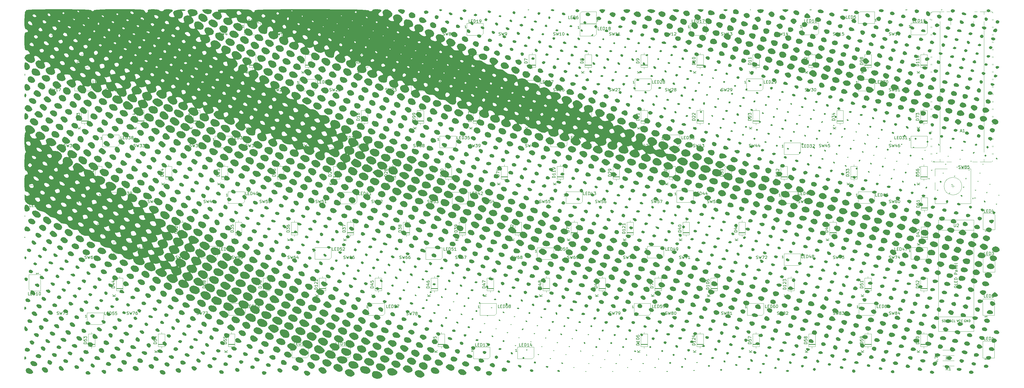
<source format=gbr>
%TF.GenerationSoftware,KiCad,Pcbnew,9.0.2*%
%TF.CreationDate,2025-08-09T18:23:32-04:00*%
%TF.ProjectId,Riptide,52697074-6964-4652-9e6b-696361645f70,rev?*%
%TF.SameCoordinates,Original*%
%TF.FileFunction,Legend,Top*%
%TF.FilePolarity,Positive*%
%FSLAX46Y46*%
G04 Gerber Fmt 4.6, Leading zero omitted, Abs format (unit mm)*
G04 Created by KiCad (PCBNEW 9.0.2) date 2025-08-09 18:23:32*
%MOMM*%
%LPD*%
G01*
G04 APERTURE LIST*
%ADD10C,0.150000*%
%ADD11C,0.120000*%
%ADD12C,0.000000*%
%ADD13C,0.040000*%
G04 APERTURE END LIST*
D10*
X75009819Y-78604285D02*
X74009819Y-78604285D01*
X74009819Y-78604285D02*
X74009819Y-78366190D01*
X74009819Y-78366190D02*
X74057438Y-78223333D01*
X74057438Y-78223333D02*
X74152676Y-78128095D01*
X74152676Y-78128095D02*
X74247914Y-78080476D01*
X74247914Y-78080476D02*
X74438390Y-78032857D01*
X74438390Y-78032857D02*
X74581247Y-78032857D01*
X74581247Y-78032857D02*
X74771723Y-78080476D01*
X74771723Y-78080476D02*
X74866961Y-78128095D01*
X74866961Y-78128095D02*
X74962200Y-78223333D01*
X74962200Y-78223333D02*
X75009819Y-78366190D01*
X75009819Y-78366190D02*
X75009819Y-78604285D01*
X74105057Y-77651904D02*
X74057438Y-77604285D01*
X74057438Y-77604285D02*
X74009819Y-77509047D01*
X74009819Y-77509047D02*
X74009819Y-77270952D01*
X74009819Y-77270952D02*
X74057438Y-77175714D01*
X74057438Y-77175714D02*
X74105057Y-77128095D01*
X74105057Y-77128095D02*
X74200295Y-77080476D01*
X74200295Y-77080476D02*
X74295533Y-77080476D01*
X74295533Y-77080476D02*
X74438390Y-77128095D01*
X74438390Y-77128095D02*
X75009819Y-77699523D01*
X75009819Y-77699523D02*
X75009819Y-77080476D01*
X74343152Y-76223333D02*
X75009819Y-76223333D01*
X73962200Y-76461428D02*
X74676485Y-76699523D01*
X74676485Y-76699523D02*
X74676485Y-76080476D01*
X75329819Y-81461904D02*
X74329819Y-81461904D01*
X75329819Y-80890476D02*
X74758390Y-81319047D01*
X74329819Y-80890476D02*
X74901247Y-81461904D01*
X342033333Y-141174819D02*
X341700000Y-140698628D01*
X341461905Y-141174819D02*
X341461905Y-140174819D01*
X341461905Y-140174819D02*
X341842857Y-140174819D01*
X341842857Y-140174819D02*
X341938095Y-140222438D01*
X341938095Y-140222438D02*
X341985714Y-140270057D01*
X341985714Y-140270057D02*
X342033333Y-140365295D01*
X342033333Y-140365295D02*
X342033333Y-140508152D01*
X342033333Y-140508152D02*
X341985714Y-140603390D01*
X341985714Y-140603390D02*
X341938095Y-140651009D01*
X341938095Y-140651009D02*
X341842857Y-140698628D01*
X341842857Y-140698628D02*
X341461905Y-140698628D01*
X342414286Y-140270057D02*
X342461905Y-140222438D01*
X342461905Y-140222438D02*
X342557143Y-140174819D01*
X342557143Y-140174819D02*
X342795238Y-140174819D01*
X342795238Y-140174819D02*
X342890476Y-140222438D01*
X342890476Y-140222438D02*
X342938095Y-140270057D01*
X342938095Y-140270057D02*
X342985714Y-140365295D01*
X342985714Y-140365295D02*
X342985714Y-140460533D01*
X342985714Y-140460533D02*
X342938095Y-140603390D01*
X342938095Y-140603390D02*
X342366667Y-141174819D01*
X342366667Y-141174819D02*
X342985714Y-141174819D01*
X337988152Y-141623809D02*
X338654819Y-141623809D01*
X337607200Y-141861904D02*
X338321485Y-142099999D01*
X338321485Y-142099999D02*
X338321485Y-141480952D01*
X338559580Y-141099999D02*
X338607200Y-141052380D01*
X338607200Y-141052380D02*
X338654819Y-141099999D01*
X338654819Y-141099999D02*
X338607200Y-141147618D01*
X338607200Y-141147618D02*
X338559580Y-141099999D01*
X338559580Y-141099999D02*
X338654819Y-141099999D01*
X337654819Y-140719047D02*
X337654819Y-140052381D01*
X337654819Y-140052381D02*
X338654819Y-140480952D01*
X338654819Y-139671428D02*
X337654819Y-139671428D01*
X338654819Y-139100000D02*
X338083390Y-139528571D01*
X337654819Y-139100000D02*
X338226247Y-139671428D01*
X291654761Y-84954819D02*
X291178571Y-84954819D01*
X291178571Y-84954819D02*
X291178571Y-83954819D01*
X291988095Y-84431009D02*
X292321428Y-84431009D01*
X292464285Y-84954819D02*
X291988095Y-84954819D01*
X291988095Y-84954819D02*
X291988095Y-83954819D01*
X291988095Y-83954819D02*
X292464285Y-83954819D01*
X292892857Y-84954819D02*
X292892857Y-83954819D01*
X292892857Y-83954819D02*
X293130952Y-83954819D01*
X293130952Y-83954819D02*
X293273809Y-84002438D01*
X293273809Y-84002438D02*
X293369047Y-84097676D01*
X293369047Y-84097676D02*
X293416666Y-84192914D01*
X293416666Y-84192914D02*
X293464285Y-84383390D01*
X293464285Y-84383390D02*
X293464285Y-84526247D01*
X293464285Y-84526247D02*
X293416666Y-84716723D01*
X293416666Y-84716723D02*
X293369047Y-84811961D01*
X293369047Y-84811961D02*
X293273809Y-84907200D01*
X293273809Y-84907200D02*
X293130952Y-84954819D01*
X293130952Y-84954819D02*
X292892857Y-84954819D01*
X294321428Y-84288152D02*
X294321428Y-84954819D01*
X294083333Y-83907200D02*
X293845238Y-84621485D01*
X293845238Y-84621485D02*
X294464285Y-84621485D01*
X295321428Y-83954819D02*
X294845238Y-83954819D01*
X294845238Y-83954819D02*
X294797619Y-84431009D01*
X294797619Y-84431009D02*
X294845238Y-84383390D01*
X294845238Y-84383390D02*
X294940476Y-84335771D01*
X294940476Y-84335771D02*
X295178571Y-84335771D01*
X295178571Y-84335771D02*
X295273809Y-84383390D01*
X295273809Y-84383390D02*
X295321428Y-84431009D01*
X295321428Y-84431009D02*
X295369047Y-84526247D01*
X295369047Y-84526247D02*
X295369047Y-84764342D01*
X295369047Y-84764342D02*
X295321428Y-84859580D01*
X295321428Y-84859580D02*
X295273809Y-84907200D01*
X295273809Y-84907200D02*
X295178571Y-84954819D01*
X295178571Y-84954819D02*
X294940476Y-84954819D01*
X294940476Y-84954819D02*
X294845238Y-84907200D01*
X294845238Y-84907200D02*
X294797619Y-84859580D01*
X285028571Y-85362295D02*
X284571428Y-85362295D01*
X284800000Y-85362295D02*
X284800000Y-84562295D01*
X284800000Y-84562295D02*
X284723809Y-84676580D01*
X284723809Y-84676580D02*
X284647619Y-84752771D01*
X284647619Y-84752771D02*
X284571428Y-84790866D01*
X127904761Y-46954819D02*
X127428571Y-46954819D01*
X127428571Y-46954819D02*
X127428571Y-45954819D01*
X128238095Y-46431009D02*
X128571428Y-46431009D01*
X128714285Y-46954819D02*
X128238095Y-46954819D01*
X128238095Y-46954819D02*
X128238095Y-45954819D01*
X128238095Y-45954819D02*
X128714285Y-45954819D01*
X129142857Y-46954819D02*
X129142857Y-45954819D01*
X129142857Y-45954819D02*
X129380952Y-45954819D01*
X129380952Y-45954819D02*
X129523809Y-46002438D01*
X129523809Y-46002438D02*
X129619047Y-46097676D01*
X129619047Y-46097676D02*
X129666666Y-46192914D01*
X129666666Y-46192914D02*
X129714285Y-46383390D01*
X129714285Y-46383390D02*
X129714285Y-46526247D01*
X129714285Y-46526247D02*
X129666666Y-46716723D01*
X129666666Y-46716723D02*
X129619047Y-46811961D01*
X129619047Y-46811961D02*
X129523809Y-46907200D01*
X129523809Y-46907200D02*
X129380952Y-46954819D01*
X129380952Y-46954819D02*
X129142857Y-46954819D01*
X130095238Y-46050057D02*
X130142857Y-46002438D01*
X130142857Y-46002438D02*
X130238095Y-45954819D01*
X130238095Y-45954819D02*
X130476190Y-45954819D01*
X130476190Y-45954819D02*
X130571428Y-46002438D01*
X130571428Y-46002438D02*
X130619047Y-46050057D01*
X130619047Y-46050057D02*
X130666666Y-46145295D01*
X130666666Y-46145295D02*
X130666666Y-46240533D01*
X130666666Y-46240533D02*
X130619047Y-46383390D01*
X130619047Y-46383390D02*
X130047619Y-46954819D01*
X130047619Y-46954819D02*
X130666666Y-46954819D01*
X131571428Y-45954819D02*
X131095238Y-45954819D01*
X131095238Y-45954819D02*
X131047619Y-46431009D01*
X131047619Y-46431009D02*
X131095238Y-46383390D01*
X131095238Y-46383390D02*
X131190476Y-46335771D01*
X131190476Y-46335771D02*
X131428571Y-46335771D01*
X131428571Y-46335771D02*
X131523809Y-46383390D01*
X131523809Y-46383390D02*
X131571428Y-46431009D01*
X131571428Y-46431009D02*
X131619047Y-46526247D01*
X131619047Y-46526247D02*
X131619047Y-46764342D01*
X131619047Y-46764342D02*
X131571428Y-46859580D01*
X131571428Y-46859580D02*
X131523809Y-46907200D01*
X131523809Y-46907200D02*
X131428571Y-46954819D01*
X131428571Y-46954819D02*
X131190476Y-46954819D01*
X131190476Y-46954819D02*
X131095238Y-46907200D01*
X131095238Y-46907200D02*
X131047619Y-46859580D01*
X121028571Y-46987295D02*
X120571428Y-46987295D01*
X120800000Y-46987295D02*
X120800000Y-46187295D01*
X120800000Y-46187295D02*
X120723809Y-46301580D01*
X120723809Y-46301580D02*
X120647619Y-46377771D01*
X120647619Y-46377771D02*
X120571428Y-46415866D01*
X64865476Y-68607200D02*
X65008333Y-68654819D01*
X65008333Y-68654819D02*
X65246428Y-68654819D01*
X65246428Y-68654819D02*
X65341666Y-68607200D01*
X65341666Y-68607200D02*
X65389285Y-68559580D01*
X65389285Y-68559580D02*
X65436904Y-68464342D01*
X65436904Y-68464342D02*
X65436904Y-68369104D01*
X65436904Y-68369104D02*
X65389285Y-68273866D01*
X65389285Y-68273866D02*
X65341666Y-68226247D01*
X65341666Y-68226247D02*
X65246428Y-68178628D01*
X65246428Y-68178628D02*
X65055952Y-68131009D01*
X65055952Y-68131009D02*
X64960714Y-68083390D01*
X64960714Y-68083390D02*
X64913095Y-68035771D01*
X64913095Y-68035771D02*
X64865476Y-67940533D01*
X64865476Y-67940533D02*
X64865476Y-67845295D01*
X64865476Y-67845295D02*
X64913095Y-67750057D01*
X64913095Y-67750057D02*
X64960714Y-67702438D01*
X64960714Y-67702438D02*
X65055952Y-67654819D01*
X65055952Y-67654819D02*
X65294047Y-67654819D01*
X65294047Y-67654819D02*
X65436904Y-67702438D01*
X65770238Y-67654819D02*
X66008333Y-68654819D01*
X66008333Y-68654819D02*
X66198809Y-67940533D01*
X66198809Y-67940533D02*
X66389285Y-68654819D01*
X66389285Y-68654819D02*
X66627381Y-67654819D01*
X66913095Y-67654819D02*
X67532142Y-67654819D01*
X67532142Y-67654819D02*
X67198809Y-68035771D01*
X67198809Y-68035771D02*
X67341666Y-68035771D01*
X67341666Y-68035771D02*
X67436904Y-68083390D01*
X67436904Y-68083390D02*
X67484523Y-68131009D01*
X67484523Y-68131009D02*
X67532142Y-68226247D01*
X67532142Y-68226247D02*
X67532142Y-68464342D01*
X67532142Y-68464342D02*
X67484523Y-68559580D01*
X67484523Y-68559580D02*
X67436904Y-68607200D01*
X67436904Y-68607200D02*
X67341666Y-68654819D01*
X67341666Y-68654819D02*
X67055952Y-68654819D01*
X67055952Y-68654819D02*
X66960714Y-68607200D01*
X66960714Y-68607200D02*
X66913095Y-68559580D01*
X67865476Y-67654819D02*
X68484523Y-67654819D01*
X68484523Y-67654819D02*
X68151190Y-68035771D01*
X68151190Y-68035771D02*
X68294047Y-68035771D01*
X68294047Y-68035771D02*
X68389285Y-68083390D01*
X68389285Y-68083390D02*
X68436904Y-68131009D01*
X68436904Y-68131009D02*
X68484523Y-68226247D01*
X68484523Y-68226247D02*
X68484523Y-68464342D01*
X68484523Y-68464342D02*
X68436904Y-68559580D01*
X68436904Y-68559580D02*
X68389285Y-68607200D01*
X68389285Y-68607200D02*
X68294047Y-68654819D01*
X68294047Y-68654819D02*
X68008333Y-68654819D01*
X68008333Y-68654819D02*
X67913095Y-68607200D01*
X67913095Y-68607200D02*
X67865476Y-68559580D01*
X136880952Y-24954819D02*
X136404762Y-24954819D01*
X136404762Y-24954819D02*
X136404762Y-23954819D01*
X137214286Y-24431009D02*
X137547619Y-24431009D01*
X137690476Y-24954819D02*
X137214286Y-24954819D01*
X137214286Y-24954819D02*
X137214286Y-23954819D01*
X137214286Y-23954819D02*
X137690476Y-23954819D01*
X138119048Y-24954819D02*
X138119048Y-23954819D01*
X138119048Y-23954819D02*
X138357143Y-23954819D01*
X138357143Y-23954819D02*
X138500000Y-24002438D01*
X138500000Y-24002438D02*
X138595238Y-24097676D01*
X138595238Y-24097676D02*
X138642857Y-24192914D01*
X138642857Y-24192914D02*
X138690476Y-24383390D01*
X138690476Y-24383390D02*
X138690476Y-24526247D01*
X138690476Y-24526247D02*
X138642857Y-24716723D01*
X138642857Y-24716723D02*
X138595238Y-24811961D01*
X138595238Y-24811961D02*
X138500000Y-24907200D01*
X138500000Y-24907200D02*
X138357143Y-24954819D01*
X138357143Y-24954819D02*
X138119048Y-24954819D01*
X139023810Y-23954819D02*
X139690476Y-23954819D01*
X139690476Y-23954819D02*
X139261905Y-24954819D01*
X146428571Y-25737295D02*
X145971428Y-25737295D01*
X146200000Y-25737295D02*
X146200000Y-24937295D01*
X146200000Y-24937295D02*
X146123809Y-25051580D01*
X146123809Y-25051580D02*
X146047619Y-25127771D01*
X146047619Y-25127771D02*
X145971428Y-25165866D01*
X98202976Y-106707200D02*
X98345833Y-106754819D01*
X98345833Y-106754819D02*
X98583928Y-106754819D01*
X98583928Y-106754819D02*
X98679166Y-106707200D01*
X98679166Y-106707200D02*
X98726785Y-106659580D01*
X98726785Y-106659580D02*
X98774404Y-106564342D01*
X98774404Y-106564342D02*
X98774404Y-106469104D01*
X98774404Y-106469104D02*
X98726785Y-106373866D01*
X98726785Y-106373866D02*
X98679166Y-106326247D01*
X98679166Y-106326247D02*
X98583928Y-106278628D01*
X98583928Y-106278628D02*
X98393452Y-106231009D01*
X98393452Y-106231009D02*
X98298214Y-106183390D01*
X98298214Y-106183390D02*
X98250595Y-106135771D01*
X98250595Y-106135771D02*
X98202976Y-106040533D01*
X98202976Y-106040533D02*
X98202976Y-105945295D01*
X98202976Y-105945295D02*
X98250595Y-105850057D01*
X98250595Y-105850057D02*
X98298214Y-105802438D01*
X98298214Y-105802438D02*
X98393452Y-105754819D01*
X98393452Y-105754819D02*
X98631547Y-105754819D01*
X98631547Y-105754819D02*
X98774404Y-105802438D01*
X99107738Y-105754819D02*
X99345833Y-106754819D01*
X99345833Y-106754819D02*
X99536309Y-106040533D01*
X99536309Y-106040533D02*
X99726785Y-106754819D01*
X99726785Y-106754819D02*
X99964881Y-105754819D01*
X100774404Y-105754819D02*
X100583928Y-105754819D01*
X100583928Y-105754819D02*
X100488690Y-105802438D01*
X100488690Y-105802438D02*
X100441071Y-105850057D01*
X100441071Y-105850057D02*
X100345833Y-105992914D01*
X100345833Y-105992914D02*
X100298214Y-106183390D01*
X100298214Y-106183390D02*
X100298214Y-106564342D01*
X100298214Y-106564342D02*
X100345833Y-106659580D01*
X100345833Y-106659580D02*
X100393452Y-106707200D01*
X100393452Y-106707200D02*
X100488690Y-106754819D01*
X100488690Y-106754819D02*
X100679166Y-106754819D01*
X100679166Y-106754819D02*
X100774404Y-106707200D01*
X100774404Y-106707200D02*
X100822023Y-106659580D01*
X100822023Y-106659580D02*
X100869642Y-106564342D01*
X100869642Y-106564342D02*
X100869642Y-106326247D01*
X100869642Y-106326247D02*
X100822023Y-106231009D01*
X100822023Y-106231009D02*
X100774404Y-106183390D01*
X100774404Y-106183390D02*
X100679166Y-106135771D01*
X100679166Y-106135771D02*
X100488690Y-106135771D01*
X100488690Y-106135771D02*
X100393452Y-106183390D01*
X100393452Y-106183390D02*
X100345833Y-106231009D01*
X100345833Y-106231009D02*
X100298214Y-106326247D01*
X101202976Y-105754819D02*
X101822023Y-105754819D01*
X101822023Y-105754819D02*
X101488690Y-106135771D01*
X101488690Y-106135771D02*
X101631547Y-106135771D01*
X101631547Y-106135771D02*
X101726785Y-106183390D01*
X101726785Y-106183390D02*
X101774404Y-106231009D01*
X101774404Y-106231009D02*
X101822023Y-106326247D01*
X101822023Y-106326247D02*
X101822023Y-106564342D01*
X101822023Y-106564342D02*
X101774404Y-106659580D01*
X101774404Y-106659580D02*
X101726785Y-106707200D01*
X101726785Y-106707200D02*
X101631547Y-106754819D01*
X101631547Y-106754819D02*
X101345833Y-106754819D01*
X101345833Y-106754819D02*
X101250595Y-106707200D01*
X101250595Y-106707200D02*
X101202976Y-106659580D01*
X98904761Y-65954819D02*
X98428571Y-65954819D01*
X98428571Y-65954819D02*
X98428571Y-64954819D01*
X99238095Y-65431009D02*
X99571428Y-65431009D01*
X99714285Y-65954819D02*
X99238095Y-65954819D01*
X99238095Y-65954819D02*
X99238095Y-64954819D01*
X99238095Y-64954819D02*
X99714285Y-64954819D01*
X100142857Y-65954819D02*
X100142857Y-64954819D01*
X100142857Y-64954819D02*
X100380952Y-64954819D01*
X100380952Y-64954819D02*
X100523809Y-65002438D01*
X100523809Y-65002438D02*
X100619047Y-65097676D01*
X100619047Y-65097676D02*
X100666666Y-65192914D01*
X100666666Y-65192914D02*
X100714285Y-65383390D01*
X100714285Y-65383390D02*
X100714285Y-65526247D01*
X100714285Y-65526247D02*
X100666666Y-65716723D01*
X100666666Y-65716723D02*
X100619047Y-65811961D01*
X100619047Y-65811961D02*
X100523809Y-65907200D01*
X100523809Y-65907200D02*
X100380952Y-65954819D01*
X100380952Y-65954819D02*
X100142857Y-65954819D01*
X101047619Y-64954819D02*
X101666666Y-64954819D01*
X101666666Y-64954819D02*
X101333333Y-65335771D01*
X101333333Y-65335771D02*
X101476190Y-65335771D01*
X101476190Y-65335771D02*
X101571428Y-65383390D01*
X101571428Y-65383390D02*
X101619047Y-65431009D01*
X101619047Y-65431009D02*
X101666666Y-65526247D01*
X101666666Y-65526247D02*
X101666666Y-65764342D01*
X101666666Y-65764342D02*
X101619047Y-65859580D01*
X101619047Y-65859580D02*
X101571428Y-65907200D01*
X101571428Y-65907200D02*
X101476190Y-65954819D01*
X101476190Y-65954819D02*
X101190476Y-65954819D01*
X101190476Y-65954819D02*
X101095238Y-65907200D01*
X101095238Y-65907200D02*
X101047619Y-65859580D01*
X102000000Y-64954819D02*
X102666666Y-64954819D01*
X102666666Y-64954819D02*
X102238095Y-65954819D01*
X92278571Y-66362295D02*
X91821428Y-66362295D01*
X92050000Y-66362295D02*
X92050000Y-65562295D01*
X92050000Y-65562295D02*
X91973809Y-65676580D01*
X91973809Y-65676580D02*
X91897619Y-65752771D01*
X91897619Y-65752771D02*
X91821428Y-65790866D01*
X332184819Y-40980475D02*
X331184819Y-40980475D01*
X331184819Y-40980475D02*
X331184819Y-40742380D01*
X331184819Y-40742380D02*
X331232438Y-40599523D01*
X331232438Y-40599523D02*
X331327676Y-40504285D01*
X331327676Y-40504285D02*
X331422914Y-40456666D01*
X331422914Y-40456666D02*
X331613390Y-40409047D01*
X331613390Y-40409047D02*
X331756247Y-40409047D01*
X331756247Y-40409047D02*
X331946723Y-40456666D01*
X331946723Y-40456666D02*
X332041961Y-40504285D01*
X332041961Y-40504285D02*
X332137200Y-40599523D01*
X332137200Y-40599523D02*
X332184819Y-40742380D01*
X332184819Y-40742380D02*
X332184819Y-40980475D01*
X332184819Y-39456666D02*
X332184819Y-40028094D01*
X332184819Y-39742380D02*
X331184819Y-39742380D01*
X331184819Y-39742380D02*
X331327676Y-39837618D01*
X331327676Y-39837618D02*
X331422914Y-39932856D01*
X331422914Y-39932856D02*
X331470533Y-40028094D01*
X332184819Y-38504285D02*
X332184819Y-39075713D01*
X332184819Y-38789999D02*
X331184819Y-38789999D01*
X331184819Y-38789999D02*
X331327676Y-38885237D01*
X331327676Y-38885237D02*
X331422914Y-38980475D01*
X331422914Y-38980475D02*
X331470533Y-39075713D01*
X331184819Y-37647142D02*
X331184819Y-37837618D01*
X331184819Y-37837618D02*
X331232438Y-37932856D01*
X331232438Y-37932856D02*
X331280057Y-37980475D01*
X331280057Y-37980475D02*
X331422914Y-38075713D01*
X331422914Y-38075713D02*
X331613390Y-38123332D01*
X331613390Y-38123332D02*
X331994342Y-38123332D01*
X331994342Y-38123332D02*
X332089580Y-38075713D01*
X332089580Y-38075713D02*
X332137200Y-38028094D01*
X332137200Y-38028094D02*
X332184819Y-37932856D01*
X332184819Y-37932856D02*
X332184819Y-37742380D01*
X332184819Y-37742380D02*
X332137200Y-37647142D01*
X332137200Y-37647142D02*
X332089580Y-37599523D01*
X332089580Y-37599523D02*
X331994342Y-37551904D01*
X331994342Y-37551904D02*
X331756247Y-37551904D01*
X331756247Y-37551904D02*
X331661009Y-37599523D01*
X331661009Y-37599523D02*
X331613390Y-37647142D01*
X331613390Y-37647142D02*
X331565771Y-37742380D01*
X331565771Y-37742380D02*
X331565771Y-37932856D01*
X331565771Y-37932856D02*
X331613390Y-38028094D01*
X331613390Y-38028094D02*
X331661009Y-38075713D01*
X331661009Y-38075713D02*
X331756247Y-38123332D01*
X332504819Y-43361904D02*
X331504819Y-43361904D01*
X332504819Y-42790476D02*
X331933390Y-43219047D01*
X331504819Y-42790476D02*
X332076247Y-43361904D01*
X207740476Y-30507200D02*
X207883333Y-30554819D01*
X207883333Y-30554819D02*
X208121428Y-30554819D01*
X208121428Y-30554819D02*
X208216666Y-30507200D01*
X208216666Y-30507200D02*
X208264285Y-30459580D01*
X208264285Y-30459580D02*
X208311904Y-30364342D01*
X208311904Y-30364342D02*
X208311904Y-30269104D01*
X208311904Y-30269104D02*
X208264285Y-30173866D01*
X208264285Y-30173866D02*
X208216666Y-30126247D01*
X208216666Y-30126247D02*
X208121428Y-30078628D01*
X208121428Y-30078628D02*
X207930952Y-30031009D01*
X207930952Y-30031009D02*
X207835714Y-29983390D01*
X207835714Y-29983390D02*
X207788095Y-29935771D01*
X207788095Y-29935771D02*
X207740476Y-29840533D01*
X207740476Y-29840533D02*
X207740476Y-29745295D01*
X207740476Y-29745295D02*
X207788095Y-29650057D01*
X207788095Y-29650057D02*
X207835714Y-29602438D01*
X207835714Y-29602438D02*
X207930952Y-29554819D01*
X207930952Y-29554819D02*
X208169047Y-29554819D01*
X208169047Y-29554819D02*
X208311904Y-29602438D01*
X208645238Y-29554819D02*
X208883333Y-30554819D01*
X208883333Y-30554819D02*
X209073809Y-29840533D01*
X209073809Y-29840533D02*
X209264285Y-30554819D01*
X209264285Y-30554819D02*
X209502381Y-29554819D01*
X210407142Y-30554819D02*
X209835714Y-30554819D01*
X210121428Y-30554819D02*
X210121428Y-29554819D01*
X210121428Y-29554819D02*
X210026190Y-29697676D01*
X210026190Y-29697676D02*
X209930952Y-29792914D01*
X209930952Y-29792914D02*
X209835714Y-29840533D01*
X211026190Y-29554819D02*
X211121428Y-29554819D01*
X211121428Y-29554819D02*
X211216666Y-29602438D01*
X211216666Y-29602438D02*
X211264285Y-29650057D01*
X211264285Y-29650057D02*
X211311904Y-29745295D01*
X211311904Y-29745295D02*
X211359523Y-29935771D01*
X211359523Y-29935771D02*
X211359523Y-30173866D01*
X211359523Y-30173866D02*
X211311904Y-30364342D01*
X211311904Y-30364342D02*
X211264285Y-30459580D01*
X211264285Y-30459580D02*
X211216666Y-30507200D01*
X211216666Y-30507200D02*
X211121428Y-30554819D01*
X211121428Y-30554819D02*
X211026190Y-30554819D01*
X211026190Y-30554819D02*
X210930952Y-30507200D01*
X210930952Y-30507200D02*
X210883333Y-30459580D01*
X210883333Y-30459580D02*
X210835714Y-30364342D01*
X210835714Y-30364342D02*
X210788095Y-30173866D01*
X210788095Y-30173866D02*
X210788095Y-29935771D01*
X210788095Y-29935771D02*
X210835714Y-29745295D01*
X210835714Y-29745295D02*
X210883333Y-29650057D01*
X210883333Y-29650057D02*
X210930952Y-29602438D01*
X210930952Y-29602438D02*
X211026190Y-29554819D01*
X86296726Y-125757200D02*
X86439583Y-125804819D01*
X86439583Y-125804819D02*
X86677678Y-125804819D01*
X86677678Y-125804819D02*
X86772916Y-125757200D01*
X86772916Y-125757200D02*
X86820535Y-125709580D01*
X86820535Y-125709580D02*
X86868154Y-125614342D01*
X86868154Y-125614342D02*
X86868154Y-125519104D01*
X86868154Y-125519104D02*
X86820535Y-125423866D01*
X86820535Y-125423866D02*
X86772916Y-125376247D01*
X86772916Y-125376247D02*
X86677678Y-125328628D01*
X86677678Y-125328628D02*
X86487202Y-125281009D01*
X86487202Y-125281009D02*
X86391964Y-125233390D01*
X86391964Y-125233390D02*
X86344345Y-125185771D01*
X86344345Y-125185771D02*
X86296726Y-125090533D01*
X86296726Y-125090533D02*
X86296726Y-124995295D01*
X86296726Y-124995295D02*
X86344345Y-124900057D01*
X86344345Y-124900057D02*
X86391964Y-124852438D01*
X86391964Y-124852438D02*
X86487202Y-124804819D01*
X86487202Y-124804819D02*
X86725297Y-124804819D01*
X86725297Y-124804819D02*
X86868154Y-124852438D01*
X87201488Y-124804819D02*
X87439583Y-125804819D01*
X87439583Y-125804819D02*
X87630059Y-125090533D01*
X87630059Y-125090533D02*
X87820535Y-125804819D01*
X87820535Y-125804819D02*
X88058631Y-124804819D01*
X88344345Y-124804819D02*
X89011011Y-124804819D01*
X89011011Y-124804819D02*
X88582440Y-125804819D01*
X89296726Y-124804819D02*
X89963392Y-124804819D01*
X89963392Y-124804819D02*
X89534821Y-125804819D01*
X317904761Y-85454819D02*
X317428571Y-85454819D01*
X317428571Y-85454819D02*
X317428571Y-84454819D01*
X318238095Y-84931009D02*
X318571428Y-84931009D01*
X318714285Y-85454819D02*
X318238095Y-85454819D01*
X318238095Y-85454819D02*
X318238095Y-84454819D01*
X318238095Y-84454819D02*
X318714285Y-84454819D01*
X319142857Y-85454819D02*
X319142857Y-84454819D01*
X319142857Y-84454819D02*
X319380952Y-84454819D01*
X319380952Y-84454819D02*
X319523809Y-84502438D01*
X319523809Y-84502438D02*
X319619047Y-84597676D01*
X319619047Y-84597676D02*
X319666666Y-84692914D01*
X319666666Y-84692914D02*
X319714285Y-84883390D01*
X319714285Y-84883390D02*
X319714285Y-85026247D01*
X319714285Y-85026247D02*
X319666666Y-85216723D01*
X319666666Y-85216723D02*
X319619047Y-85311961D01*
X319619047Y-85311961D02*
X319523809Y-85407200D01*
X319523809Y-85407200D02*
X319380952Y-85454819D01*
X319380952Y-85454819D02*
X319142857Y-85454819D01*
X320571428Y-84788152D02*
X320571428Y-85454819D01*
X320333333Y-84407200D02*
X320095238Y-85121485D01*
X320095238Y-85121485D02*
X320714285Y-85121485D01*
X321523809Y-84454819D02*
X321333333Y-84454819D01*
X321333333Y-84454819D02*
X321238095Y-84502438D01*
X321238095Y-84502438D02*
X321190476Y-84550057D01*
X321190476Y-84550057D02*
X321095238Y-84692914D01*
X321095238Y-84692914D02*
X321047619Y-84883390D01*
X321047619Y-84883390D02*
X321047619Y-85264342D01*
X321047619Y-85264342D02*
X321095238Y-85359580D01*
X321095238Y-85359580D02*
X321142857Y-85407200D01*
X321142857Y-85407200D02*
X321238095Y-85454819D01*
X321238095Y-85454819D02*
X321428571Y-85454819D01*
X321428571Y-85454819D02*
X321523809Y-85407200D01*
X321523809Y-85407200D02*
X321571428Y-85359580D01*
X321571428Y-85359580D02*
X321619047Y-85264342D01*
X321619047Y-85264342D02*
X321619047Y-85026247D01*
X321619047Y-85026247D02*
X321571428Y-84931009D01*
X321571428Y-84931009D02*
X321523809Y-84883390D01*
X321523809Y-84883390D02*
X321428571Y-84835771D01*
X321428571Y-84835771D02*
X321238095Y-84835771D01*
X321238095Y-84835771D02*
X321142857Y-84883390D01*
X321142857Y-84883390D02*
X321095238Y-84931009D01*
X321095238Y-84931009D02*
X321047619Y-85026247D01*
X311278571Y-85362295D02*
X310821428Y-85362295D01*
X311050000Y-85362295D02*
X311050000Y-84562295D01*
X311050000Y-84562295D02*
X310973809Y-84676580D01*
X310973809Y-84676580D02*
X310897619Y-84752771D01*
X310897619Y-84752771D02*
X310821428Y-84790866D01*
X292654761Y-106454819D02*
X292178571Y-106454819D01*
X292178571Y-106454819D02*
X292178571Y-105454819D01*
X292988095Y-105931009D02*
X293321428Y-105931009D01*
X293464285Y-106454819D02*
X292988095Y-106454819D01*
X292988095Y-106454819D02*
X292988095Y-105454819D01*
X292988095Y-105454819D02*
X293464285Y-105454819D01*
X293892857Y-106454819D02*
X293892857Y-105454819D01*
X293892857Y-105454819D02*
X294130952Y-105454819D01*
X294130952Y-105454819D02*
X294273809Y-105502438D01*
X294273809Y-105502438D02*
X294369047Y-105597676D01*
X294369047Y-105597676D02*
X294416666Y-105692914D01*
X294416666Y-105692914D02*
X294464285Y-105883390D01*
X294464285Y-105883390D02*
X294464285Y-106026247D01*
X294464285Y-106026247D02*
X294416666Y-106216723D01*
X294416666Y-106216723D02*
X294369047Y-106311961D01*
X294369047Y-106311961D02*
X294273809Y-106407200D01*
X294273809Y-106407200D02*
X294130952Y-106454819D01*
X294130952Y-106454819D02*
X293892857Y-106454819D01*
X295321428Y-105788152D02*
X295321428Y-106454819D01*
X295083333Y-105407200D02*
X294845238Y-106121485D01*
X294845238Y-106121485D02*
X295464285Y-106121485D01*
X295988095Y-105883390D02*
X295892857Y-105835771D01*
X295892857Y-105835771D02*
X295845238Y-105788152D01*
X295845238Y-105788152D02*
X295797619Y-105692914D01*
X295797619Y-105692914D02*
X295797619Y-105645295D01*
X295797619Y-105645295D02*
X295845238Y-105550057D01*
X295845238Y-105550057D02*
X295892857Y-105502438D01*
X295892857Y-105502438D02*
X295988095Y-105454819D01*
X295988095Y-105454819D02*
X296178571Y-105454819D01*
X296178571Y-105454819D02*
X296273809Y-105502438D01*
X296273809Y-105502438D02*
X296321428Y-105550057D01*
X296321428Y-105550057D02*
X296369047Y-105645295D01*
X296369047Y-105645295D02*
X296369047Y-105692914D01*
X296369047Y-105692914D02*
X296321428Y-105788152D01*
X296321428Y-105788152D02*
X296273809Y-105835771D01*
X296273809Y-105835771D02*
X296178571Y-105883390D01*
X296178571Y-105883390D02*
X295988095Y-105883390D01*
X295988095Y-105883390D02*
X295892857Y-105931009D01*
X295892857Y-105931009D02*
X295845238Y-105978628D01*
X295845238Y-105978628D02*
X295797619Y-106073866D01*
X295797619Y-106073866D02*
X295797619Y-106264342D01*
X295797619Y-106264342D02*
X295845238Y-106359580D01*
X295845238Y-106359580D02*
X295892857Y-106407200D01*
X295892857Y-106407200D02*
X295988095Y-106454819D01*
X295988095Y-106454819D02*
X296178571Y-106454819D01*
X296178571Y-106454819D02*
X296273809Y-106407200D01*
X296273809Y-106407200D02*
X296321428Y-106359580D01*
X296321428Y-106359580D02*
X296369047Y-106264342D01*
X296369047Y-106264342D02*
X296369047Y-106073866D01*
X296369047Y-106073866D02*
X296321428Y-105978628D01*
X296321428Y-105978628D02*
X296273809Y-105931009D01*
X296273809Y-105931009D02*
X296178571Y-105883390D01*
X286028571Y-106487295D02*
X285571428Y-106487295D01*
X285800000Y-106487295D02*
X285800000Y-105687295D01*
X285800000Y-105687295D02*
X285723809Y-105801580D01*
X285723809Y-105801580D02*
X285647619Y-105877771D01*
X285647619Y-105877771D02*
X285571428Y-105915866D01*
X164877976Y-87657200D02*
X165020833Y-87704819D01*
X165020833Y-87704819D02*
X165258928Y-87704819D01*
X165258928Y-87704819D02*
X165354166Y-87657200D01*
X165354166Y-87657200D02*
X165401785Y-87609580D01*
X165401785Y-87609580D02*
X165449404Y-87514342D01*
X165449404Y-87514342D02*
X165449404Y-87419104D01*
X165449404Y-87419104D02*
X165401785Y-87323866D01*
X165401785Y-87323866D02*
X165354166Y-87276247D01*
X165354166Y-87276247D02*
X165258928Y-87228628D01*
X165258928Y-87228628D02*
X165068452Y-87181009D01*
X165068452Y-87181009D02*
X164973214Y-87133390D01*
X164973214Y-87133390D02*
X164925595Y-87085771D01*
X164925595Y-87085771D02*
X164877976Y-86990533D01*
X164877976Y-86990533D02*
X164877976Y-86895295D01*
X164877976Y-86895295D02*
X164925595Y-86800057D01*
X164925595Y-86800057D02*
X164973214Y-86752438D01*
X164973214Y-86752438D02*
X165068452Y-86704819D01*
X165068452Y-86704819D02*
X165306547Y-86704819D01*
X165306547Y-86704819D02*
X165449404Y-86752438D01*
X165782738Y-86704819D02*
X166020833Y-87704819D01*
X166020833Y-87704819D02*
X166211309Y-86990533D01*
X166211309Y-86990533D02*
X166401785Y-87704819D01*
X166401785Y-87704819D02*
X166639881Y-86704819D01*
X167497023Y-86704819D02*
X167020833Y-86704819D01*
X167020833Y-86704819D02*
X166973214Y-87181009D01*
X166973214Y-87181009D02*
X167020833Y-87133390D01*
X167020833Y-87133390D02*
X167116071Y-87085771D01*
X167116071Y-87085771D02*
X167354166Y-87085771D01*
X167354166Y-87085771D02*
X167449404Y-87133390D01*
X167449404Y-87133390D02*
X167497023Y-87181009D01*
X167497023Y-87181009D02*
X167544642Y-87276247D01*
X167544642Y-87276247D02*
X167544642Y-87514342D01*
X167544642Y-87514342D02*
X167497023Y-87609580D01*
X167497023Y-87609580D02*
X167449404Y-87657200D01*
X167449404Y-87657200D02*
X167354166Y-87704819D01*
X167354166Y-87704819D02*
X167116071Y-87704819D01*
X167116071Y-87704819D02*
X167020833Y-87657200D01*
X167020833Y-87657200D02*
X166973214Y-87609580D01*
X167877976Y-86704819D02*
X168497023Y-86704819D01*
X168497023Y-86704819D02*
X168163690Y-87085771D01*
X168163690Y-87085771D02*
X168306547Y-87085771D01*
X168306547Y-87085771D02*
X168401785Y-87133390D01*
X168401785Y-87133390D02*
X168449404Y-87181009D01*
X168449404Y-87181009D02*
X168497023Y-87276247D01*
X168497023Y-87276247D02*
X168497023Y-87514342D01*
X168497023Y-87514342D02*
X168449404Y-87609580D01*
X168449404Y-87609580D02*
X168401785Y-87657200D01*
X168401785Y-87657200D02*
X168306547Y-87704819D01*
X168306547Y-87704819D02*
X168020833Y-87704819D01*
X168020833Y-87704819D02*
X167925595Y-87657200D01*
X167925595Y-87657200D02*
X167877976Y-87609580D01*
X332184819Y-59554285D02*
X331184819Y-59554285D01*
X331184819Y-59554285D02*
X331184819Y-59316190D01*
X331184819Y-59316190D02*
X331232438Y-59173333D01*
X331232438Y-59173333D02*
X331327676Y-59078095D01*
X331327676Y-59078095D02*
X331422914Y-59030476D01*
X331422914Y-59030476D02*
X331613390Y-58982857D01*
X331613390Y-58982857D02*
X331756247Y-58982857D01*
X331756247Y-58982857D02*
X331946723Y-59030476D01*
X331946723Y-59030476D02*
X332041961Y-59078095D01*
X332041961Y-59078095D02*
X332137200Y-59173333D01*
X332137200Y-59173333D02*
X332184819Y-59316190D01*
X332184819Y-59316190D02*
X332184819Y-59554285D01*
X331184819Y-58649523D02*
X331184819Y-57982857D01*
X331184819Y-57982857D02*
X332184819Y-58411428D01*
X331184819Y-57697142D02*
X331184819Y-57078095D01*
X331184819Y-57078095D02*
X331565771Y-57411428D01*
X331565771Y-57411428D02*
X331565771Y-57268571D01*
X331565771Y-57268571D02*
X331613390Y-57173333D01*
X331613390Y-57173333D02*
X331661009Y-57125714D01*
X331661009Y-57125714D02*
X331756247Y-57078095D01*
X331756247Y-57078095D02*
X331994342Y-57078095D01*
X331994342Y-57078095D02*
X332089580Y-57125714D01*
X332089580Y-57125714D02*
X332137200Y-57173333D01*
X332137200Y-57173333D02*
X332184819Y-57268571D01*
X332184819Y-57268571D02*
X332184819Y-57554285D01*
X332184819Y-57554285D02*
X332137200Y-57649523D01*
X332137200Y-57649523D02*
X332089580Y-57697142D01*
X332504819Y-62411904D02*
X331504819Y-62411904D01*
X332504819Y-61840476D02*
X331933390Y-62269047D01*
X331504819Y-61840476D02*
X332076247Y-62411904D01*
X342033333Y-144774819D02*
X341700000Y-144298628D01*
X341461905Y-144774819D02*
X341461905Y-143774819D01*
X341461905Y-143774819D02*
X341842857Y-143774819D01*
X341842857Y-143774819D02*
X341938095Y-143822438D01*
X341938095Y-143822438D02*
X341985714Y-143870057D01*
X341985714Y-143870057D02*
X342033333Y-143965295D01*
X342033333Y-143965295D02*
X342033333Y-144108152D01*
X342033333Y-144108152D02*
X341985714Y-144203390D01*
X341985714Y-144203390D02*
X341938095Y-144251009D01*
X341938095Y-144251009D02*
X341842857Y-144298628D01*
X341842857Y-144298628D02*
X341461905Y-144298628D01*
X342985714Y-144774819D02*
X342414286Y-144774819D01*
X342700000Y-144774819D02*
X342700000Y-143774819D01*
X342700000Y-143774819D02*
X342604762Y-143917676D01*
X342604762Y-143917676D02*
X342509524Y-144012914D01*
X342509524Y-144012914D02*
X342414286Y-144060533D01*
X108347319Y-116704285D02*
X107347319Y-116704285D01*
X107347319Y-116704285D02*
X107347319Y-116466190D01*
X107347319Y-116466190D02*
X107394938Y-116323333D01*
X107394938Y-116323333D02*
X107490176Y-116228095D01*
X107490176Y-116228095D02*
X107585414Y-116180476D01*
X107585414Y-116180476D02*
X107775890Y-116132857D01*
X107775890Y-116132857D02*
X107918747Y-116132857D01*
X107918747Y-116132857D02*
X108109223Y-116180476D01*
X108109223Y-116180476D02*
X108204461Y-116228095D01*
X108204461Y-116228095D02*
X108299700Y-116323333D01*
X108299700Y-116323333D02*
X108347319Y-116466190D01*
X108347319Y-116466190D02*
X108347319Y-116704285D01*
X107347319Y-115799523D02*
X107347319Y-115132857D01*
X107347319Y-115132857D02*
X108347319Y-115561428D01*
X107347319Y-114323333D02*
X107347319Y-114513809D01*
X107347319Y-114513809D02*
X107394938Y-114609047D01*
X107394938Y-114609047D02*
X107442557Y-114656666D01*
X107442557Y-114656666D02*
X107585414Y-114751904D01*
X107585414Y-114751904D02*
X107775890Y-114799523D01*
X107775890Y-114799523D02*
X108156842Y-114799523D01*
X108156842Y-114799523D02*
X108252080Y-114751904D01*
X108252080Y-114751904D02*
X108299700Y-114704285D01*
X108299700Y-114704285D02*
X108347319Y-114609047D01*
X108347319Y-114609047D02*
X108347319Y-114418571D01*
X108347319Y-114418571D02*
X108299700Y-114323333D01*
X108299700Y-114323333D02*
X108252080Y-114275714D01*
X108252080Y-114275714D02*
X108156842Y-114228095D01*
X108156842Y-114228095D02*
X107918747Y-114228095D01*
X107918747Y-114228095D02*
X107823509Y-114275714D01*
X107823509Y-114275714D02*
X107775890Y-114323333D01*
X107775890Y-114323333D02*
X107728271Y-114418571D01*
X107728271Y-114418571D02*
X107728271Y-114609047D01*
X107728271Y-114609047D02*
X107775890Y-114704285D01*
X107775890Y-114704285D02*
X107823509Y-114751904D01*
X107823509Y-114751904D02*
X107918747Y-114799523D01*
X108667319Y-119561904D02*
X107667319Y-119561904D01*
X108667319Y-118990476D02*
X108095890Y-119419047D01*
X107667319Y-118990476D02*
X108238747Y-119561904D01*
X332334819Y-89214285D02*
X331334819Y-89214285D01*
X331334819Y-89214285D02*
X331334819Y-88976190D01*
X331334819Y-88976190D02*
X331382438Y-88833333D01*
X331382438Y-88833333D02*
X331477676Y-88738095D01*
X331477676Y-88738095D02*
X331572914Y-88690476D01*
X331572914Y-88690476D02*
X331763390Y-88642857D01*
X331763390Y-88642857D02*
X331906247Y-88642857D01*
X331906247Y-88642857D02*
X332096723Y-88690476D01*
X332096723Y-88690476D02*
X332191961Y-88738095D01*
X332191961Y-88738095D02*
X332287200Y-88833333D01*
X332287200Y-88833333D02*
X332334819Y-88976190D01*
X332334819Y-88976190D02*
X332334819Y-89214285D01*
X331334819Y-87785714D02*
X331334819Y-87976190D01*
X331334819Y-87976190D02*
X331382438Y-88071428D01*
X331382438Y-88071428D02*
X331430057Y-88119047D01*
X331430057Y-88119047D02*
X331572914Y-88214285D01*
X331572914Y-88214285D02*
X331763390Y-88261904D01*
X331763390Y-88261904D02*
X332144342Y-88261904D01*
X332144342Y-88261904D02*
X332239580Y-88214285D01*
X332239580Y-88214285D02*
X332287200Y-88166666D01*
X332287200Y-88166666D02*
X332334819Y-88071428D01*
X332334819Y-88071428D02*
X332334819Y-87880952D01*
X332334819Y-87880952D02*
X332287200Y-87785714D01*
X332287200Y-87785714D02*
X332239580Y-87738095D01*
X332239580Y-87738095D02*
X332144342Y-87690476D01*
X332144342Y-87690476D02*
X331906247Y-87690476D01*
X331906247Y-87690476D02*
X331811009Y-87738095D01*
X331811009Y-87738095D02*
X331763390Y-87785714D01*
X331763390Y-87785714D02*
X331715771Y-87880952D01*
X331715771Y-87880952D02*
X331715771Y-88071428D01*
X331715771Y-88071428D02*
X331763390Y-88166666D01*
X331763390Y-88166666D02*
X331811009Y-88214285D01*
X331811009Y-88214285D02*
X331906247Y-88261904D01*
X332334819Y-86738095D02*
X332334819Y-87309523D01*
X332334819Y-87023809D02*
X331334819Y-87023809D01*
X331334819Y-87023809D02*
X331477676Y-87119047D01*
X331477676Y-87119047D02*
X331572914Y-87214285D01*
X331572914Y-87214285D02*
X331620533Y-87309523D01*
X332654819Y-92071904D02*
X331654819Y-92071904D01*
X332654819Y-91500476D02*
X332083390Y-91929047D01*
X331654819Y-91500476D02*
X332226247Y-92071904D01*
X83915476Y-68607200D02*
X84058333Y-68654819D01*
X84058333Y-68654819D02*
X84296428Y-68654819D01*
X84296428Y-68654819D02*
X84391666Y-68607200D01*
X84391666Y-68607200D02*
X84439285Y-68559580D01*
X84439285Y-68559580D02*
X84486904Y-68464342D01*
X84486904Y-68464342D02*
X84486904Y-68369104D01*
X84486904Y-68369104D02*
X84439285Y-68273866D01*
X84439285Y-68273866D02*
X84391666Y-68226247D01*
X84391666Y-68226247D02*
X84296428Y-68178628D01*
X84296428Y-68178628D02*
X84105952Y-68131009D01*
X84105952Y-68131009D02*
X84010714Y-68083390D01*
X84010714Y-68083390D02*
X83963095Y-68035771D01*
X83963095Y-68035771D02*
X83915476Y-67940533D01*
X83915476Y-67940533D02*
X83915476Y-67845295D01*
X83915476Y-67845295D02*
X83963095Y-67750057D01*
X83963095Y-67750057D02*
X84010714Y-67702438D01*
X84010714Y-67702438D02*
X84105952Y-67654819D01*
X84105952Y-67654819D02*
X84344047Y-67654819D01*
X84344047Y-67654819D02*
X84486904Y-67702438D01*
X84820238Y-67654819D02*
X85058333Y-68654819D01*
X85058333Y-68654819D02*
X85248809Y-67940533D01*
X85248809Y-67940533D02*
X85439285Y-68654819D01*
X85439285Y-68654819D02*
X85677381Y-67654819D01*
X85963095Y-67654819D02*
X86582142Y-67654819D01*
X86582142Y-67654819D02*
X86248809Y-68035771D01*
X86248809Y-68035771D02*
X86391666Y-68035771D01*
X86391666Y-68035771D02*
X86486904Y-68083390D01*
X86486904Y-68083390D02*
X86534523Y-68131009D01*
X86534523Y-68131009D02*
X86582142Y-68226247D01*
X86582142Y-68226247D02*
X86582142Y-68464342D01*
X86582142Y-68464342D02*
X86534523Y-68559580D01*
X86534523Y-68559580D02*
X86486904Y-68607200D01*
X86486904Y-68607200D02*
X86391666Y-68654819D01*
X86391666Y-68654819D02*
X86105952Y-68654819D01*
X86105952Y-68654819D02*
X86010714Y-68607200D01*
X86010714Y-68607200D02*
X85963095Y-68559580D01*
X87439285Y-67988152D02*
X87439285Y-68654819D01*
X87201190Y-67607200D02*
X86963095Y-68321485D01*
X86963095Y-68321485D02*
X87582142Y-68321485D01*
X48816069Y-135754285D02*
X47816069Y-135754285D01*
X47816069Y-135754285D02*
X47816069Y-135516190D01*
X47816069Y-135516190D02*
X47863688Y-135373333D01*
X47863688Y-135373333D02*
X47958926Y-135278095D01*
X47958926Y-135278095D02*
X48054164Y-135230476D01*
X48054164Y-135230476D02*
X48244640Y-135182857D01*
X48244640Y-135182857D02*
X48387497Y-135182857D01*
X48387497Y-135182857D02*
X48577973Y-135230476D01*
X48577973Y-135230476D02*
X48673211Y-135278095D01*
X48673211Y-135278095D02*
X48768450Y-135373333D01*
X48768450Y-135373333D02*
X48816069Y-135516190D01*
X48816069Y-135516190D02*
X48816069Y-135754285D01*
X47816069Y-134278095D02*
X47816069Y-134754285D01*
X47816069Y-134754285D02*
X48292259Y-134801904D01*
X48292259Y-134801904D02*
X48244640Y-134754285D01*
X48244640Y-134754285D02*
X48197021Y-134659047D01*
X48197021Y-134659047D02*
X48197021Y-134420952D01*
X48197021Y-134420952D02*
X48244640Y-134325714D01*
X48244640Y-134325714D02*
X48292259Y-134278095D01*
X48292259Y-134278095D02*
X48387497Y-134230476D01*
X48387497Y-134230476D02*
X48625592Y-134230476D01*
X48625592Y-134230476D02*
X48720830Y-134278095D01*
X48720830Y-134278095D02*
X48768450Y-134325714D01*
X48768450Y-134325714D02*
X48816069Y-134420952D01*
X48816069Y-134420952D02*
X48816069Y-134659047D01*
X48816069Y-134659047D02*
X48768450Y-134754285D01*
X48768450Y-134754285D02*
X48720830Y-134801904D01*
X47816069Y-133897142D02*
X47816069Y-133278095D01*
X47816069Y-133278095D02*
X48197021Y-133611428D01*
X48197021Y-133611428D02*
X48197021Y-133468571D01*
X48197021Y-133468571D02*
X48244640Y-133373333D01*
X48244640Y-133373333D02*
X48292259Y-133325714D01*
X48292259Y-133325714D02*
X48387497Y-133278095D01*
X48387497Y-133278095D02*
X48625592Y-133278095D01*
X48625592Y-133278095D02*
X48720830Y-133325714D01*
X48720830Y-133325714D02*
X48768450Y-133373333D01*
X48768450Y-133373333D02*
X48816069Y-133468571D01*
X48816069Y-133468571D02*
X48816069Y-133754285D01*
X48816069Y-133754285D02*
X48768450Y-133849523D01*
X48768450Y-133849523D02*
X48720830Y-133897142D01*
X49136069Y-138611904D02*
X48136069Y-138611904D01*
X49136069Y-138040476D02*
X48564640Y-138469047D01*
X48136069Y-138040476D02*
X48707497Y-138611904D01*
X241904761Y-123454819D02*
X241428571Y-123454819D01*
X241428571Y-123454819D02*
X241428571Y-122454819D01*
X242238095Y-122931009D02*
X242571428Y-122931009D01*
X242714285Y-123454819D02*
X242238095Y-123454819D01*
X242238095Y-123454819D02*
X242238095Y-122454819D01*
X242238095Y-122454819D02*
X242714285Y-122454819D01*
X243142857Y-123454819D02*
X243142857Y-122454819D01*
X243142857Y-122454819D02*
X243380952Y-122454819D01*
X243380952Y-122454819D02*
X243523809Y-122502438D01*
X243523809Y-122502438D02*
X243619047Y-122597676D01*
X243619047Y-122597676D02*
X243666666Y-122692914D01*
X243666666Y-122692914D02*
X243714285Y-122883390D01*
X243714285Y-122883390D02*
X243714285Y-123026247D01*
X243714285Y-123026247D02*
X243666666Y-123216723D01*
X243666666Y-123216723D02*
X243619047Y-123311961D01*
X243619047Y-123311961D02*
X243523809Y-123407200D01*
X243523809Y-123407200D02*
X243380952Y-123454819D01*
X243380952Y-123454819D02*
X243142857Y-123454819D01*
X244619047Y-122454819D02*
X244142857Y-122454819D01*
X244142857Y-122454819D02*
X244095238Y-122931009D01*
X244095238Y-122931009D02*
X244142857Y-122883390D01*
X244142857Y-122883390D02*
X244238095Y-122835771D01*
X244238095Y-122835771D02*
X244476190Y-122835771D01*
X244476190Y-122835771D02*
X244571428Y-122883390D01*
X244571428Y-122883390D02*
X244619047Y-122931009D01*
X244619047Y-122931009D02*
X244666666Y-123026247D01*
X244666666Y-123026247D02*
X244666666Y-123264342D01*
X244666666Y-123264342D02*
X244619047Y-123359580D01*
X244619047Y-123359580D02*
X244571428Y-123407200D01*
X244571428Y-123407200D02*
X244476190Y-123454819D01*
X244476190Y-123454819D02*
X244238095Y-123454819D01*
X244238095Y-123454819D02*
X244142857Y-123407200D01*
X244142857Y-123407200D02*
X244095238Y-123359580D01*
X245142857Y-123454819D02*
X245333333Y-123454819D01*
X245333333Y-123454819D02*
X245428571Y-123407200D01*
X245428571Y-123407200D02*
X245476190Y-123359580D01*
X245476190Y-123359580D02*
X245571428Y-123216723D01*
X245571428Y-123216723D02*
X245619047Y-123026247D01*
X245619047Y-123026247D02*
X245619047Y-122645295D01*
X245619047Y-122645295D02*
X245571428Y-122550057D01*
X245571428Y-122550057D02*
X245523809Y-122502438D01*
X245523809Y-122502438D02*
X245428571Y-122454819D01*
X245428571Y-122454819D02*
X245238095Y-122454819D01*
X245238095Y-122454819D02*
X245142857Y-122502438D01*
X245142857Y-122502438D02*
X245095238Y-122550057D01*
X245095238Y-122550057D02*
X245047619Y-122645295D01*
X245047619Y-122645295D02*
X245047619Y-122883390D01*
X245047619Y-122883390D02*
X245095238Y-122978628D01*
X245095238Y-122978628D02*
X245142857Y-123026247D01*
X245142857Y-123026247D02*
X245238095Y-123073866D01*
X245238095Y-123073866D02*
X245428571Y-123073866D01*
X245428571Y-123073866D02*
X245523809Y-123026247D01*
X245523809Y-123026247D02*
X245571428Y-122978628D01*
X245571428Y-122978628D02*
X245619047Y-122883390D01*
X235028571Y-123487295D02*
X234571428Y-123487295D01*
X234800000Y-123487295D02*
X234800000Y-122687295D01*
X234800000Y-122687295D02*
X234723809Y-122801580D01*
X234723809Y-122801580D02*
X234647619Y-122877771D01*
X234647619Y-122877771D02*
X234571428Y-122915866D01*
X179784819Y-60030475D02*
X178784819Y-60030475D01*
X178784819Y-60030475D02*
X178784819Y-59792380D01*
X178784819Y-59792380D02*
X178832438Y-59649523D01*
X178832438Y-59649523D02*
X178927676Y-59554285D01*
X178927676Y-59554285D02*
X179022914Y-59506666D01*
X179022914Y-59506666D02*
X179213390Y-59459047D01*
X179213390Y-59459047D02*
X179356247Y-59459047D01*
X179356247Y-59459047D02*
X179546723Y-59506666D01*
X179546723Y-59506666D02*
X179641961Y-59554285D01*
X179641961Y-59554285D02*
X179737200Y-59649523D01*
X179737200Y-59649523D02*
X179784819Y-59792380D01*
X179784819Y-59792380D02*
X179784819Y-60030475D01*
X179784819Y-58506666D02*
X179784819Y-59078094D01*
X179784819Y-58792380D02*
X178784819Y-58792380D01*
X178784819Y-58792380D02*
X178927676Y-58887618D01*
X178927676Y-58887618D02*
X179022914Y-58982856D01*
X179022914Y-58982856D02*
X179070533Y-59078094D01*
X179784819Y-57554285D02*
X179784819Y-58125713D01*
X179784819Y-57839999D02*
X178784819Y-57839999D01*
X178784819Y-57839999D02*
X178927676Y-57935237D01*
X178927676Y-57935237D02*
X179022914Y-58030475D01*
X179022914Y-58030475D02*
X179070533Y-58125713D01*
X178784819Y-57220951D02*
X178784819Y-56554285D01*
X178784819Y-56554285D02*
X179784819Y-56982856D01*
X180104819Y-62411904D02*
X179104819Y-62411904D01*
X180104819Y-61840476D02*
X179533390Y-62269047D01*
X179104819Y-61840476D02*
X179676247Y-62411904D01*
X141684819Y-59554285D02*
X140684819Y-59554285D01*
X140684819Y-59554285D02*
X140684819Y-59316190D01*
X140684819Y-59316190D02*
X140732438Y-59173333D01*
X140732438Y-59173333D02*
X140827676Y-59078095D01*
X140827676Y-59078095D02*
X140922914Y-59030476D01*
X140922914Y-59030476D02*
X141113390Y-58982857D01*
X141113390Y-58982857D02*
X141256247Y-58982857D01*
X141256247Y-58982857D02*
X141446723Y-59030476D01*
X141446723Y-59030476D02*
X141541961Y-59078095D01*
X141541961Y-59078095D02*
X141637200Y-59173333D01*
X141637200Y-59173333D02*
X141684819Y-59316190D01*
X141684819Y-59316190D02*
X141684819Y-59554285D01*
X141684819Y-58030476D02*
X141684819Y-58601904D01*
X141684819Y-58316190D02*
X140684819Y-58316190D01*
X140684819Y-58316190D02*
X140827676Y-58411428D01*
X140827676Y-58411428D02*
X140922914Y-58506666D01*
X140922914Y-58506666D02*
X140970533Y-58601904D01*
X141113390Y-57459047D02*
X141065771Y-57554285D01*
X141065771Y-57554285D02*
X141018152Y-57601904D01*
X141018152Y-57601904D02*
X140922914Y-57649523D01*
X140922914Y-57649523D02*
X140875295Y-57649523D01*
X140875295Y-57649523D02*
X140780057Y-57601904D01*
X140780057Y-57601904D02*
X140732438Y-57554285D01*
X140732438Y-57554285D02*
X140684819Y-57459047D01*
X140684819Y-57459047D02*
X140684819Y-57268571D01*
X140684819Y-57268571D02*
X140732438Y-57173333D01*
X140732438Y-57173333D02*
X140780057Y-57125714D01*
X140780057Y-57125714D02*
X140875295Y-57078095D01*
X140875295Y-57078095D02*
X140922914Y-57078095D01*
X140922914Y-57078095D02*
X141018152Y-57125714D01*
X141018152Y-57125714D02*
X141065771Y-57173333D01*
X141065771Y-57173333D02*
X141113390Y-57268571D01*
X141113390Y-57268571D02*
X141113390Y-57459047D01*
X141113390Y-57459047D02*
X141161009Y-57554285D01*
X141161009Y-57554285D02*
X141208628Y-57601904D01*
X141208628Y-57601904D02*
X141303866Y-57649523D01*
X141303866Y-57649523D02*
X141494342Y-57649523D01*
X141494342Y-57649523D02*
X141589580Y-57601904D01*
X141589580Y-57601904D02*
X141637200Y-57554285D01*
X141637200Y-57554285D02*
X141684819Y-57459047D01*
X141684819Y-57459047D02*
X141684819Y-57268571D01*
X141684819Y-57268571D02*
X141637200Y-57173333D01*
X141637200Y-57173333D02*
X141589580Y-57125714D01*
X141589580Y-57125714D02*
X141494342Y-57078095D01*
X141494342Y-57078095D02*
X141303866Y-57078095D01*
X141303866Y-57078095D02*
X141208628Y-57125714D01*
X141208628Y-57125714D02*
X141161009Y-57173333D01*
X141161009Y-57173333D02*
X141113390Y-57268571D01*
X142004819Y-62411904D02*
X141004819Y-62411904D01*
X142004819Y-61840476D02*
X141433390Y-62269047D01*
X141004819Y-61840476D02*
X141576247Y-62411904D01*
X119904761Y-136204819D02*
X119428571Y-136204819D01*
X119428571Y-136204819D02*
X119428571Y-135204819D01*
X120238095Y-135681009D02*
X120571428Y-135681009D01*
X120714285Y-136204819D02*
X120238095Y-136204819D01*
X120238095Y-136204819D02*
X120238095Y-135204819D01*
X120238095Y-135204819D02*
X120714285Y-135204819D01*
X121142857Y-136204819D02*
X121142857Y-135204819D01*
X121142857Y-135204819D02*
X121380952Y-135204819D01*
X121380952Y-135204819D02*
X121523809Y-135252438D01*
X121523809Y-135252438D02*
X121619047Y-135347676D01*
X121619047Y-135347676D02*
X121666666Y-135442914D01*
X121666666Y-135442914D02*
X121714285Y-135633390D01*
X121714285Y-135633390D02*
X121714285Y-135776247D01*
X121714285Y-135776247D02*
X121666666Y-135966723D01*
X121666666Y-135966723D02*
X121619047Y-136061961D01*
X121619047Y-136061961D02*
X121523809Y-136157200D01*
X121523809Y-136157200D02*
X121380952Y-136204819D01*
X121380952Y-136204819D02*
X121142857Y-136204819D01*
X122666666Y-136204819D02*
X122095238Y-136204819D01*
X122380952Y-136204819D02*
X122380952Y-135204819D01*
X122380952Y-135204819D02*
X122285714Y-135347676D01*
X122285714Y-135347676D02*
X122190476Y-135442914D01*
X122190476Y-135442914D02*
X122095238Y-135490533D01*
X123619047Y-136204819D02*
X123047619Y-136204819D01*
X123333333Y-136204819D02*
X123333333Y-135204819D01*
X123333333Y-135204819D02*
X123238095Y-135347676D01*
X123238095Y-135347676D02*
X123142857Y-135442914D01*
X123142857Y-135442914D02*
X123047619Y-135490533D01*
X118528571Y-137987295D02*
X118071428Y-137987295D01*
X118300000Y-137987295D02*
X118300000Y-137187295D01*
X118300000Y-137187295D02*
X118223809Y-137301580D01*
X118223809Y-137301580D02*
X118147619Y-137377771D01*
X118147619Y-137377771D02*
X118071428Y-137415866D01*
X94404761Y-103954819D02*
X93928571Y-103954819D01*
X93928571Y-103954819D02*
X93928571Y-102954819D01*
X94738095Y-103431009D02*
X95071428Y-103431009D01*
X95214285Y-103954819D02*
X94738095Y-103954819D01*
X94738095Y-103954819D02*
X94738095Y-102954819D01*
X94738095Y-102954819D02*
X95214285Y-102954819D01*
X95642857Y-103954819D02*
X95642857Y-102954819D01*
X95642857Y-102954819D02*
X95880952Y-102954819D01*
X95880952Y-102954819D02*
X96023809Y-103002438D01*
X96023809Y-103002438D02*
X96119047Y-103097676D01*
X96119047Y-103097676D02*
X96166666Y-103192914D01*
X96166666Y-103192914D02*
X96214285Y-103383390D01*
X96214285Y-103383390D02*
X96214285Y-103526247D01*
X96214285Y-103526247D02*
X96166666Y-103716723D01*
X96166666Y-103716723D02*
X96119047Y-103811961D01*
X96119047Y-103811961D02*
X96023809Y-103907200D01*
X96023809Y-103907200D02*
X95880952Y-103954819D01*
X95880952Y-103954819D02*
X95642857Y-103954819D01*
X97119047Y-102954819D02*
X96642857Y-102954819D01*
X96642857Y-102954819D02*
X96595238Y-103431009D01*
X96595238Y-103431009D02*
X96642857Y-103383390D01*
X96642857Y-103383390D02*
X96738095Y-103335771D01*
X96738095Y-103335771D02*
X96976190Y-103335771D01*
X96976190Y-103335771D02*
X97071428Y-103383390D01*
X97071428Y-103383390D02*
X97119047Y-103431009D01*
X97119047Y-103431009D02*
X97166666Y-103526247D01*
X97166666Y-103526247D02*
X97166666Y-103764342D01*
X97166666Y-103764342D02*
X97119047Y-103859580D01*
X97119047Y-103859580D02*
X97071428Y-103907200D01*
X97071428Y-103907200D02*
X96976190Y-103954819D01*
X96976190Y-103954819D02*
X96738095Y-103954819D01*
X96738095Y-103954819D02*
X96642857Y-103907200D01*
X96642857Y-103907200D02*
X96595238Y-103859580D01*
X97500000Y-102954819D02*
X98119047Y-102954819D01*
X98119047Y-102954819D02*
X97785714Y-103335771D01*
X97785714Y-103335771D02*
X97928571Y-103335771D01*
X97928571Y-103335771D02*
X98023809Y-103383390D01*
X98023809Y-103383390D02*
X98071428Y-103431009D01*
X98071428Y-103431009D02*
X98119047Y-103526247D01*
X98119047Y-103526247D02*
X98119047Y-103764342D01*
X98119047Y-103764342D02*
X98071428Y-103859580D01*
X98071428Y-103859580D02*
X98023809Y-103907200D01*
X98023809Y-103907200D02*
X97928571Y-103954819D01*
X97928571Y-103954819D02*
X97642857Y-103954819D01*
X97642857Y-103954819D02*
X97547619Y-103907200D01*
X97547619Y-103907200D02*
X97500000Y-103859580D01*
X87528571Y-103987295D02*
X87071428Y-103987295D01*
X87300000Y-103987295D02*
X87300000Y-103187295D01*
X87300000Y-103187295D02*
X87223809Y-103301580D01*
X87223809Y-103301580D02*
X87147619Y-103377771D01*
X87147619Y-103377771D02*
X87071428Y-103415866D01*
X256404761Y-84954819D02*
X255928571Y-84954819D01*
X255928571Y-84954819D02*
X255928571Y-83954819D01*
X256738095Y-84431009D02*
X257071428Y-84431009D01*
X257214285Y-84954819D02*
X256738095Y-84954819D01*
X256738095Y-84954819D02*
X256738095Y-83954819D01*
X256738095Y-83954819D02*
X257214285Y-83954819D01*
X257642857Y-84954819D02*
X257642857Y-83954819D01*
X257642857Y-83954819D02*
X257880952Y-83954819D01*
X257880952Y-83954819D02*
X258023809Y-84002438D01*
X258023809Y-84002438D02*
X258119047Y-84097676D01*
X258119047Y-84097676D02*
X258166666Y-84192914D01*
X258166666Y-84192914D02*
X258214285Y-84383390D01*
X258214285Y-84383390D02*
X258214285Y-84526247D01*
X258214285Y-84526247D02*
X258166666Y-84716723D01*
X258166666Y-84716723D02*
X258119047Y-84811961D01*
X258119047Y-84811961D02*
X258023809Y-84907200D01*
X258023809Y-84907200D02*
X257880952Y-84954819D01*
X257880952Y-84954819D02*
X257642857Y-84954819D01*
X259071428Y-84288152D02*
X259071428Y-84954819D01*
X258833333Y-83907200D02*
X258595238Y-84621485D01*
X258595238Y-84621485D02*
X259214285Y-84621485D01*
X260023809Y-84288152D02*
X260023809Y-84954819D01*
X259785714Y-83907200D02*
X259547619Y-84621485D01*
X259547619Y-84621485D02*
X260166666Y-84621485D01*
X249528571Y-84987295D02*
X249071428Y-84987295D01*
X249300000Y-84987295D02*
X249300000Y-84187295D01*
X249300000Y-84187295D02*
X249223809Y-84301580D01*
X249223809Y-84301580D02*
X249147619Y-84377771D01*
X249147619Y-84377771D02*
X249071428Y-84415866D01*
X246459819Y-78604285D02*
X245459819Y-78604285D01*
X245459819Y-78604285D02*
X245459819Y-78366190D01*
X245459819Y-78366190D02*
X245507438Y-78223333D01*
X245507438Y-78223333D02*
X245602676Y-78128095D01*
X245602676Y-78128095D02*
X245697914Y-78080476D01*
X245697914Y-78080476D02*
X245888390Y-78032857D01*
X245888390Y-78032857D02*
X246031247Y-78032857D01*
X246031247Y-78032857D02*
X246221723Y-78080476D01*
X246221723Y-78080476D02*
X246316961Y-78128095D01*
X246316961Y-78128095D02*
X246412200Y-78223333D01*
X246412200Y-78223333D02*
X246459819Y-78366190D01*
X246459819Y-78366190D02*
X246459819Y-78604285D01*
X245459819Y-77699523D02*
X245459819Y-77080476D01*
X245459819Y-77080476D02*
X245840771Y-77413809D01*
X245840771Y-77413809D02*
X245840771Y-77270952D01*
X245840771Y-77270952D02*
X245888390Y-77175714D01*
X245888390Y-77175714D02*
X245936009Y-77128095D01*
X245936009Y-77128095D02*
X246031247Y-77080476D01*
X246031247Y-77080476D02*
X246269342Y-77080476D01*
X246269342Y-77080476D02*
X246364580Y-77128095D01*
X246364580Y-77128095D02*
X246412200Y-77175714D01*
X246412200Y-77175714D02*
X246459819Y-77270952D01*
X246459819Y-77270952D02*
X246459819Y-77556666D01*
X246459819Y-77556666D02*
X246412200Y-77651904D01*
X246412200Y-77651904D02*
X246364580Y-77699523D01*
X245459819Y-76461428D02*
X245459819Y-76366190D01*
X245459819Y-76366190D02*
X245507438Y-76270952D01*
X245507438Y-76270952D02*
X245555057Y-76223333D01*
X245555057Y-76223333D02*
X245650295Y-76175714D01*
X245650295Y-76175714D02*
X245840771Y-76128095D01*
X245840771Y-76128095D02*
X246078866Y-76128095D01*
X246078866Y-76128095D02*
X246269342Y-76175714D01*
X246269342Y-76175714D02*
X246364580Y-76223333D01*
X246364580Y-76223333D02*
X246412200Y-76270952D01*
X246412200Y-76270952D02*
X246459819Y-76366190D01*
X246459819Y-76366190D02*
X246459819Y-76461428D01*
X246459819Y-76461428D02*
X246412200Y-76556666D01*
X246412200Y-76556666D02*
X246364580Y-76604285D01*
X246364580Y-76604285D02*
X246269342Y-76651904D01*
X246269342Y-76651904D02*
X246078866Y-76699523D01*
X246078866Y-76699523D02*
X245840771Y-76699523D01*
X245840771Y-76699523D02*
X245650295Y-76651904D01*
X245650295Y-76651904D02*
X245555057Y-76604285D01*
X245555057Y-76604285D02*
X245507438Y-76556666D01*
X245507438Y-76556666D02*
X245459819Y-76461428D01*
X246779819Y-81461904D02*
X245779819Y-81461904D01*
X246779819Y-80890476D02*
X246208390Y-81319047D01*
X245779819Y-80890476D02*
X246351247Y-81461904D01*
X113109819Y-78604285D02*
X112109819Y-78604285D01*
X112109819Y-78604285D02*
X112109819Y-78366190D01*
X112109819Y-78366190D02*
X112157438Y-78223333D01*
X112157438Y-78223333D02*
X112252676Y-78128095D01*
X112252676Y-78128095D02*
X112347914Y-78080476D01*
X112347914Y-78080476D02*
X112538390Y-78032857D01*
X112538390Y-78032857D02*
X112681247Y-78032857D01*
X112681247Y-78032857D02*
X112871723Y-78080476D01*
X112871723Y-78080476D02*
X112966961Y-78128095D01*
X112966961Y-78128095D02*
X113062200Y-78223333D01*
X113062200Y-78223333D02*
X113109819Y-78366190D01*
X113109819Y-78366190D02*
X113109819Y-78604285D01*
X112205057Y-77651904D02*
X112157438Y-77604285D01*
X112157438Y-77604285D02*
X112109819Y-77509047D01*
X112109819Y-77509047D02*
X112109819Y-77270952D01*
X112109819Y-77270952D02*
X112157438Y-77175714D01*
X112157438Y-77175714D02*
X112205057Y-77128095D01*
X112205057Y-77128095D02*
X112300295Y-77080476D01*
X112300295Y-77080476D02*
X112395533Y-77080476D01*
X112395533Y-77080476D02*
X112538390Y-77128095D01*
X112538390Y-77128095D02*
X113109819Y-77699523D01*
X113109819Y-77699523D02*
X113109819Y-77080476D01*
X112109819Y-76223333D02*
X112109819Y-76413809D01*
X112109819Y-76413809D02*
X112157438Y-76509047D01*
X112157438Y-76509047D02*
X112205057Y-76556666D01*
X112205057Y-76556666D02*
X112347914Y-76651904D01*
X112347914Y-76651904D02*
X112538390Y-76699523D01*
X112538390Y-76699523D02*
X112919342Y-76699523D01*
X112919342Y-76699523D02*
X113014580Y-76651904D01*
X113014580Y-76651904D02*
X113062200Y-76604285D01*
X113062200Y-76604285D02*
X113109819Y-76509047D01*
X113109819Y-76509047D02*
X113109819Y-76318571D01*
X113109819Y-76318571D02*
X113062200Y-76223333D01*
X113062200Y-76223333D02*
X113014580Y-76175714D01*
X113014580Y-76175714D02*
X112919342Y-76128095D01*
X112919342Y-76128095D02*
X112681247Y-76128095D01*
X112681247Y-76128095D02*
X112586009Y-76175714D01*
X112586009Y-76175714D02*
X112538390Y-76223333D01*
X112538390Y-76223333D02*
X112490771Y-76318571D01*
X112490771Y-76318571D02*
X112490771Y-76509047D01*
X112490771Y-76509047D02*
X112538390Y-76604285D01*
X112538390Y-76604285D02*
X112586009Y-76651904D01*
X112586009Y-76651904D02*
X112681247Y-76699523D01*
X113429819Y-81461904D02*
X112429819Y-81461904D01*
X113429819Y-80890476D02*
X112858390Y-81319047D01*
X112429819Y-80890476D02*
X113001247Y-81461904D01*
X264890476Y-30507200D02*
X265033333Y-30554819D01*
X265033333Y-30554819D02*
X265271428Y-30554819D01*
X265271428Y-30554819D02*
X265366666Y-30507200D01*
X265366666Y-30507200D02*
X265414285Y-30459580D01*
X265414285Y-30459580D02*
X265461904Y-30364342D01*
X265461904Y-30364342D02*
X265461904Y-30269104D01*
X265461904Y-30269104D02*
X265414285Y-30173866D01*
X265414285Y-30173866D02*
X265366666Y-30126247D01*
X265366666Y-30126247D02*
X265271428Y-30078628D01*
X265271428Y-30078628D02*
X265080952Y-30031009D01*
X265080952Y-30031009D02*
X264985714Y-29983390D01*
X264985714Y-29983390D02*
X264938095Y-29935771D01*
X264938095Y-29935771D02*
X264890476Y-29840533D01*
X264890476Y-29840533D02*
X264890476Y-29745295D01*
X264890476Y-29745295D02*
X264938095Y-29650057D01*
X264938095Y-29650057D02*
X264985714Y-29602438D01*
X264985714Y-29602438D02*
X265080952Y-29554819D01*
X265080952Y-29554819D02*
X265319047Y-29554819D01*
X265319047Y-29554819D02*
X265461904Y-29602438D01*
X265795238Y-29554819D02*
X266033333Y-30554819D01*
X266033333Y-30554819D02*
X266223809Y-29840533D01*
X266223809Y-29840533D02*
X266414285Y-30554819D01*
X266414285Y-30554819D02*
X266652381Y-29554819D01*
X267557142Y-30554819D02*
X266985714Y-30554819D01*
X267271428Y-30554819D02*
X267271428Y-29554819D01*
X267271428Y-29554819D02*
X267176190Y-29697676D01*
X267176190Y-29697676D02*
X267080952Y-29792914D01*
X267080952Y-29792914D02*
X266985714Y-29840533D01*
X267890476Y-29554819D02*
X268509523Y-29554819D01*
X268509523Y-29554819D02*
X268176190Y-29935771D01*
X268176190Y-29935771D02*
X268319047Y-29935771D01*
X268319047Y-29935771D02*
X268414285Y-29983390D01*
X268414285Y-29983390D02*
X268461904Y-30031009D01*
X268461904Y-30031009D02*
X268509523Y-30126247D01*
X268509523Y-30126247D02*
X268509523Y-30364342D01*
X268509523Y-30364342D02*
X268461904Y-30459580D01*
X268461904Y-30459580D02*
X268414285Y-30507200D01*
X268414285Y-30507200D02*
X268319047Y-30554819D01*
X268319047Y-30554819D02*
X268033333Y-30554819D01*
X268033333Y-30554819D02*
X267938095Y-30507200D01*
X267938095Y-30507200D02*
X267890476Y-30459580D01*
X126777976Y-87657200D02*
X126920833Y-87704819D01*
X126920833Y-87704819D02*
X127158928Y-87704819D01*
X127158928Y-87704819D02*
X127254166Y-87657200D01*
X127254166Y-87657200D02*
X127301785Y-87609580D01*
X127301785Y-87609580D02*
X127349404Y-87514342D01*
X127349404Y-87514342D02*
X127349404Y-87419104D01*
X127349404Y-87419104D02*
X127301785Y-87323866D01*
X127301785Y-87323866D02*
X127254166Y-87276247D01*
X127254166Y-87276247D02*
X127158928Y-87228628D01*
X127158928Y-87228628D02*
X126968452Y-87181009D01*
X126968452Y-87181009D02*
X126873214Y-87133390D01*
X126873214Y-87133390D02*
X126825595Y-87085771D01*
X126825595Y-87085771D02*
X126777976Y-86990533D01*
X126777976Y-86990533D02*
X126777976Y-86895295D01*
X126777976Y-86895295D02*
X126825595Y-86800057D01*
X126825595Y-86800057D02*
X126873214Y-86752438D01*
X126873214Y-86752438D02*
X126968452Y-86704819D01*
X126968452Y-86704819D02*
X127206547Y-86704819D01*
X127206547Y-86704819D02*
X127349404Y-86752438D01*
X127682738Y-86704819D02*
X127920833Y-87704819D01*
X127920833Y-87704819D02*
X128111309Y-86990533D01*
X128111309Y-86990533D02*
X128301785Y-87704819D01*
X128301785Y-87704819D02*
X128539881Y-86704819D01*
X129397023Y-86704819D02*
X128920833Y-86704819D01*
X128920833Y-86704819D02*
X128873214Y-87181009D01*
X128873214Y-87181009D02*
X128920833Y-87133390D01*
X128920833Y-87133390D02*
X129016071Y-87085771D01*
X129016071Y-87085771D02*
X129254166Y-87085771D01*
X129254166Y-87085771D02*
X129349404Y-87133390D01*
X129349404Y-87133390D02*
X129397023Y-87181009D01*
X129397023Y-87181009D02*
X129444642Y-87276247D01*
X129444642Y-87276247D02*
X129444642Y-87514342D01*
X129444642Y-87514342D02*
X129397023Y-87609580D01*
X129397023Y-87609580D02*
X129349404Y-87657200D01*
X129349404Y-87657200D02*
X129254166Y-87704819D01*
X129254166Y-87704819D02*
X129016071Y-87704819D01*
X129016071Y-87704819D02*
X128920833Y-87657200D01*
X128920833Y-87657200D02*
X128873214Y-87609580D01*
X130397023Y-87704819D02*
X129825595Y-87704819D01*
X130111309Y-87704819D02*
X130111309Y-86704819D01*
X130111309Y-86704819D02*
X130016071Y-86847676D01*
X130016071Y-86847676D02*
X129920833Y-86942914D01*
X129920833Y-86942914D02*
X129825595Y-86990533D01*
X274415476Y-68607200D02*
X274558333Y-68654819D01*
X274558333Y-68654819D02*
X274796428Y-68654819D01*
X274796428Y-68654819D02*
X274891666Y-68607200D01*
X274891666Y-68607200D02*
X274939285Y-68559580D01*
X274939285Y-68559580D02*
X274986904Y-68464342D01*
X274986904Y-68464342D02*
X274986904Y-68369104D01*
X274986904Y-68369104D02*
X274939285Y-68273866D01*
X274939285Y-68273866D02*
X274891666Y-68226247D01*
X274891666Y-68226247D02*
X274796428Y-68178628D01*
X274796428Y-68178628D02*
X274605952Y-68131009D01*
X274605952Y-68131009D02*
X274510714Y-68083390D01*
X274510714Y-68083390D02*
X274463095Y-68035771D01*
X274463095Y-68035771D02*
X274415476Y-67940533D01*
X274415476Y-67940533D02*
X274415476Y-67845295D01*
X274415476Y-67845295D02*
X274463095Y-67750057D01*
X274463095Y-67750057D02*
X274510714Y-67702438D01*
X274510714Y-67702438D02*
X274605952Y-67654819D01*
X274605952Y-67654819D02*
X274844047Y-67654819D01*
X274844047Y-67654819D02*
X274986904Y-67702438D01*
X275320238Y-67654819D02*
X275558333Y-68654819D01*
X275558333Y-68654819D02*
X275748809Y-67940533D01*
X275748809Y-67940533D02*
X275939285Y-68654819D01*
X275939285Y-68654819D02*
X276177381Y-67654819D01*
X276986904Y-67988152D02*
X276986904Y-68654819D01*
X276748809Y-67607200D02*
X276510714Y-68321485D01*
X276510714Y-68321485D02*
X277129761Y-68321485D01*
X277939285Y-67988152D02*
X277939285Y-68654819D01*
X277701190Y-67607200D02*
X277463095Y-68321485D01*
X277463095Y-68321485D02*
X278082142Y-68321485D01*
X36766667Y-30507200D02*
X36909524Y-30554819D01*
X36909524Y-30554819D02*
X37147619Y-30554819D01*
X37147619Y-30554819D02*
X37242857Y-30507200D01*
X37242857Y-30507200D02*
X37290476Y-30459580D01*
X37290476Y-30459580D02*
X37338095Y-30364342D01*
X37338095Y-30364342D02*
X37338095Y-30269104D01*
X37338095Y-30269104D02*
X37290476Y-30173866D01*
X37290476Y-30173866D02*
X37242857Y-30126247D01*
X37242857Y-30126247D02*
X37147619Y-30078628D01*
X37147619Y-30078628D02*
X36957143Y-30031009D01*
X36957143Y-30031009D02*
X36861905Y-29983390D01*
X36861905Y-29983390D02*
X36814286Y-29935771D01*
X36814286Y-29935771D02*
X36766667Y-29840533D01*
X36766667Y-29840533D02*
X36766667Y-29745295D01*
X36766667Y-29745295D02*
X36814286Y-29650057D01*
X36814286Y-29650057D02*
X36861905Y-29602438D01*
X36861905Y-29602438D02*
X36957143Y-29554819D01*
X36957143Y-29554819D02*
X37195238Y-29554819D01*
X37195238Y-29554819D02*
X37338095Y-29602438D01*
X37671429Y-29554819D02*
X37909524Y-30554819D01*
X37909524Y-30554819D02*
X38100000Y-29840533D01*
X38100000Y-29840533D02*
X38290476Y-30554819D01*
X38290476Y-30554819D02*
X38528572Y-29554819D01*
X39433333Y-30554819D02*
X38861905Y-30554819D01*
X39147619Y-30554819D02*
X39147619Y-29554819D01*
X39147619Y-29554819D02*
X39052381Y-29697676D01*
X39052381Y-29697676D02*
X38957143Y-29792914D01*
X38957143Y-29792914D02*
X38861905Y-29840533D01*
X165904761Y-46954819D02*
X165428571Y-46954819D01*
X165428571Y-46954819D02*
X165428571Y-45954819D01*
X166238095Y-46431009D02*
X166571428Y-46431009D01*
X166714285Y-46954819D02*
X166238095Y-46954819D01*
X166238095Y-46954819D02*
X166238095Y-45954819D01*
X166238095Y-45954819D02*
X166714285Y-45954819D01*
X167142857Y-46954819D02*
X167142857Y-45954819D01*
X167142857Y-45954819D02*
X167380952Y-45954819D01*
X167380952Y-45954819D02*
X167523809Y-46002438D01*
X167523809Y-46002438D02*
X167619047Y-46097676D01*
X167619047Y-46097676D02*
X167666666Y-46192914D01*
X167666666Y-46192914D02*
X167714285Y-46383390D01*
X167714285Y-46383390D02*
X167714285Y-46526247D01*
X167714285Y-46526247D02*
X167666666Y-46716723D01*
X167666666Y-46716723D02*
X167619047Y-46811961D01*
X167619047Y-46811961D02*
X167523809Y-46907200D01*
X167523809Y-46907200D02*
X167380952Y-46954819D01*
X167380952Y-46954819D02*
X167142857Y-46954819D01*
X168095238Y-46050057D02*
X168142857Y-46002438D01*
X168142857Y-46002438D02*
X168238095Y-45954819D01*
X168238095Y-45954819D02*
X168476190Y-45954819D01*
X168476190Y-45954819D02*
X168571428Y-46002438D01*
X168571428Y-46002438D02*
X168619047Y-46050057D01*
X168619047Y-46050057D02*
X168666666Y-46145295D01*
X168666666Y-46145295D02*
X168666666Y-46240533D01*
X168666666Y-46240533D02*
X168619047Y-46383390D01*
X168619047Y-46383390D02*
X168047619Y-46954819D01*
X168047619Y-46954819D02*
X168666666Y-46954819D01*
X169523809Y-45954819D02*
X169333333Y-45954819D01*
X169333333Y-45954819D02*
X169238095Y-46002438D01*
X169238095Y-46002438D02*
X169190476Y-46050057D01*
X169190476Y-46050057D02*
X169095238Y-46192914D01*
X169095238Y-46192914D02*
X169047619Y-46383390D01*
X169047619Y-46383390D02*
X169047619Y-46764342D01*
X169047619Y-46764342D02*
X169095238Y-46859580D01*
X169095238Y-46859580D02*
X169142857Y-46907200D01*
X169142857Y-46907200D02*
X169238095Y-46954819D01*
X169238095Y-46954819D02*
X169428571Y-46954819D01*
X169428571Y-46954819D02*
X169523809Y-46907200D01*
X169523809Y-46907200D02*
X169571428Y-46859580D01*
X169571428Y-46859580D02*
X169619047Y-46764342D01*
X169619047Y-46764342D02*
X169619047Y-46526247D01*
X169619047Y-46526247D02*
X169571428Y-46431009D01*
X169571428Y-46431009D02*
X169523809Y-46383390D01*
X169523809Y-46383390D02*
X169428571Y-46335771D01*
X169428571Y-46335771D02*
X169238095Y-46335771D01*
X169238095Y-46335771D02*
X169142857Y-46383390D01*
X169142857Y-46383390D02*
X169095238Y-46431009D01*
X169095238Y-46431009D02*
X169047619Y-46526247D01*
X159028571Y-46987295D02*
X158571428Y-46987295D01*
X158800000Y-46987295D02*
X158800000Y-46187295D01*
X158800000Y-46187295D02*
X158723809Y-46301580D01*
X158723809Y-46301580D02*
X158647619Y-46377771D01*
X158647619Y-46377771D02*
X158571428Y-46415866D01*
X194072319Y-97654285D02*
X193072319Y-97654285D01*
X193072319Y-97654285D02*
X193072319Y-97416190D01*
X193072319Y-97416190D02*
X193119938Y-97273333D01*
X193119938Y-97273333D02*
X193215176Y-97178095D01*
X193215176Y-97178095D02*
X193310414Y-97130476D01*
X193310414Y-97130476D02*
X193500890Y-97082857D01*
X193500890Y-97082857D02*
X193643747Y-97082857D01*
X193643747Y-97082857D02*
X193834223Y-97130476D01*
X193834223Y-97130476D02*
X193929461Y-97178095D01*
X193929461Y-97178095D02*
X194024700Y-97273333D01*
X194024700Y-97273333D02*
X194072319Y-97416190D01*
X194072319Y-97416190D02*
X194072319Y-97654285D01*
X193072319Y-96225714D02*
X193072319Y-96416190D01*
X193072319Y-96416190D02*
X193119938Y-96511428D01*
X193119938Y-96511428D02*
X193167557Y-96559047D01*
X193167557Y-96559047D02*
X193310414Y-96654285D01*
X193310414Y-96654285D02*
X193500890Y-96701904D01*
X193500890Y-96701904D02*
X193881842Y-96701904D01*
X193881842Y-96701904D02*
X193977080Y-96654285D01*
X193977080Y-96654285D02*
X194024700Y-96606666D01*
X194024700Y-96606666D02*
X194072319Y-96511428D01*
X194072319Y-96511428D02*
X194072319Y-96320952D01*
X194072319Y-96320952D02*
X194024700Y-96225714D01*
X194024700Y-96225714D02*
X193977080Y-96178095D01*
X193977080Y-96178095D02*
X193881842Y-96130476D01*
X193881842Y-96130476D02*
X193643747Y-96130476D01*
X193643747Y-96130476D02*
X193548509Y-96178095D01*
X193548509Y-96178095D02*
X193500890Y-96225714D01*
X193500890Y-96225714D02*
X193453271Y-96320952D01*
X193453271Y-96320952D02*
X193453271Y-96511428D01*
X193453271Y-96511428D02*
X193500890Y-96606666D01*
X193500890Y-96606666D02*
X193548509Y-96654285D01*
X193548509Y-96654285D02*
X193643747Y-96701904D01*
X193167557Y-95749523D02*
X193119938Y-95701904D01*
X193119938Y-95701904D02*
X193072319Y-95606666D01*
X193072319Y-95606666D02*
X193072319Y-95368571D01*
X193072319Y-95368571D02*
X193119938Y-95273333D01*
X193119938Y-95273333D02*
X193167557Y-95225714D01*
X193167557Y-95225714D02*
X193262795Y-95178095D01*
X193262795Y-95178095D02*
X193358033Y-95178095D01*
X193358033Y-95178095D02*
X193500890Y-95225714D01*
X193500890Y-95225714D02*
X194072319Y-95797142D01*
X194072319Y-95797142D02*
X194072319Y-95178095D01*
X194392319Y-100511904D02*
X193392319Y-100511904D01*
X194392319Y-99940476D02*
X193820890Y-100369047D01*
X193392319Y-99940476D02*
X193963747Y-100511904D01*
X131540476Y-49557200D02*
X131683333Y-49604819D01*
X131683333Y-49604819D02*
X131921428Y-49604819D01*
X131921428Y-49604819D02*
X132016666Y-49557200D01*
X132016666Y-49557200D02*
X132064285Y-49509580D01*
X132064285Y-49509580D02*
X132111904Y-49414342D01*
X132111904Y-49414342D02*
X132111904Y-49319104D01*
X132111904Y-49319104D02*
X132064285Y-49223866D01*
X132064285Y-49223866D02*
X132016666Y-49176247D01*
X132016666Y-49176247D02*
X131921428Y-49128628D01*
X131921428Y-49128628D02*
X131730952Y-49081009D01*
X131730952Y-49081009D02*
X131635714Y-49033390D01*
X131635714Y-49033390D02*
X131588095Y-48985771D01*
X131588095Y-48985771D02*
X131540476Y-48890533D01*
X131540476Y-48890533D02*
X131540476Y-48795295D01*
X131540476Y-48795295D02*
X131588095Y-48700057D01*
X131588095Y-48700057D02*
X131635714Y-48652438D01*
X131635714Y-48652438D02*
X131730952Y-48604819D01*
X131730952Y-48604819D02*
X131969047Y-48604819D01*
X131969047Y-48604819D02*
X132111904Y-48652438D01*
X132445238Y-48604819D02*
X132683333Y-49604819D01*
X132683333Y-49604819D02*
X132873809Y-48890533D01*
X132873809Y-48890533D02*
X133064285Y-49604819D01*
X133064285Y-49604819D02*
X133302381Y-48604819D01*
X133635714Y-48700057D02*
X133683333Y-48652438D01*
X133683333Y-48652438D02*
X133778571Y-48604819D01*
X133778571Y-48604819D02*
X134016666Y-48604819D01*
X134016666Y-48604819D02*
X134111904Y-48652438D01*
X134111904Y-48652438D02*
X134159523Y-48700057D01*
X134159523Y-48700057D02*
X134207142Y-48795295D01*
X134207142Y-48795295D02*
X134207142Y-48890533D01*
X134207142Y-48890533D02*
X134159523Y-49033390D01*
X134159523Y-49033390D02*
X133588095Y-49604819D01*
X133588095Y-49604819D02*
X134207142Y-49604819D01*
X134588095Y-48700057D02*
X134635714Y-48652438D01*
X134635714Y-48652438D02*
X134730952Y-48604819D01*
X134730952Y-48604819D02*
X134969047Y-48604819D01*
X134969047Y-48604819D02*
X135064285Y-48652438D01*
X135064285Y-48652438D02*
X135111904Y-48700057D01*
X135111904Y-48700057D02*
X135159523Y-48795295D01*
X135159523Y-48795295D02*
X135159523Y-48890533D01*
X135159523Y-48890533D02*
X135111904Y-49033390D01*
X135111904Y-49033390D02*
X134540476Y-49604819D01*
X134540476Y-49604819D02*
X135159523Y-49604819D01*
X170259819Y-78604285D02*
X169259819Y-78604285D01*
X169259819Y-78604285D02*
X169259819Y-78366190D01*
X169259819Y-78366190D02*
X169307438Y-78223333D01*
X169307438Y-78223333D02*
X169402676Y-78128095D01*
X169402676Y-78128095D02*
X169497914Y-78080476D01*
X169497914Y-78080476D02*
X169688390Y-78032857D01*
X169688390Y-78032857D02*
X169831247Y-78032857D01*
X169831247Y-78032857D02*
X170021723Y-78080476D01*
X170021723Y-78080476D02*
X170116961Y-78128095D01*
X170116961Y-78128095D02*
X170212200Y-78223333D01*
X170212200Y-78223333D02*
X170259819Y-78366190D01*
X170259819Y-78366190D02*
X170259819Y-78604285D01*
X169259819Y-77128095D02*
X169259819Y-77604285D01*
X169259819Y-77604285D02*
X169736009Y-77651904D01*
X169736009Y-77651904D02*
X169688390Y-77604285D01*
X169688390Y-77604285D02*
X169640771Y-77509047D01*
X169640771Y-77509047D02*
X169640771Y-77270952D01*
X169640771Y-77270952D02*
X169688390Y-77175714D01*
X169688390Y-77175714D02*
X169736009Y-77128095D01*
X169736009Y-77128095D02*
X169831247Y-77080476D01*
X169831247Y-77080476D02*
X170069342Y-77080476D01*
X170069342Y-77080476D02*
X170164580Y-77128095D01*
X170164580Y-77128095D02*
X170212200Y-77175714D01*
X170212200Y-77175714D02*
X170259819Y-77270952D01*
X170259819Y-77270952D02*
X170259819Y-77509047D01*
X170259819Y-77509047D02*
X170212200Y-77604285D01*
X170212200Y-77604285D02*
X170164580Y-77651904D01*
X169259819Y-76461428D02*
X169259819Y-76366190D01*
X169259819Y-76366190D02*
X169307438Y-76270952D01*
X169307438Y-76270952D02*
X169355057Y-76223333D01*
X169355057Y-76223333D02*
X169450295Y-76175714D01*
X169450295Y-76175714D02*
X169640771Y-76128095D01*
X169640771Y-76128095D02*
X169878866Y-76128095D01*
X169878866Y-76128095D02*
X170069342Y-76175714D01*
X170069342Y-76175714D02*
X170164580Y-76223333D01*
X170164580Y-76223333D02*
X170212200Y-76270952D01*
X170212200Y-76270952D02*
X170259819Y-76366190D01*
X170259819Y-76366190D02*
X170259819Y-76461428D01*
X170259819Y-76461428D02*
X170212200Y-76556666D01*
X170212200Y-76556666D02*
X170164580Y-76604285D01*
X170164580Y-76604285D02*
X170069342Y-76651904D01*
X170069342Y-76651904D02*
X169878866Y-76699523D01*
X169878866Y-76699523D02*
X169640771Y-76699523D01*
X169640771Y-76699523D02*
X169450295Y-76651904D01*
X169450295Y-76651904D02*
X169355057Y-76604285D01*
X169355057Y-76604285D02*
X169307438Y-76556666D01*
X169307438Y-76556666D02*
X169259819Y-76461428D01*
X170579819Y-81461904D02*
X169579819Y-81461904D01*
X170579819Y-80890476D02*
X170008390Y-81319047D01*
X169579819Y-80890476D02*
X170151247Y-81461904D01*
X303609819Y-59554285D02*
X302609819Y-59554285D01*
X302609819Y-59554285D02*
X302609819Y-59316190D01*
X302609819Y-59316190D02*
X302657438Y-59173333D01*
X302657438Y-59173333D02*
X302752676Y-59078095D01*
X302752676Y-59078095D02*
X302847914Y-59030476D01*
X302847914Y-59030476D02*
X303038390Y-58982857D01*
X303038390Y-58982857D02*
X303181247Y-58982857D01*
X303181247Y-58982857D02*
X303371723Y-59030476D01*
X303371723Y-59030476D02*
X303466961Y-59078095D01*
X303466961Y-59078095D02*
X303562200Y-59173333D01*
X303562200Y-59173333D02*
X303609819Y-59316190D01*
X303609819Y-59316190D02*
X303609819Y-59554285D01*
X302609819Y-58649523D02*
X302609819Y-58030476D01*
X302609819Y-58030476D02*
X302990771Y-58363809D01*
X302990771Y-58363809D02*
X302990771Y-58220952D01*
X302990771Y-58220952D02*
X303038390Y-58125714D01*
X303038390Y-58125714D02*
X303086009Y-58078095D01*
X303086009Y-58078095D02*
X303181247Y-58030476D01*
X303181247Y-58030476D02*
X303419342Y-58030476D01*
X303419342Y-58030476D02*
X303514580Y-58078095D01*
X303514580Y-58078095D02*
X303562200Y-58125714D01*
X303562200Y-58125714D02*
X303609819Y-58220952D01*
X303609819Y-58220952D02*
X303609819Y-58506666D01*
X303609819Y-58506666D02*
X303562200Y-58601904D01*
X303562200Y-58601904D02*
X303514580Y-58649523D01*
X302943152Y-57173333D02*
X303609819Y-57173333D01*
X302562200Y-57411428D02*
X303276485Y-57649523D01*
X303276485Y-57649523D02*
X303276485Y-57030476D01*
X303929819Y-62411904D02*
X302929819Y-62411904D01*
X303929819Y-61840476D02*
X303358390Y-62269047D01*
X302929819Y-61840476D02*
X303501247Y-62411904D01*
X301228569Y-97654285D02*
X300228569Y-97654285D01*
X300228569Y-97654285D02*
X300228569Y-97416190D01*
X300228569Y-97416190D02*
X300276188Y-97273333D01*
X300276188Y-97273333D02*
X300371426Y-97178095D01*
X300371426Y-97178095D02*
X300466664Y-97130476D01*
X300466664Y-97130476D02*
X300657140Y-97082857D01*
X300657140Y-97082857D02*
X300799997Y-97082857D01*
X300799997Y-97082857D02*
X300990473Y-97130476D01*
X300990473Y-97130476D02*
X301085711Y-97178095D01*
X301085711Y-97178095D02*
X301180950Y-97273333D01*
X301180950Y-97273333D02*
X301228569Y-97416190D01*
X301228569Y-97416190D02*
X301228569Y-97654285D01*
X300561902Y-96225714D02*
X301228569Y-96225714D01*
X300180950Y-96463809D02*
X300895235Y-96701904D01*
X300895235Y-96701904D02*
X300895235Y-96082857D01*
X300323807Y-95749523D02*
X300276188Y-95701904D01*
X300276188Y-95701904D02*
X300228569Y-95606666D01*
X300228569Y-95606666D02*
X300228569Y-95368571D01*
X300228569Y-95368571D02*
X300276188Y-95273333D01*
X300276188Y-95273333D02*
X300323807Y-95225714D01*
X300323807Y-95225714D02*
X300419045Y-95178095D01*
X300419045Y-95178095D02*
X300514283Y-95178095D01*
X300514283Y-95178095D02*
X300657140Y-95225714D01*
X300657140Y-95225714D02*
X301228569Y-95797142D01*
X301228569Y-95797142D02*
X301228569Y-95178095D01*
X301548569Y-100511904D02*
X300548569Y-100511904D01*
X301548569Y-99940476D02*
X300977140Y-100369047D01*
X300548569Y-99940476D02*
X301119997Y-100511904D01*
X293654761Y-26079819D02*
X293178571Y-26079819D01*
X293178571Y-26079819D02*
X293178571Y-25079819D01*
X293988095Y-25556009D02*
X294321428Y-25556009D01*
X294464285Y-26079819D02*
X293988095Y-26079819D01*
X293988095Y-26079819D02*
X293988095Y-25079819D01*
X293988095Y-25079819D02*
X294464285Y-25079819D01*
X294892857Y-26079819D02*
X294892857Y-25079819D01*
X294892857Y-25079819D02*
X295130952Y-25079819D01*
X295130952Y-25079819D02*
X295273809Y-25127438D01*
X295273809Y-25127438D02*
X295369047Y-25222676D01*
X295369047Y-25222676D02*
X295416666Y-25317914D01*
X295416666Y-25317914D02*
X295464285Y-25508390D01*
X295464285Y-25508390D02*
X295464285Y-25651247D01*
X295464285Y-25651247D02*
X295416666Y-25841723D01*
X295416666Y-25841723D02*
X295369047Y-25936961D01*
X295369047Y-25936961D02*
X295273809Y-26032200D01*
X295273809Y-26032200D02*
X295130952Y-26079819D01*
X295130952Y-26079819D02*
X294892857Y-26079819D01*
X296416666Y-26079819D02*
X295845238Y-26079819D01*
X296130952Y-26079819D02*
X296130952Y-25079819D01*
X296130952Y-25079819D02*
X296035714Y-25222676D01*
X296035714Y-25222676D02*
X295940476Y-25317914D01*
X295940476Y-25317914D02*
X295845238Y-25365533D01*
X297273809Y-25079819D02*
X297083333Y-25079819D01*
X297083333Y-25079819D02*
X296988095Y-25127438D01*
X296988095Y-25127438D02*
X296940476Y-25175057D01*
X296940476Y-25175057D02*
X296845238Y-25317914D01*
X296845238Y-25317914D02*
X296797619Y-25508390D01*
X296797619Y-25508390D02*
X296797619Y-25889342D01*
X296797619Y-25889342D02*
X296845238Y-25984580D01*
X296845238Y-25984580D02*
X296892857Y-26032200D01*
X296892857Y-26032200D02*
X296988095Y-26079819D01*
X296988095Y-26079819D02*
X297178571Y-26079819D01*
X297178571Y-26079819D02*
X297273809Y-26032200D01*
X297273809Y-26032200D02*
X297321428Y-25984580D01*
X297321428Y-25984580D02*
X297369047Y-25889342D01*
X297369047Y-25889342D02*
X297369047Y-25651247D01*
X297369047Y-25651247D02*
X297321428Y-25556009D01*
X297321428Y-25556009D02*
X297273809Y-25508390D01*
X297273809Y-25508390D02*
X297178571Y-25460771D01*
X297178571Y-25460771D02*
X296988095Y-25460771D01*
X296988095Y-25460771D02*
X296892857Y-25508390D01*
X296892857Y-25508390D02*
X296845238Y-25556009D01*
X296845238Y-25556009D02*
X296797619Y-25651247D01*
X292278571Y-27862295D02*
X291821428Y-27862295D01*
X292050000Y-27862295D02*
X292050000Y-27062295D01*
X292050000Y-27062295D02*
X291973809Y-27176580D01*
X291973809Y-27176580D02*
X291897619Y-27252771D01*
X291897619Y-27252771D02*
X291821428Y-27290866D01*
X255365476Y-68607200D02*
X255508333Y-68654819D01*
X255508333Y-68654819D02*
X255746428Y-68654819D01*
X255746428Y-68654819D02*
X255841666Y-68607200D01*
X255841666Y-68607200D02*
X255889285Y-68559580D01*
X255889285Y-68559580D02*
X255936904Y-68464342D01*
X255936904Y-68464342D02*
X255936904Y-68369104D01*
X255936904Y-68369104D02*
X255889285Y-68273866D01*
X255889285Y-68273866D02*
X255841666Y-68226247D01*
X255841666Y-68226247D02*
X255746428Y-68178628D01*
X255746428Y-68178628D02*
X255555952Y-68131009D01*
X255555952Y-68131009D02*
X255460714Y-68083390D01*
X255460714Y-68083390D02*
X255413095Y-68035771D01*
X255413095Y-68035771D02*
X255365476Y-67940533D01*
X255365476Y-67940533D02*
X255365476Y-67845295D01*
X255365476Y-67845295D02*
X255413095Y-67750057D01*
X255413095Y-67750057D02*
X255460714Y-67702438D01*
X255460714Y-67702438D02*
X255555952Y-67654819D01*
X255555952Y-67654819D02*
X255794047Y-67654819D01*
X255794047Y-67654819D02*
X255936904Y-67702438D01*
X256270238Y-67654819D02*
X256508333Y-68654819D01*
X256508333Y-68654819D02*
X256698809Y-67940533D01*
X256698809Y-67940533D02*
X256889285Y-68654819D01*
X256889285Y-68654819D02*
X257127381Y-67654819D01*
X257936904Y-67988152D02*
X257936904Y-68654819D01*
X257698809Y-67607200D02*
X257460714Y-68321485D01*
X257460714Y-68321485D02*
X258079761Y-68321485D01*
X258365476Y-67654819D02*
X258984523Y-67654819D01*
X258984523Y-67654819D02*
X258651190Y-68035771D01*
X258651190Y-68035771D02*
X258794047Y-68035771D01*
X258794047Y-68035771D02*
X258889285Y-68083390D01*
X258889285Y-68083390D02*
X258936904Y-68131009D01*
X258936904Y-68131009D02*
X258984523Y-68226247D01*
X258984523Y-68226247D02*
X258984523Y-68464342D01*
X258984523Y-68464342D02*
X258936904Y-68559580D01*
X258936904Y-68559580D02*
X258889285Y-68607200D01*
X258889285Y-68607200D02*
X258794047Y-68654819D01*
X258794047Y-68654819D02*
X258508333Y-68654819D01*
X258508333Y-68654819D02*
X258413095Y-68607200D01*
X258413095Y-68607200D02*
X258365476Y-68559580D01*
X198834819Y-59554285D02*
X197834819Y-59554285D01*
X197834819Y-59554285D02*
X197834819Y-59316190D01*
X197834819Y-59316190D02*
X197882438Y-59173333D01*
X197882438Y-59173333D02*
X197977676Y-59078095D01*
X197977676Y-59078095D02*
X198072914Y-59030476D01*
X198072914Y-59030476D02*
X198263390Y-58982857D01*
X198263390Y-58982857D02*
X198406247Y-58982857D01*
X198406247Y-58982857D02*
X198596723Y-59030476D01*
X198596723Y-59030476D02*
X198691961Y-59078095D01*
X198691961Y-59078095D02*
X198787200Y-59173333D01*
X198787200Y-59173333D02*
X198834819Y-59316190D01*
X198834819Y-59316190D02*
X198834819Y-59554285D01*
X198834819Y-58030476D02*
X198834819Y-58601904D01*
X198834819Y-58316190D02*
X197834819Y-58316190D01*
X197834819Y-58316190D02*
X197977676Y-58411428D01*
X197977676Y-58411428D02*
X198072914Y-58506666D01*
X198072914Y-58506666D02*
X198120533Y-58601904D01*
X198834819Y-57554285D02*
X198834819Y-57363809D01*
X198834819Y-57363809D02*
X198787200Y-57268571D01*
X198787200Y-57268571D02*
X198739580Y-57220952D01*
X198739580Y-57220952D02*
X198596723Y-57125714D01*
X198596723Y-57125714D02*
X198406247Y-57078095D01*
X198406247Y-57078095D02*
X198025295Y-57078095D01*
X198025295Y-57078095D02*
X197930057Y-57125714D01*
X197930057Y-57125714D02*
X197882438Y-57173333D01*
X197882438Y-57173333D02*
X197834819Y-57268571D01*
X197834819Y-57268571D02*
X197834819Y-57459047D01*
X197834819Y-57459047D02*
X197882438Y-57554285D01*
X197882438Y-57554285D02*
X197930057Y-57601904D01*
X197930057Y-57601904D02*
X198025295Y-57649523D01*
X198025295Y-57649523D02*
X198263390Y-57649523D01*
X198263390Y-57649523D02*
X198358628Y-57601904D01*
X198358628Y-57601904D02*
X198406247Y-57554285D01*
X198406247Y-57554285D02*
X198453866Y-57459047D01*
X198453866Y-57459047D02*
X198453866Y-57268571D01*
X198453866Y-57268571D02*
X198406247Y-57173333D01*
X198406247Y-57173333D02*
X198358628Y-57125714D01*
X198358628Y-57125714D02*
X198263390Y-57078095D01*
X199154819Y-62411904D02*
X198154819Y-62411904D01*
X199154819Y-61840476D02*
X198583390Y-62269047D01*
X198154819Y-61840476D02*
X198726247Y-62411904D01*
X354880952Y-90954819D02*
X354404762Y-90954819D01*
X354404762Y-90954819D02*
X354404762Y-89954819D01*
X355214286Y-90431009D02*
X355547619Y-90431009D01*
X355690476Y-90954819D02*
X355214286Y-90954819D01*
X355214286Y-90954819D02*
X355214286Y-89954819D01*
X355214286Y-89954819D02*
X355690476Y-89954819D01*
X356119048Y-90954819D02*
X356119048Y-89954819D01*
X356119048Y-89954819D02*
X356357143Y-89954819D01*
X356357143Y-89954819D02*
X356500000Y-90002438D01*
X356500000Y-90002438D02*
X356595238Y-90097676D01*
X356595238Y-90097676D02*
X356642857Y-90192914D01*
X356642857Y-90192914D02*
X356690476Y-90383390D01*
X356690476Y-90383390D02*
X356690476Y-90526247D01*
X356690476Y-90526247D02*
X356642857Y-90716723D01*
X356642857Y-90716723D02*
X356595238Y-90811961D01*
X356595238Y-90811961D02*
X356500000Y-90907200D01*
X356500000Y-90907200D02*
X356357143Y-90954819D01*
X356357143Y-90954819D02*
X356119048Y-90954819D01*
X357547619Y-90288152D02*
X357547619Y-90954819D01*
X357309524Y-89907200D02*
X357071429Y-90621485D01*
X357071429Y-90621485D02*
X357690476Y-90621485D01*
X355487295Y-96971428D02*
X355487295Y-97428571D01*
X355487295Y-97199999D02*
X354687295Y-97199999D01*
X354687295Y-97199999D02*
X354801580Y-97276190D01*
X354801580Y-97276190D02*
X354877771Y-97352380D01*
X354877771Y-97352380D02*
X354915866Y-97428571D01*
X251904761Y-65954819D02*
X251428571Y-65954819D01*
X251428571Y-65954819D02*
X251428571Y-64954819D01*
X252238095Y-65431009D02*
X252571428Y-65431009D01*
X252714285Y-65954819D02*
X252238095Y-65954819D01*
X252238095Y-65954819D02*
X252238095Y-64954819D01*
X252238095Y-64954819D02*
X252714285Y-64954819D01*
X253142857Y-65954819D02*
X253142857Y-64954819D01*
X253142857Y-64954819D02*
X253380952Y-64954819D01*
X253380952Y-64954819D02*
X253523809Y-65002438D01*
X253523809Y-65002438D02*
X253619047Y-65097676D01*
X253619047Y-65097676D02*
X253666666Y-65192914D01*
X253666666Y-65192914D02*
X253714285Y-65383390D01*
X253714285Y-65383390D02*
X253714285Y-65526247D01*
X253714285Y-65526247D02*
X253666666Y-65716723D01*
X253666666Y-65716723D02*
X253619047Y-65811961D01*
X253619047Y-65811961D02*
X253523809Y-65907200D01*
X253523809Y-65907200D02*
X253380952Y-65954819D01*
X253380952Y-65954819D02*
X253142857Y-65954819D01*
X254047619Y-64954819D02*
X254666666Y-64954819D01*
X254666666Y-64954819D02*
X254333333Y-65335771D01*
X254333333Y-65335771D02*
X254476190Y-65335771D01*
X254476190Y-65335771D02*
X254571428Y-65383390D01*
X254571428Y-65383390D02*
X254619047Y-65431009D01*
X254619047Y-65431009D02*
X254666666Y-65526247D01*
X254666666Y-65526247D02*
X254666666Y-65764342D01*
X254666666Y-65764342D02*
X254619047Y-65859580D01*
X254619047Y-65859580D02*
X254571428Y-65907200D01*
X254571428Y-65907200D02*
X254476190Y-65954819D01*
X254476190Y-65954819D02*
X254190476Y-65954819D01*
X254190476Y-65954819D02*
X254095238Y-65907200D01*
X254095238Y-65907200D02*
X254047619Y-65859580D01*
X255000000Y-64954819D02*
X255619047Y-64954819D01*
X255619047Y-64954819D02*
X255285714Y-65335771D01*
X255285714Y-65335771D02*
X255428571Y-65335771D01*
X255428571Y-65335771D02*
X255523809Y-65383390D01*
X255523809Y-65383390D02*
X255571428Y-65431009D01*
X255571428Y-65431009D02*
X255619047Y-65526247D01*
X255619047Y-65526247D02*
X255619047Y-65764342D01*
X255619047Y-65764342D02*
X255571428Y-65859580D01*
X255571428Y-65859580D02*
X255523809Y-65907200D01*
X255523809Y-65907200D02*
X255428571Y-65954819D01*
X255428571Y-65954819D02*
X255142857Y-65954819D01*
X255142857Y-65954819D02*
X255047619Y-65907200D01*
X255047619Y-65907200D02*
X255000000Y-65859580D01*
X245028571Y-65987295D02*
X244571428Y-65987295D01*
X244800000Y-65987295D02*
X244800000Y-65187295D01*
X244800000Y-65187295D02*
X244723809Y-65301580D01*
X244723809Y-65301580D02*
X244647619Y-65377771D01*
X244647619Y-65377771D02*
X244571428Y-65415866D01*
X318404761Y-123454819D02*
X317928571Y-123454819D01*
X317928571Y-123454819D02*
X317928571Y-122454819D01*
X318738095Y-122931009D02*
X319071428Y-122931009D01*
X319214285Y-123454819D02*
X318738095Y-123454819D01*
X318738095Y-123454819D02*
X318738095Y-122454819D01*
X318738095Y-122454819D02*
X319214285Y-122454819D01*
X319642857Y-123454819D02*
X319642857Y-122454819D01*
X319642857Y-122454819D02*
X319880952Y-122454819D01*
X319880952Y-122454819D02*
X320023809Y-122502438D01*
X320023809Y-122502438D02*
X320119047Y-122597676D01*
X320119047Y-122597676D02*
X320166666Y-122692914D01*
X320166666Y-122692914D02*
X320214285Y-122883390D01*
X320214285Y-122883390D02*
X320214285Y-123026247D01*
X320214285Y-123026247D02*
X320166666Y-123216723D01*
X320166666Y-123216723D02*
X320119047Y-123311961D01*
X320119047Y-123311961D02*
X320023809Y-123407200D01*
X320023809Y-123407200D02*
X319880952Y-123454819D01*
X319880952Y-123454819D02*
X319642857Y-123454819D01*
X321071428Y-122454819D02*
X320880952Y-122454819D01*
X320880952Y-122454819D02*
X320785714Y-122502438D01*
X320785714Y-122502438D02*
X320738095Y-122550057D01*
X320738095Y-122550057D02*
X320642857Y-122692914D01*
X320642857Y-122692914D02*
X320595238Y-122883390D01*
X320595238Y-122883390D02*
X320595238Y-123264342D01*
X320595238Y-123264342D02*
X320642857Y-123359580D01*
X320642857Y-123359580D02*
X320690476Y-123407200D01*
X320690476Y-123407200D02*
X320785714Y-123454819D01*
X320785714Y-123454819D02*
X320976190Y-123454819D01*
X320976190Y-123454819D02*
X321071428Y-123407200D01*
X321071428Y-123407200D02*
X321119047Y-123359580D01*
X321119047Y-123359580D02*
X321166666Y-123264342D01*
X321166666Y-123264342D02*
X321166666Y-123026247D01*
X321166666Y-123026247D02*
X321119047Y-122931009D01*
X321119047Y-122931009D02*
X321071428Y-122883390D01*
X321071428Y-122883390D02*
X320976190Y-122835771D01*
X320976190Y-122835771D02*
X320785714Y-122835771D01*
X320785714Y-122835771D02*
X320690476Y-122883390D01*
X320690476Y-122883390D02*
X320642857Y-122931009D01*
X320642857Y-122931009D02*
X320595238Y-123026247D01*
X322119047Y-123454819D02*
X321547619Y-123454819D01*
X321833333Y-123454819D02*
X321833333Y-122454819D01*
X321833333Y-122454819D02*
X321738095Y-122597676D01*
X321738095Y-122597676D02*
X321642857Y-122692914D01*
X321642857Y-122692914D02*
X321547619Y-122740533D01*
X311528571Y-123487295D02*
X311071428Y-123487295D01*
X311300000Y-123487295D02*
X311300000Y-122687295D01*
X311300000Y-122687295D02*
X311223809Y-122801580D01*
X311223809Y-122801580D02*
X311147619Y-122877771D01*
X311147619Y-122877771D02*
X311071428Y-122915866D01*
X265509819Y-78604285D02*
X264509819Y-78604285D01*
X264509819Y-78604285D02*
X264509819Y-78366190D01*
X264509819Y-78366190D02*
X264557438Y-78223333D01*
X264557438Y-78223333D02*
X264652676Y-78128095D01*
X264652676Y-78128095D02*
X264747914Y-78080476D01*
X264747914Y-78080476D02*
X264938390Y-78032857D01*
X264938390Y-78032857D02*
X265081247Y-78032857D01*
X265081247Y-78032857D02*
X265271723Y-78080476D01*
X265271723Y-78080476D02*
X265366961Y-78128095D01*
X265366961Y-78128095D02*
X265462200Y-78223333D01*
X265462200Y-78223333D02*
X265509819Y-78366190D01*
X265509819Y-78366190D02*
X265509819Y-78604285D01*
X264509819Y-77699523D02*
X264509819Y-77080476D01*
X264509819Y-77080476D02*
X264890771Y-77413809D01*
X264890771Y-77413809D02*
X264890771Y-77270952D01*
X264890771Y-77270952D02*
X264938390Y-77175714D01*
X264938390Y-77175714D02*
X264986009Y-77128095D01*
X264986009Y-77128095D02*
X265081247Y-77080476D01*
X265081247Y-77080476D02*
X265319342Y-77080476D01*
X265319342Y-77080476D02*
X265414580Y-77128095D01*
X265414580Y-77128095D02*
X265462200Y-77175714D01*
X265462200Y-77175714D02*
X265509819Y-77270952D01*
X265509819Y-77270952D02*
X265509819Y-77556666D01*
X265509819Y-77556666D02*
X265462200Y-77651904D01*
X265462200Y-77651904D02*
X265414580Y-77699523D01*
X265509819Y-76128095D02*
X265509819Y-76699523D01*
X265509819Y-76413809D02*
X264509819Y-76413809D01*
X264509819Y-76413809D02*
X264652676Y-76509047D01*
X264652676Y-76509047D02*
X264747914Y-76604285D01*
X264747914Y-76604285D02*
X264795533Y-76699523D01*
X265829819Y-81461904D02*
X264829819Y-81461904D01*
X265829819Y-80890476D02*
X265258390Y-81319047D01*
X264829819Y-80890476D02*
X265401247Y-81461904D01*
X141065476Y-68607200D02*
X141208333Y-68654819D01*
X141208333Y-68654819D02*
X141446428Y-68654819D01*
X141446428Y-68654819D02*
X141541666Y-68607200D01*
X141541666Y-68607200D02*
X141589285Y-68559580D01*
X141589285Y-68559580D02*
X141636904Y-68464342D01*
X141636904Y-68464342D02*
X141636904Y-68369104D01*
X141636904Y-68369104D02*
X141589285Y-68273866D01*
X141589285Y-68273866D02*
X141541666Y-68226247D01*
X141541666Y-68226247D02*
X141446428Y-68178628D01*
X141446428Y-68178628D02*
X141255952Y-68131009D01*
X141255952Y-68131009D02*
X141160714Y-68083390D01*
X141160714Y-68083390D02*
X141113095Y-68035771D01*
X141113095Y-68035771D02*
X141065476Y-67940533D01*
X141065476Y-67940533D02*
X141065476Y-67845295D01*
X141065476Y-67845295D02*
X141113095Y-67750057D01*
X141113095Y-67750057D02*
X141160714Y-67702438D01*
X141160714Y-67702438D02*
X141255952Y-67654819D01*
X141255952Y-67654819D02*
X141494047Y-67654819D01*
X141494047Y-67654819D02*
X141636904Y-67702438D01*
X141970238Y-67654819D02*
X142208333Y-68654819D01*
X142208333Y-68654819D02*
X142398809Y-67940533D01*
X142398809Y-67940533D02*
X142589285Y-68654819D01*
X142589285Y-68654819D02*
X142827381Y-67654819D01*
X143113095Y-67654819D02*
X143732142Y-67654819D01*
X143732142Y-67654819D02*
X143398809Y-68035771D01*
X143398809Y-68035771D02*
X143541666Y-68035771D01*
X143541666Y-68035771D02*
X143636904Y-68083390D01*
X143636904Y-68083390D02*
X143684523Y-68131009D01*
X143684523Y-68131009D02*
X143732142Y-68226247D01*
X143732142Y-68226247D02*
X143732142Y-68464342D01*
X143732142Y-68464342D02*
X143684523Y-68559580D01*
X143684523Y-68559580D02*
X143636904Y-68607200D01*
X143636904Y-68607200D02*
X143541666Y-68654819D01*
X143541666Y-68654819D02*
X143255952Y-68654819D01*
X143255952Y-68654819D02*
X143160714Y-68607200D01*
X143160714Y-68607200D02*
X143113095Y-68559580D01*
X144065476Y-67654819D02*
X144732142Y-67654819D01*
X144732142Y-67654819D02*
X144303571Y-68654819D01*
X322040476Y-49557200D02*
X322183333Y-49604819D01*
X322183333Y-49604819D02*
X322421428Y-49604819D01*
X322421428Y-49604819D02*
X322516666Y-49557200D01*
X322516666Y-49557200D02*
X322564285Y-49509580D01*
X322564285Y-49509580D02*
X322611904Y-49414342D01*
X322611904Y-49414342D02*
X322611904Y-49319104D01*
X322611904Y-49319104D02*
X322564285Y-49223866D01*
X322564285Y-49223866D02*
X322516666Y-49176247D01*
X322516666Y-49176247D02*
X322421428Y-49128628D01*
X322421428Y-49128628D02*
X322230952Y-49081009D01*
X322230952Y-49081009D02*
X322135714Y-49033390D01*
X322135714Y-49033390D02*
X322088095Y-48985771D01*
X322088095Y-48985771D02*
X322040476Y-48890533D01*
X322040476Y-48890533D02*
X322040476Y-48795295D01*
X322040476Y-48795295D02*
X322088095Y-48700057D01*
X322088095Y-48700057D02*
X322135714Y-48652438D01*
X322135714Y-48652438D02*
X322230952Y-48604819D01*
X322230952Y-48604819D02*
X322469047Y-48604819D01*
X322469047Y-48604819D02*
X322611904Y-48652438D01*
X322945238Y-48604819D02*
X323183333Y-49604819D01*
X323183333Y-49604819D02*
X323373809Y-48890533D01*
X323373809Y-48890533D02*
X323564285Y-49604819D01*
X323564285Y-49604819D02*
X323802381Y-48604819D01*
X324088095Y-48604819D02*
X324707142Y-48604819D01*
X324707142Y-48604819D02*
X324373809Y-48985771D01*
X324373809Y-48985771D02*
X324516666Y-48985771D01*
X324516666Y-48985771D02*
X324611904Y-49033390D01*
X324611904Y-49033390D02*
X324659523Y-49081009D01*
X324659523Y-49081009D02*
X324707142Y-49176247D01*
X324707142Y-49176247D02*
X324707142Y-49414342D01*
X324707142Y-49414342D02*
X324659523Y-49509580D01*
X324659523Y-49509580D02*
X324611904Y-49557200D01*
X324611904Y-49557200D02*
X324516666Y-49604819D01*
X324516666Y-49604819D02*
X324230952Y-49604819D01*
X324230952Y-49604819D02*
X324135714Y-49557200D01*
X324135714Y-49557200D02*
X324088095Y-49509580D01*
X325659523Y-49604819D02*
X325088095Y-49604819D01*
X325373809Y-49604819D02*
X325373809Y-48604819D01*
X325373809Y-48604819D02*
X325278571Y-48747676D01*
X325278571Y-48747676D02*
X325183333Y-48842914D01*
X325183333Y-48842914D02*
X325088095Y-48890533D01*
X292904761Y-68779819D02*
X292428571Y-68779819D01*
X292428571Y-68779819D02*
X292428571Y-67779819D01*
X293238095Y-68256009D02*
X293571428Y-68256009D01*
X293714285Y-68779819D02*
X293238095Y-68779819D01*
X293238095Y-68779819D02*
X293238095Y-67779819D01*
X293238095Y-67779819D02*
X293714285Y-67779819D01*
X294142857Y-68779819D02*
X294142857Y-67779819D01*
X294142857Y-67779819D02*
X294380952Y-67779819D01*
X294380952Y-67779819D02*
X294523809Y-67827438D01*
X294523809Y-67827438D02*
X294619047Y-67922676D01*
X294619047Y-67922676D02*
X294666666Y-68017914D01*
X294666666Y-68017914D02*
X294714285Y-68208390D01*
X294714285Y-68208390D02*
X294714285Y-68351247D01*
X294714285Y-68351247D02*
X294666666Y-68541723D01*
X294666666Y-68541723D02*
X294619047Y-68636961D01*
X294619047Y-68636961D02*
X294523809Y-68732200D01*
X294523809Y-68732200D02*
X294380952Y-68779819D01*
X294380952Y-68779819D02*
X294142857Y-68779819D01*
X295047619Y-67779819D02*
X295666666Y-67779819D01*
X295666666Y-67779819D02*
X295333333Y-68160771D01*
X295333333Y-68160771D02*
X295476190Y-68160771D01*
X295476190Y-68160771D02*
X295571428Y-68208390D01*
X295571428Y-68208390D02*
X295619047Y-68256009D01*
X295619047Y-68256009D02*
X295666666Y-68351247D01*
X295666666Y-68351247D02*
X295666666Y-68589342D01*
X295666666Y-68589342D02*
X295619047Y-68684580D01*
X295619047Y-68684580D02*
X295571428Y-68732200D01*
X295571428Y-68732200D02*
X295476190Y-68779819D01*
X295476190Y-68779819D02*
X295190476Y-68779819D01*
X295190476Y-68779819D02*
X295095238Y-68732200D01*
X295095238Y-68732200D02*
X295047619Y-68684580D01*
X296047619Y-67875057D02*
X296095238Y-67827438D01*
X296095238Y-67827438D02*
X296190476Y-67779819D01*
X296190476Y-67779819D02*
X296428571Y-67779819D01*
X296428571Y-67779819D02*
X296523809Y-67827438D01*
X296523809Y-67827438D02*
X296571428Y-67875057D01*
X296571428Y-67875057D02*
X296619047Y-67970295D01*
X296619047Y-67970295D02*
X296619047Y-68065533D01*
X296619047Y-68065533D02*
X296571428Y-68208390D01*
X296571428Y-68208390D02*
X296000000Y-68779819D01*
X296000000Y-68779819D02*
X296619047Y-68779819D01*
X286028571Y-68687295D02*
X285571428Y-68687295D01*
X285800000Y-68687295D02*
X285800000Y-67887295D01*
X285800000Y-67887295D02*
X285723809Y-68001580D01*
X285723809Y-68001580D02*
X285647619Y-68077771D01*
X285647619Y-68077771D02*
X285571428Y-68115866D01*
X212502976Y-106707200D02*
X212645833Y-106754819D01*
X212645833Y-106754819D02*
X212883928Y-106754819D01*
X212883928Y-106754819D02*
X212979166Y-106707200D01*
X212979166Y-106707200D02*
X213026785Y-106659580D01*
X213026785Y-106659580D02*
X213074404Y-106564342D01*
X213074404Y-106564342D02*
X213074404Y-106469104D01*
X213074404Y-106469104D02*
X213026785Y-106373866D01*
X213026785Y-106373866D02*
X212979166Y-106326247D01*
X212979166Y-106326247D02*
X212883928Y-106278628D01*
X212883928Y-106278628D02*
X212693452Y-106231009D01*
X212693452Y-106231009D02*
X212598214Y-106183390D01*
X212598214Y-106183390D02*
X212550595Y-106135771D01*
X212550595Y-106135771D02*
X212502976Y-106040533D01*
X212502976Y-106040533D02*
X212502976Y-105945295D01*
X212502976Y-105945295D02*
X212550595Y-105850057D01*
X212550595Y-105850057D02*
X212598214Y-105802438D01*
X212598214Y-105802438D02*
X212693452Y-105754819D01*
X212693452Y-105754819D02*
X212931547Y-105754819D01*
X212931547Y-105754819D02*
X213074404Y-105802438D01*
X213407738Y-105754819D02*
X213645833Y-106754819D01*
X213645833Y-106754819D02*
X213836309Y-106040533D01*
X213836309Y-106040533D02*
X214026785Y-106754819D01*
X214026785Y-106754819D02*
X214264881Y-105754819D01*
X215074404Y-105754819D02*
X214883928Y-105754819D01*
X214883928Y-105754819D02*
X214788690Y-105802438D01*
X214788690Y-105802438D02*
X214741071Y-105850057D01*
X214741071Y-105850057D02*
X214645833Y-105992914D01*
X214645833Y-105992914D02*
X214598214Y-106183390D01*
X214598214Y-106183390D02*
X214598214Y-106564342D01*
X214598214Y-106564342D02*
X214645833Y-106659580D01*
X214645833Y-106659580D02*
X214693452Y-106707200D01*
X214693452Y-106707200D02*
X214788690Y-106754819D01*
X214788690Y-106754819D02*
X214979166Y-106754819D01*
X214979166Y-106754819D02*
X215074404Y-106707200D01*
X215074404Y-106707200D02*
X215122023Y-106659580D01*
X215122023Y-106659580D02*
X215169642Y-106564342D01*
X215169642Y-106564342D02*
X215169642Y-106326247D01*
X215169642Y-106326247D02*
X215122023Y-106231009D01*
X215122023Y-106231009D02*
X215074404Y-106183390D01*
X215074404Y-106183390D02*
X214979166Y-106135771D01*
X214979166Y-106135771D02*
X214788690Y-106135771D01*
X214788690Y-106135771D02*
X214693452Y-106183390D01*
X214693452Y-106183390D02*
X214645833Y-106231009D01*
X214645833Y-106231009D02*
X214598214Y-106326247D01*
X215645833Y-106754819D02*
X215836309Y-106754819D01*
X215836309Y-106754819D02*
X215931547Y-106707200D01*
X215931547Y-106707200D02*
X215979166Y-106659580D01*
X215979166Y-106659580D02*
X216074404Y-106516723D01*
X216074404Y-106516723D02*
X216122023Y-106326247D01*
X216122023Y-106326247D02*
X216122023Y-105945295D01*
X216122023Y-105945295D02*
X216074404Y-105850057D01*
X216074404Y-105850057D02*
X216026785Y-105802438D01*
X216026785Y-105802438D02*
X215931547Y-105754819D01*
X215931547Y-105754819D02*
X215741071Y-105754819D01*
X215741071Y-105754819D02*
X215645833Y-105802438D01*
X215645833Y-105802438D02*
X215598214Y-105850057D01*
X215598214Y-105850057D02*
X215550595Y-105945295D01*
X215550595Y-105945295D02*
X215550595Y-106183390D01*
X215550595Y-106183390D02*
X215598214Y-106278628D01*
X215598214Y-106278628D02*
X215645833Y-106326247D01*
X215645833Y-106326247D02*
X215741071Y-106373866D01*
X215741071Y-106373866D02*
X215931547Y-106373866D01*
X215931547Y-106373866D02*
X216026785Y-106326247D01*
X216026785Y-106326247D02*
X216074404Y-106278628D01*
X216074404Y-106278628D02*
X216122023Y-106183390D01*
X286941069Y-117180475D02*
X285941069Y-117180475D01*
X285941069Y-117180475D02*
X285941069Y-116942380D01*
X285941069Y-116942380D02*
X285988688Y-116799523D01*
X285988688Y-116799523D02*
X286083926Y-116704285D01*
X286083926Y-116704285D02*
X286179164Y-116656666D01*
X286179164Y-116656666D02*
X286369640Y-116609047D01*
X286369640Y-116609047D02*
X286512497Y-116609047D01*
X286512497Y-116609047D02*
X286702973Y-116656666D01*
X286702973Y-116656666D02*
X286798211Y-116704285D01*
X286798211Y-116704285D02*
X286893450Y-116799523D01*
X286893450Y-116799523D02*
X286941069Y-116942380D01*
X286941069Y-116942380D02*
X286941069Y-117180475D01*
X286941069Y-115656666D02*
X286941069Y-116228094D01*
X286941069Y-115942380D02*
X285941069Y-115942380D01*
X285941069Y-115942380D02*
X286083926Y-116037618D01*
X286083926Y-116037618D02*
X286179164Y-116132856D01*
X286179164Y-116132856D02*
X286226783Y-116228094D01*
X286036307Y-115275713D02*
X285988688Y-115228094D01*
X285988688Y-115228094D02*
X285941069Y-115132856D01*
X285941069Y-115132856D02*
X285941069Y-114894761D01*
X285941069Y-114894761D02*
X285988688Y-114799523D01*
X285988688Y-114799523D02*
X286036307Y-114751904D01*
X286036307Y-114751904D02*
X286131545Y-114704285D01*
X286131545Y-114704285D02*
X286226783Y-114704285D01*
X286226783Y-114704285D02*
X286369640Y-114751904D01*
X286369640Y-114751904D02*
X286941069Y-115323332D01*
X286941069Y-115323332D02*
X286941069Y-114704285D01*
X285941069Y-114370951D02*
X285941069Y-113751904D01*
X285941069Y-113751904D02*
X286322021Y-114085237D01*
X286322021Y-114085237D02*
X286322021Y-113942380D01*
X286322021Y-113942380D02*
X286369640Y-113847142D01*
X286369640Y-113847142D02*
X286417259Y-113799523D01*
X286417259Y-113799523D02*
X286512497Y-113751904D01*
X286512497Y-113751904D02*
X286750592Y-113751904D01*
X286750592Y-113751904D02*
X286845830Y-113799523D01*
X286845830Y-113799523D02*
X286893450Y-113847142D01*
X286893450Y-113847142D02*
X286941069Y-113942380D01*
X286941069Y-113942380D02*
X286941069Y-114228094D01*
X286941069Y-114228094D02*
X286893450Y-114323332D01*
X286893450Y-114323332D02*
X286845830Y-114370951D01*
X287261069Y-119561904D02*
X286261069Y-119561904D01*
X287261069Y-118990476D02*
X286689640Y-119419047D01*
X286261069Y-118990476D02*
X286832497Y-119561904D01*
X55404761Y-125854819D02*
X54928571Y-125854819D01*
X54928571Y-125854819D02*
X54928571Y-124854819D01*
X55738095Y-125331009D02*
X56071428Y-125331009D01*
X56214285Y-125854819D02*
X55738095Y-125854819D01*
X55738095Y-125854819D02*
X55738095Y-124854819D01*
X55738095Y-124854819D02*
X56214285Y-124854819D01*
X56642857Y-125854819D02*
X56642857Y-124854819D01*
X56642857Y-124854819D02*
X56880952Y-124854819D01*
X56880952Y-124854819D02*
X57023809Y-124902438D01*
X57023809Y-124902438D02*
X57119047Y-124997676D01*
X57119047Y-124997676D02*
X57166666Y-125092914D01*
X57166666Y-125092914D02*
X57214285Y-125283390D01*
X57214285Y-125283390D02*
X57214285Y-125426247D01*
X57214285Y-125426247D02*
X57166666Y-125616723D01*
X57166666Y-125616723D02*
X57119047Y-125711961D01*
X57119047Y-125711961D02*
X57023809Y-125807200D01*
X57023809Y-125807200D02*
X56880952Y-125854819D01*
X56880952Y-125854819D02*
X56642857Y-125854819D01*
X58119047Y-124854819D02*
X57642857Y-124854819D01*
X57642857Y-124854819D02*
X57595238Y-125331009D01*
X57595238Y-125331009D02*
X57642857Y-125283390D01*
X57642857Y-125283390D02*
X57738095Y-125235771D01*
X57738095Y-125235771D02*
X57976190Y-125235771D01*
X57976190Y-125235771D02*
X58071428Y-125283390D01*
X58071428Y-125283390D02*
X58119047Y-125331009D01*
X58119047Y-125331009D02*
X58166666Y-125426247D01*
X58166666Y-125426247D02*
X58166666Y-125664342D01*
X58166666Y-125664342D02*
X58119047Y-125759580D01*
X58119047Y-125759580D02*
X58071428Y-125807200D01*
X58071428Y-125807200D02*
X57976190Y-125854819D01*
X57976190Y-125854819D02*
X57738095Y-125854819D01*
X57738095Y-125854819D02*
X57642857Y-125807200D01*
X57642857Y-125807200D02*
X57595238Y-125759580D01*
X59071428Y-124854819D02*
X58595238Y-124854819D01*
X58595238Y-124854819D02*
X58547619Y-125331009D01*
X58547619Y-125331009D02*
X58595238Y-125283390D01*
X58595238Y-125283390D02*
X58690476Y-125235771D01*
X58690476Y-125235771D02*
X58928571Y-125235771D01*
X58928571Y-125235771D02*
X59023809Y-125283390D01*
X59023809Y-125283390D02*
X59071428Y-125331009D01*
X59071428Y-125331009D02*
X59119047Y-125426247D01*
X59119047Y-125426247D02*
X59119047Y-125664342D01*
X59119047Y-125664342D02*
X59071428Y-125759580D01*
X59071428Y-125759580D02*
X59023809Y-125807200D01*
X59023809Y-125807200D02*
X58928571Y-125854819D01*
X58928571Y-125854819D02*
X58690476Y-125854819D01*
X58690476Y-125854819D02*
X58595238Y-125807200D01*
X58595238Y-125807200D02*
X58547619Y-125759580D01*
X48778571Y-126687295D02*
X48321428Y-126687295D01*
X48550000Y-126687295D02*
X48550000Y-125887295D01*
X48550000Y-125887295D02*
X48473809Y-126001580D01*
X48473809Y-126001580D02*
X48397619Y-126077771D01*
X48397619Y-126077771D02*
X48321428Y-126115866D01*
X65154761Y-26079819D02*
X64678571Y-26079819D01*
X64678571Y-26079819D02*
X64678571Y-25079819D01*
X65488095Y-25556009D02*
X65821428Y-25556009D01*
X65964285Y-26079819D02*
X65488095Y-26079819D01*
X65488095Y-26079819D02*
X65488095Y-25079819D01*
X65488095Y-25079819D02*
X65964285Y-25079819D01*
X66392857Y-26079819D02*
X66392857Y-25079819D01*
X66392857Y-25079819D02*
X66630952Y-25079819D01*
X66630952Y-25079819D02*
X66773809Y-25127438D01*
X66773809Y-25127438D02*
X66869047Y-25222676D01*
X66869047Y-25222676D02*
X66916666Y-25317914D01*
X66916666Y-25317914D02*
X66964285Y-25508390D01*
X66964285Y-25508390D02*
X66964285Y-25651247D01*
X66964285Y-25651247D02*
X66916666Y-25841723D01*
X66916666Y-25841723D02*
X66869047Y-25936961D01*
X66869047Y-25936961D02*
X66773809Y-26032200D01*
X66773809Y-26032200D02*
X66630952Y-26079819D01*
X66630952Y-26079819D02*
X66392857Y-26079819D01*
X67345238Y-25175057D02*
X67392857Y-25127438D01*
X67392857Y-25127438D02*
X67488095Y-25079819D01*
X67488095Y-25079819D02*
X67726190Y-25079819D01*
X67726190Y-25079819D02*
X67821428Y-25127438D01*
X67821428Y-25127438D02*
X67869047Y-25175057D01*
X67869047Y-25175057D02*
X67916666Y-25270295D01*
X67916666Y-25270295D02*
X67916666Y-25365533D01*
X67916666Y-25365533D02*
X67869047Y-25508390D01*
X67869047Y-25508390D02*
X67297619Y-26079819D01*
X67297619Y-26079819D02*
X67916666Y-26079819D01*
X68297619Y-25175057D02*
X68345238Y-25127438D01*
X68345238Y-25127438D02*
X68440476Y-25079819D01*
X68440476Y-25079819D02*
X68678571Y-25079819D01*
X68678571Y-25079819D02*
X68773809Y-25127438D01*
X68773809Y-25127438D02*
X68821428Y-25175057D01*
X68821428Y-25175057D02*
X68869047Y-25270295D01*
X68869047Y-25270295D02*
X68869047Y-25365533D01*
X68869047Y-25365533D02*
X68821428Y-25508390D01*
X68821428Y-25508390D02*
X68250000Y-26079819D01*
X68250000Y-26079819D02*
X68869047Y-26079819D01*
X63778571Y-27862295D02*
X63321428Y-27862295D01*
X63550000Y-27862295D02*
X63550000Y-27062295D01*
X63550000Y-27062295D02*
X63473809Y-27176580D01*
X63473809Y-27176580D02*
X63397619Y-27252771D01*
X63397619Y-27252771D02*
X63321428Y-27290866D01*
X117252976Y-106707200D02*
X117395833Y-106754819D01*
X117395833Y-106754819D02*
X117633928Y-106754819D01*
X117633928Y-106754819D02*
X117729166Y-106707200D01*
X117729166Y-106707200D02*
X117776785Y-106659580D01*
X117776785Y-106659580D02*
X117824404Y-106564342D01*
X117824404Y-106564342D02*
X117824404Y-106469104D01*
X117824404Y-106469104D02*
X117776785Y-106373866D01*
X117776785Y-106373866D02*
X117729166Y-106326247D01*
X117729166Y-106326247D02*
X117633928Y-106278628D01*
X117633928Y-106278628D02*
X117443452Y-106231009D01*
X117443452Y-106231009D02*
X117348214Y-106183390D01*
X117348214Y-106183390D02*
X117300595Y-106135771D01*
X117300595Y-106135771D02*
X117252976Y-106040533D01*
X117252976Y-106040533D02*
X117252976Y-105945295D01*
X117252976Y-105945295D02*
X117300595Y-105850057D01*
X117300595Y-105850057D02*
X117348214Y-105802438D01*
X117348214Y-105802438D02*
X117443452Y-105754819D01*
X117443452Y-105754819D02*
X117681547Y-105754819D01*
X117681547Y-105754819D02*
X117824404Y-105802438D01*
X118157738Y-105754819D02*
X118395833Y-106754819D01*
X118395833Y-106754819D02*
X118586309Y-106040533D01*
X118586309Y-106040533D02*
X118776785Y-106754819D01*
X118776785Y-106754819D02*
X119014881Y-105754819D01*
X119824404Y-105754819D02*
X119633928Y-105754819D01*
X119633928Y-105754819D02*
X119538690Y-105802438D01*
X119538690Y-105802438D02*
X119491071Y-105850057D01*
X119491071Y-105850057D02*
X119395833Y-105992914D01*
X119395833Y-105992914D02*
X119348214Y-106183390D01*
X119348214Y-106183390D02*
X119348214Y-106564342D01*
X119348214Y-106564342D02*
X119395833Y-106659580D01*
X119395833Y-106659580D02*
X119443452Y-106707200D01*
X119443452Y-106707200D02*
X119538690Y-106754819D01*
X119538690Y-106754819D02*
X119729166Y-106754819D01*
X119729166Y-106754819D02*
X119824404Y-106707200D01*
X119824404Y-106707200D02*
X119872023Y-106659580D01*
X119872023Y-106659580D02*
X119919642Y-106564342D01*
X119919642Y-106564342D02*
X119919642Y-106326247D01*
X119919642Y-106326247D02*
X119872023Y-106231009D01*
X119872023Y-106231009D02*
X119824404Y-106183390D01*
X119824404Y-106183390D02*
X119729166Y-106135771D01*
X119729166Y-106135771D02*
X119538690Y-106135771D01*
X119538690Y-106135771D02*
X119443452Y-106183390D01*
X119443452Y-106183390D02*
X119395833Y-106231009D01*
X119395833Y-106231009D02*
X119348214Y-106326247D01*
X120776785Y-106088152D02*
X120776785Y-106754819D01*
X120538690Y-105707200D02*
X120300595Y-106421485D01*
X120300595Y-106421485D02*
X120919642Y-106421485D01*
X203597319Y-116704285D02*
X202597319Y-116704285D01*
X202597319Y-116704285D02*
X202597319Y-116466190D01*
X202597319Y-116466190D02*
X202644938Y-116323333D01*
X202644938Y-116323333D02*
X202740176Y-116228095D01*
X202740176Y-116228095D02*
X202835414Y-116180476D01*
X202835414Y-116180476D02*
X203025890Y-116132857D01*
X203025890Y-116132857D02*
X203168747Y-116132857D01*
X203168747Y-116132857D02*
X203359223Y-116180476D01*
X203359223Y-116180476D02*
X203454461Y-116228095D01*
X203454461Y-116228095D02*
X203549700Y-116323333D01*
X203549700Y-116323333D02*
X203597319Y-116466190D01*
X203597319Y-116466190D02*
X203597319Y-116704285D01*
X202930652Y-115275714D02*
X203597319Y-115275714D01*
X202549700Y-115513809D02*
X203263985Y-115751904D01*
X203263985Y-115751904D02*
X203263985Y-115132857D01*
X203025890Y-114609047D02*
X202978271Y-114704285D01*
X202978271Y-114704285D02*
X202930652Y-114751904D01*
X202930652Y-114751904D02*
X202835414Y-114799523D01*
X202835414Y-114799523D02*
X202787795Y-114799523D01*
X202787795Y-114799523D02*
X202692557Y-114751904D01*
X202692557Y-114751904D02*
X202644938Y-114704285D01*
X202644938Y-114704285D02*
X202597319Y-114609047D01*
X202597319Y-114609047D02*
X202597319Y-114418571D01*
X202597319Y-114418571D02*
X202644938Y-114323333D01*
X202644938Y-114323333D02*
X202692557Y-114275714D01*
X202692557Y-114275714D02*
X202787795Y-114228095D01*
X202787795Y-114228095D02*
X202835414Y-114228095D01*
X202835414Y-114228095D02*
X202930652Y-114275714D01*
X202930652Y-114275714D02*
X202978271Y-114323333D01*
X202978271Y-114323333D02*
X203025890Y-114418571D01*
X203025890Y-114418571D02*
X203025890Y-114609047D01*
X203025890Y-114609047D02*
X203073509Y-114704285D01*
X203073509Y-114704285D02*
X203121128Y-114751904D01*
X203121128Y-114751904D02*
X203216366Y-114799523D01*
X203216366Y-114799523D02*
X203406842Y-114799523D01*
X203406842Y-114799523D02*
X203502080Y-114751904D01*
X203502080Y-114751904D02*
X203549700Y-114704285D01*
X203549700Y-114704285D02*
X203597319Y-114609047D01*
X203597319Y-114609047D02*
X203597319Y-114418571D01*
X203597319Y-114418571D02*
X203549700Y-114323333D01*
X203549700Y-114323333D02*
X203502080Y-114275714D01*
X203502080Y-114275714D02*
X203406842Y-114228095D01*
X203406842Y-114228095D02*
X203216366Y-114228095D01*
X203216366Y-114228095D02*
X203121128Y-114275714D01*
X203121128Y-114275714D02*
X203073509Y-114323333D01*
X203073509Y-114323333D02*
X203025890Y-114418571D01*
X203917319Y-119561904D02*
X202917319Y-119561904D01*
X203917319Y-118990476D02*
X203345890Y-119419047D01*
X202917319Y-118990476D02*
X203488747Y-119561904D01*
X246404761Y-103954819D02*
X245928571Y-103954819D01*
X245928571Y-103954819D02*
X245928571Y-102954819D01*
X246738095Y-103431009D02*
X247071428Y-103431009D01*
X247214285Y-103954819D02*
X246738095Y-103954819D01*
X246738095Y-103954819D02*
X246738095Y-102954819D01*
X246738095Y-102954819D02*
X247214285Y-102954819D01*
X247642857Y-103954819D02*
X247642857Y-102954819D01*
X247642857Y-102954819D02*
X247880952Y-102954819D01*
X247880952Y-102954819D02*
X248023809Y-103002438D01*
X248023809Y-103002438D02*
X248119047Y-103097676D01*
X248119047Y-103097676D02*
X248166666Y-103192914D01*
X248166666Y-103192914D02*
X248214285Y-103383390D01*
X248214285Y-103383390D02*
X248214285Y-103526247D01*
X248214285Y-103526247D02*
X248166666Y-103716723D01*
X248166666Y-103716723D02*
X248119047Y-103811961D01*
X248119047Y-103811961D02*
X248023809Y-103907200D01*
X248023809Y-103907200D02*
X247880952Y-103954819D01*
X247880952Y-103954819D02*
X247642857Y-103954819D01*
X249071428Y-103288152D02*
X249071428Y-103954819D01*
X248833333Y-102907200D02*
X248595238Y-103621485D01*
X248595238Y-103621485D02*
X249214285Y-103621485D01*
X249642857Y-103954819D02*
X249833333Y-103954819D01*
X249833333Y-103954819D02*
X249928571Y-103907200D01*
X249928571Y-103907200D02*
X249976190Y-103859580D01*
X249976190Y-103859580D02*
X250071428Y-103716723D01*
X250071428Y-103716723D02*
X250119047Y-103526247D01*
X250119047Y-103526247D02*
X250119047Y-103145295D01*
X250119047Y-103145295D02*
X250071428Y-103050057D01*
X250071428Y-103050057D02*
X250023809Y-103002438D01*
X250023809Y-103002438D02*
X249928571Y-102954819D01*
X249928571Y-102954819D02*
X249738095Y-102954819D01*
X249738095Y-102954819D02*
X249642857Y-103002438D01*
X249642857Y-103002438D02*
X249595238Y-103050057D01*
X249595238Y-103050057D02*
X249547619Y-103145295D01*
X249547619Y-103145295D02*
X249547619Y-103383390D01*
X249547619Y-103383390D02*
X249595238Y-103478628D01*
X249595238Y-103478628D02*
X249642857Y-103526247D01*
X249642857Y-103526247D02*
X249738095Y-103573866D01*
X249738095Y-103573866D02*
X249928571Y-103573866D01*
X249928571Y-103573866D02*
X250023809Y-103526247D01*
X250023809Y-103526247D02*
X250071428Y-103478628D01*
X250071428Y-103478628D02*
X250119047Y-103383390D01*
X239528571Y-103987295D02*
X239071428Y-103987295D01*
X239300000Y-103987295D02*
X239300000Y-103187295D01*
X239300000Y-103187295D02*
X239223809Y-103301580D01*
X239223809Y-103301580D02*
X239147619Y-103377771D01*
X239147619Y-103377771D02*
X239071428Y-103415866D01*
X236934819Y-136230475D02*
X235934819Y-136230475D01*
X235934819Y-136230475D02*
X235934819Y-135992380D01*
X235934819Y-135992380D02*
X235982438Y-135849523D01*
X235982438Y-135849523D02*
X236077676Y-135754285D01*
X236077676Y-135754285D02*
X236172914Y-135706666D01*
X236172914Y-135706666D02*
X236363390Y-135659047D01*
X236363390Y-135659047D02*
X236506247Y-135659047D01*
X236506247Y-135659047D02*
X236696723Y-135706666D01*
X236696723Y-135706666D02*
X236791961Y-135754285D01*
X236791961Y-135754285D02*
X236887200Y-135849523D01*
X236887200Y-135849523D02*
X236934819Y-135992380D01*
X236934819Y-135992380D02*
X236934819Y-136230475D01*
X236934819Y-134706666D02*
X236934819Y-135278094D01*
X236934819Y-134992380D02*
X235934819Y-134992380D01*
X235934819Y-134992380D02*
X236077676Y-135087618D01*
X236077676Y-135087618D02*
X236172914Y-135182856D01*
X236172914Y-135182856D02*
X236220533Y-135278094D01*
X235934819Y-134087618D02*
X235934819Y-133992380D01*
X235934819Y-133992380D02*
X235982438Y-133897142D01*
X235982438Y-133897142D02*
X236030057Y-133849523D01*
X236030057Y-133849523D02*
X236125295Y-133801904D01*
X236125295Y-133801904D02*
X236315771Y-133754285D01*
X236315771Y-133754285D02*
X236553866Y-133754285D01*
X236553866Y-133754285D02*
X236744342Y-133801904D01*
X236744342Y-133801904D02*
X236839580Y-133849523D01*
X236839580Y-133849523D02*
X236887200Y-133897142D01*
X236887200Y-133897142D02*
X236934819Y-133992380D01*
X236934819Y-133992380D02*
X236934819Y-134087618D01*
X236934819Y-134087618D02*
X236887200Y-134182856D01*
X236887200Y-134182856D02*
X236839580Y-134230475D01*
X236839580Y-134230475D02*
X236744342Y-134278094D01*
X236744342Y-134278094D02*
X236553866Y-134325713D01*
X236553866Y-134325713D02*
X236315771Y-134325713D01*
X236315771Y-134325713D02*
X236125295Y-134278094D01*
X236125295Y-134278094D02*
X236030057Y-134230475D01*
X236030057Y-134230475D02*
X235982438Y-134182856D01*
X235982438Y-134182856D02*
X235934819Y-134087618D01*
X235934819Y-132897142D02*
X235934819Y-133087618D01*
X235934819Y-133087618D02*
X235982438Y-133182856D01*
X235982438Y-133182856D02*
X236030057Y-133230475D01*
X236030057Y-133230475D02*
X236172914Y-133325713D01*
X236172914Y-133325713D02*
X236363390Y-133373332D01*
X236363390Y-133373332D02*
X236744342Y-133373332D01*
X236744342Y-133373332D02*
X236839580Y-133325713D01*
X236839580Y-133325713D02*
X236887200Y-133278094D01*
X236887200Y-133278094D02*
X236934819Y-133182856D01*
X236934819Y-133182856D02*
X236934819Y-132992380D01*
X236934819Y-132992380D02*
X236887200Y-132897142D01*
X236887200Y-132897142D02*
X236839580Y-132849523D01*
X236839580Y-132849523D02*
X236744342Y-132801904D01*
X236744342Y-132801904D02*
X236506247Y-132801904D01*
X236506247Y-132801904D02*
X236411009Y-132849523D01*
X236411009Y-132849523D02*
X236363390Y-132897142D01*
X236363390Y-132897142D02*
X236315771Y-132992380D01*
X236315771Y-132992380D02*
X236315771Y-133182856D01*
X236315771Y-133182856D02*
X236363390Y-133278094D01*
X236363390Y-133278094D02*
X236411009Y-133325713D01*
X236411009Y-133325713D02*
X236506247Y-133373332D01*
X237254819Y-138611904D02*
X236254819Y-138611904D01*
X237254819Y-138040476D02*
X236683390Y-138469047D01*
X236254819Y-138040476D02*
X236826247Y-138611904D01*
X38671726Y-125757200D02*
X38814583Y-125804819D01*
X38814583Y-125804819D02*
X39052678Y-125804819D01*
X39052678Y-125804819D02*
X39147916Y-125757200D01*
X39147916Y-125757200D02*
X39195535Y-125709580D01*
X39195535Y-125709580D02*
X39243154Y-125614342D01*
X39243154Y-125614342D02*
X39243154Y-125519104D01*
X39243154Y-125519104D02*
X39195535Y-125423866D01*
X39195535Y-125423866D02*
X39147916Y-125376247D01*
X39147916Y-125376247D02*
X39052678Y-125328628D01*
X39052678Y-125328628D02*
X38862202Y-125281009D01*
X38862202Y-125281009D02*
X38766964Y-125233390D01*
X38766964Y-125233390D02*
X38719345Y-125185771D01*
X38719345Y-125185771D02*
X38671726Y-125090533D01*
X38671726Y-125090533D02*
X38671726Y-124995295D01*
X38671726Y-124995295D02*
X38719345Y-124900057D01*
X38719345Y-124900057D02*
X38766964Y-124852438D01*
X38766964Y-124852438D02*
X38862202Y-124804819D01*
X38862202Y-124804819D02*
X39100297Y-124804819D01*
X39100297Y-124804819D02*
X39243154Y-124852438D01*
X39576488Y-124804819D02*
X39814583Y-125804819D01*
X39814583Y-125804819D02*
X40005059Y-125090533D01*
X40005059Y-125090533D02*
X40195535Y-125804819D01*
X40195535Y-125804819D02*
X40433631Y-124804819D01*
X40719345Y-124804819D02*
X41386011Y-124804819D01*
X41386011Y-124804819D02*
X40957440Y-125804819D01*
X42243154Y-124804819D02*
X41766964Y-124804819D01*
X41766964Y-124804819D02*
X41719345Y-125281009D01*
X41719345Y-125281009D02*
X41766964Y-125233390D01*
X41766964Y-125233390D02*
X41862202Y-125185771D01*
X41862202Y-125185771D02*
X42100297Y-125185771D01*
X42100297Y-125185771D02*
X42195535Y-125233390D01*
X42195535Y-125233390D02*
X42243154Y-125281009D01*
X42243154Y-125281009D02*
X42290773Y-125376247D01*
X42290773Y-125376247D02*
X42290773Y-125614342D01*
X42290773Y-125614342D02*
X42243154Y-125709580D01*
X42243154Y-125709580D02*
X42195535Y-125757200D01*
X42195535Y-125757200D02*
X42100297Y-125804819D01*
X42100297Y-125804819D02*
X41862202Y-125804819D01*
X41862202Y-125804819D02*
X41766964Y-125757200D01*
X41766964Y-125757200D02*
X41719345Y-125709580D01*
X217884819Y-59554285D02*
X216884819Y-59554285D01*
X216884819Y-59554285D02*
X216884819Y-59316190D01*
X216884819Y-59316190D02*
X216932438Y-59173333D01*
X216932438Y-59173333D02*
X217027676Y-59078095D01*
X217027676Y-59078095D02*
X217122914Y-59030476D01*
X217122914Y-59030476D02*
X217313390Y-58982857D01*
X217313390Y-58982857D02*
X217456247Y-58982857D01*
X217456247Y-58982857D02*
X217646723Y-59030476D01*
X217646723Y-59030476D02*
X217741961Y-59078095D01*
X217741961Y-59078095D02*
X217837200Y-59173333D01*
X217837200Y-59173333D02*
X217884819Y-59316190D01*
X217884819Y-59316190D02*
X217884819Y-59554285D01*
X216980057Y-58601904D02*
X216932438Y-58554285D01*
X216932438Y-58554285D02*
X216884819Y-58459047D01*
X216884819Y-58459047D02*
X216884819Y-58220952D01*
X216884819Y-58220952D02*
X216932438Y-58125714D01*
X216932438Y-58125714D02*
X216980057Y-58078095D01*
X216980057Y-58078095D02*
X217075295Y-58030476D01*
X217075295Y-58030476D02*
X217170533Y-58030476D01*
X217170533Y-58030476D02*
X217313390Y-58078095D01*
X217313390Y-58078095D02*
X217884819Y-58649523D01*
X217884819Y-58649523D02*
X217884819Y-58030476D01*
X216884819Y-57411428D02*
X216884819Y-57316190D01*
X216884819Y-57316190D02*
X216932438Y-57220952D01*
X216932438Y-57220952D02*
X216980057Y-57173333D01*
X216980057Y-57173333D02*
X217075295Y-57125714D01*
X217075295Y-57125714D02*
X217265771Y-57078095D01*
X217265771Y-57078095D02*
X217503866Y-57078095D01*
X217503866Y-57078095D02*
X217694342Y-57125714D01*
X217694342Y-57125714D02*
X217789580Y-57173333D01*
X217789580Y-57173333D02*
X217837200Y-57220952D01*
X217837200Y-57220952D02*
X217884819Y-57316190D01*
X217884819Y-57316190D02*
X217884819Y-57411428D01*
X217884819Y-57411428D02*
X217837200Y-57506666D01*
X217837200Y-57506666D02*
X217789580Y-57554285D01*
X217789580Y-57554285D02*
X217694342Y-57601904D01*
X217694342Y-57601904D02*
X217503866Y-57649523D01*
X217503866Y-57649523D02*
X217265771Y-57649523D01*
X217265771Y-57649523D02*
X217075295Y-57601904D01*
X217075295Y-57601904D02*
X216980057Y-57554285D01*
X216980057Y-57554285D02*
X216932438Y-57506666D01*
X216932438Y-57506666D02*
X216884819Y-57411428D01*
X218204819Y-62411904D02*
X217204819Y-62411904D01*
X218204819Y-61840476D02*
X217633390Y-62269047D01*
X217204819Y-61840476D02*
X217776247Y-62411904D01*
X183927976Y-87657200D02*
X184070833Y-87704819D01*
X184070833Y-87704819D02*
X184308928Y-87704819D01*
X184308928Y-87704819D02*
X184404166Y-87657200D01*
X184404166Y-87657200D02*
X184451785Y-87609580D01*
X184451785Y-87609580D02*
X184499404Y-87514342D01*
X184499404Y-87514342D02*
X184499404Y-87419104D01*
X184499404Y-87419104D02*
X184451785Y-87323866D01*
X184451785Y-87323866D02*
X184404166Y-87276247D01*
X184404166Y-87276247D02*
X184308928Y-87228628D01*
X184308928Y-87228628D02*
X184118452Y-87181009D01*
X184118452Y-87181009D02*
X184023214Y-87133390D01*
X184023214Y-87133390D02*
X183975595Y-87085771D01*
X183975595Y-87085771D02*
X183927976Y-86990533D01*
X183927976Y-86990533D02*
X183927976Y-86895295D01*
X183927976Y-86895295D02*
X183975595Y-86800057D01*
X183975595Y-86800057D02*
X184023214Y-86752438D01*
X184023214Y-86752438D02*
X184118452Y-86704819D01*
X184118452Y-86704819D02*
X184356547Y-86704819D01*
X184356547Y-86704819D02*
X184499404Y-86752438D01*
X184832738Y-86704819D02*
X185070833Y-87704819D01*
X185070833Y-87704819D02*
X185261309Y-86990533D01*
X185261309Y-86990533D02*
X185451785Y-87704819D01*
X185451785Y-87704819D02*
X185689881Y-86704819D01*
X186547023Y-86704819D02*
X186070833Y-86704819D01*
X186070833Y-86704819D02*
X186023214Y-87181009D01*
X186023214Y-87181009D02*
X186070833Y-87133390D01*
X186070833Y-87133390D02*
X186166071Y-87085771D01*
X186166071Y-87085771D02*
X186404166Y-87085771D01*
X186404166Y-87085771D02*
X186499404Y-87133390D01*
X186499404Y-87133390D02*
X186547023Y-87181009D01*
X186547023Y-87181009D02*
X186594642Y-87276247D01*
X186594642Y-87276247D02*
X186594642Y-87514342D01*
X186594642Y-87514342D02*
X186547023Y-87609580D01*
X186547023Y-87609580D02*
X186499404Y-87657200D01*
X186499404Y-87657200D02*
X186404166Y-87704819D01*
X186404166Y-87704819D02*
X186166071Y-87704819D01*
X186166071Y-87704819D02*
X186070833Y-87657200D01*
X186070833Y-87657200D02*
X186023214Y-87609580D01*
X187451785Y-87038152D02*
X187451785Y-87704819D01*
X187213690Y-86657200D02*
X186975595Y-87371485D01*
X186975595Y-87371485D02*
X187594642Y-87371485D01*
X46434819Y-40028094D02*
X45434819Y-40028094D01*
X45434819Y-40028094D02*
X45434819Y-39789999D01*
X45434819Y-39789999D02*
X45482438Y-39647142D01*
X45482438Y-39647142D02*
X45577676Y-39551904D01*
X45577676Y-39551904D02*
X45672914Y-39504285D01*
X45672914Y-39504285D02*
X45863390Y-39456666D01*
X45863390Y-39456666D02*
X46006247Y-39456666D01*
X46006247Y-39456666D02*
X46196723Y-39504285D01*
X46196723Y-39504285D02*
X46291961Y-39551904D01*
X46291961Y-39551904D02*
X46387200Y-39647142D01*
X46387200Y-39647142D02*
X46434819Y-39789999D01*
X46434819Y-39789999D02*
X46434819Y-40028094D01*
X46434819Y-38504285D02*
X46434819Y-39075713D01*
X46434819Y-38789999D02*
X45434819Y-38789999D01*
X45434819Y-38789999D02*
X45577676Y-38885237D01*
X45577676Y-38885237D02*
X45672914Y-38980475D01*
X45672914Y-38980475D02*
X45720533Y-39075713D01*
X46754819Y-43361904D02*
X45754819Y-43361904D01*
X46754819Y-42790476D02*
X46183390Y-43219047D01*
X45754819Y-42790476D02*
X46326247Y-43361904D01*
X136904761Y-65954819D02*
X136428571Y-65954819D01*
X136428571Y-65954819D02*
X136428571Y-64954819D01*
X137238095Y-65431009D02*
X137571428Y-65431009D01*
X137714285Y-65954819D02*
X137238095Y-65954819D01*
X137238095Y-65954819D02*
X137238095Y-64954819D01*
X137238095Y-64954819D02*
X137714285Y-64954819D01*
X138142857Y-65954819D02*
X138142857Y-64954819D01*
X138142857Y-64954819D02*
X138380952Y-64954819D01*
X138380952Y-64954819D02*
X138523809Y-65002438D01*
X138523809Y-65002438D02*
X138619047Y-65097676D01*
X138619047Y-65097676D02*
X138666666Y-65192914D01*
X138666666Y-65192914D02*
X138714285Y-65383390D01*
X138714285Y-65383390D02*
X138714285Y-65526247D01*
X138714285Y-65526247D02*
X138666666Y-65716723D01*
X138666666Y-65716723D02*
X138619047Y-65811961D01*
X138619047Y-65811961D02*
X138523809Y-65907200D01*
X138523809Y-65907200D02*
X138380952Y-65954819D01*
X138380952Y-65954819D02*
X138142857Y-65954819D01*
X139047619Y-64954819D02*
X139666666Y-64954819D01*
X139666666Y-64954819D02*
X139333333Y-65335771D01*
X139333333Y-65335771D02*
X139476190Y-65335771D01*
X139476190Y-65335771D02*
X139571428Y-65383390D01*
X139571428Y-65383390D02*
X139619047Y-65431009D01*
X139619047Y-65431009D02*
X139666666Y-65526247D01*
X139666666Y-65526247D02*
X139666666Y-65764342D01*
X139666666Y-65764342D02*
X139619047Y-65859580D01*
X139619047Y-65859580D02*
X139571428Y-65907200D01*
X139571428Y-65907200D02*
X139476190Y-65954819D01*
X139476190Y-65954819D02*
X139190476Y-65954819D01*
X139190476Y-65954819D02*
X139095238Y-65907200D01*
X139095238Y-65907200D02*
X139047619Y-65859580D01*
X140523809Y-64954819D02*
X140333333Y-64954819D01*
X140333333Y-64954819D02*
X140238095Y-65002438D01*
X140238095Y-65002438D02*
X140190476Y-65050057D01*
X140190476Y-65050057D02*
X140095238Y-65192914D01*
X140095238Y-65192914D02*
X140047619Y-65383390D01*
X140047619Y-65383390D02*
X140047619Y-65764342D01*
X140047619Y-65764342D02*
X140095238Y-65859580D01*
X140095238Y-65859580D02*
X140142857Y-65907200D01*
X140142857Y-65907200D02*
X140238095Y-65954819D01*
X140238095Y-65954819D02*
X140428571Y-65954819D01*
X140428571Y-65954819D02*
X140523809Y-65907200D01*
X140523809Y-65907200D02*
X140571428Y-65859580D01*
X140571428Y-65859580D02*
X140619047Y-65764342D01*
X140619047Y-65764342D02*
X140619047Y-65526247D01*
X140619047Y-65526247D02*
X140571428Y-65431009D01*
X140571428Y-65431009D02*
X140523809Y-65383390D01*
X140523809Y-65383390D02*
X140428571Y-65335771D01*
X140428571Y-65335771D02*
X140238095Y-65335771D01*
X140238095Y-65335771D02*
X140142857Y-65383390D01*
X140142857Y-65383390D02*
X140095238Y-65431009D01*
X140095238Y-65431009D02*
X140047619Y-65526247D01*
X130278571Y-66362295D02*
X129821428Y-66362295D01*
X130050000Y-66362295D02*
X130050000Y-65562295D01*
X130050000Y-65562295D02*
X129973809Y-65676580D01*
X129973809Y-65676580D02*
X129897619Y-65752771D01*
X129897619Y-65752771D02*
X129821428Y-65790866D01*
X160734819Y-40504285D02*
X159734819Y-40504285D01*
X159734819Y-40504285D02*
X159734819Y-40266190D01*
X159734819Y-40266190D02*
X159782438Y-40123333D01*
X159782438Y-40123333D02*
X159877676Y-40028095D01*
X159877676Y-40028095D02*
X159972914Y-39980476D01*
X159972914Y-39980476D02*
X160163390Y-39932857D01*
X160163390Y-39932857D02*
X160306247Y-39932857D01*
X160306247Y-39932857D02*
X160496723Y-39980476D01*
X160496723Y-39980476D02*
X160591961Y-40028095D01*
X160591961Y-40028095D02*
X160687200Y-40123333D01*
X160687200Y-40123333D02*
X160734819Y-40266190D01*
X160734819Y-40266190D02*
X160734819Y-40504285D01*
X160734819Y-39456666D02*
X160734819Y-39266190D01*
X160734819Y-39266190D02*
X160687200Y-39170952D01*
X160687200Y-39170952D02*
X160639580Y-39123333D01*
X160639580Y-39123333D02*
X160496723Y-39028095D01*
X160496723Y-39028095D02*
X160306247Y-38980476D01*
X160306247Y-38980476D02*
X159925295Y-38980476D01*
X159925295Y-38980476D02*
X159830057Y-39028095D01*
X159830057Y-39028095D02*
X159782438Y-39075714D01*
X159782438Y-39075714D02*
X159734819Y-39170952D01*
X159734819Y-39170952D02*
X159734819Y-39361428D01*
X159734819Y-39361428D02*
X159782438Y-39456666D01*
X159782438Y-39456666D02*
X159830057Y-39504285D01*
X159830057Y-39504285D02*
X159925295Y-39551904D01*
X159925295Y-39551904D02*
X160163390Y-39551904D01*
X160163390Y-39551904D02*
X160258628Y-39504285D01*
X160258628Y-39504285D02*
X160306247Y-39456666D01*
X160306247Y-39456666D02*
X160353866Y-39361428D01*
X160353866Y-39361428D02*
X160353866Y-39170952D01*
X160353866Y-39170952D02*
X160306247Y-39075714D01*
X160306247Y-39075714D02*
X160258628Y-39028095D01*
X160258628Y-39028095D02*
X160163390Y-38980476D01*
X159734819Y-38647142D02*
X159734819Y-37980476D01*
X159734819Y-37980476D02*
X160734819Y-38409047D01*
X161054819Y-43361904D02*
X160054819Y-43361904D01*
X161054819Y-42790476D02*
X160483390Y-43219047D01*
X160054819Y-42790476D02*
X160626247Y-43361904D01*
X89297319Y-116704285D02*
X88297319Y-116704285D01*
X88297319Y-116704285D02*
X88297319Y-116466190D01*
X88297319Y-116466190D02*
X88344938Y-116323333D01*
X88344938Y-116323333D02*
X88440176Y-116228095D01*
X88440176Y-116228095D02*
X88535414Y-116180476D01*
X88535414Y-116180476D02*
X88725890Y-116132857D01*
X88725890Y-116132857D02*
X88868747Y-116132857D01*
X88868747Y-116132857D02*
X89059223Y-116180476D01*
X89059223Y-116180476D02*
X89154461Y-116228095D01*
X89154461Y-116228095D02*
X89249700Y-116323333D01*
X89249700Y-116323333D02*
X89297319Y-116466190D01*
X89297319Y-116466190D02*
X89297319Y-116704285D01*
X88297319Y-115275714D02*
X88297319Y-115466190D01*
X88297319Y-115466190D02*
X88344938Y-115561428D01*
X88344938Y-115561428D02*
X88392557Y-115609047D01*
X88392557Y-115609047D02*
X88535414Y-115704285D01*
X88535414Y-115704285D02*
X88725890Y-115751904D01*
X88725890Y-115751904D02*
X89106842Y-115751904D01*
X89106842Y-115751904D02*
X89202080Y-115704285D01*
X89202080Y-115704285D02*
X89249700Y-115656666D01*
X89249700Y-115656666D02*
X89297319Y-115561428D01*
X89297319Y-115561428D02*
X89297319Y-115370952D01*
X89297319Y-115370952D02*
X89249700Y-115275714D01*
X89249700Y-115275714D02*
X89202080Y-115228095D01*
X89202080Y-115228095D02*
X89106842Y-115180476D01*
X89106842Y-115180476D02*
X88868747Y-115180476D01*
X88868747Y-115180476D02*
X88773509Y-115228095D01*
X88773509Y-115228095D02*
X88725890Y-115275714D01*
X88725890Y-115275714D02*
X88678271Y-115370952D01*
X88678271Y-115370952D02*
X88678271Y-115561428D01*
X88678271Y-115561428D02*
X88725890Y-115656666D01*
X88725890Y-115656666D02*
X88773509Y-115704285D01*
X88773509Y-115704285D02*
X88868747Y-115751904D01*
X88725890Y-114609047D02*
X88678271Y-114704285D01*
X88678271Y-114704285D02*
X88630652Y-114751904D01*
X88630652Y-114751904D02*
X88535414Y-114799523D01*
X88535414Y-114799523D02*
X88487795Y-114799523D01*
X88487795Y-114799523D02*
X88392557Y-114751904D01*
X88392557Y-114751904D02*
X88344938Y-114704285D01*
X88344938Y-114704285D02*
X88297319Y-114609047D01*
X88297319Y-114609047D02*
X88297319Y-114418571D01*
X88297319Y-114418571D02*
X88344938Y-114323333D01*
X88344938Y-114323333D02*
X88392557Y-114275714D01*
X88392557Y-114275714D02*
X88487795Y-114228095D01*
X88487795Y-114228095D02*
X88535414Y-114228095D01*
X88535414Y-114228095D02*
X88630652Y-114275714D01*
X88630652Y-114275714D02*
X88678271Y-114323333D01*
X88678271Y-114323333D02*
X88725890Y-114418571D01*
X88725890Y-114418571D02*
X88725890Y-114609047D01*
X88725890Y-114609047D02*
X88773509Y-114704285D01*
X88773509Y-114704285D02*
X88821128Y-114751904D01*
X88821128Y-114751904D02*
X88916366Y-114799523D01*
X88916366Y-114799523D02*
X89106842Y-114799523D01*
X89106842Y-114799523D02*
X89202080Y-114751904D01*
X89202080Y-114751904D02*
X89249700Y-114704285D01*
X89249700Y-114704285D02*
X89297319Y-114609047D01*
X89297319Y-114609047D02*
X89297319Y-114418571D01*
X89297319Y-114418571D02*
X89249700Y-114323333D01*
X89249700Y-114323333D02*
X89202080Y-114275714D01*
X89202080Y-114275714D02*
X89106842Y-114228095D01*
X89106842Y-114228095D02*
X88916366Y-114228095D01*
X88916366Y-114228095D02*
X88821128Y-114275714D01*
X88821128Y-114275714D02*
X88773509Y-114323333D01*
X88773509Y-114323333D02*
X88725890Y-114418571D01*
X89617319Y-119561904D02*
X88617319Y-119561904D01*
X89617319Y-118990476D02*
X89045890Y-119419047D01*
X88617319Y-118990476D02*
X89188747Y-119561904D01*
X36290476Y-49557200D02*
X36433333Y-49604819D01*
X36433333Y-49604819D02*
X36671428Y-49604819D01*
X36671428Y-49604819D02*
X36766666Y-49557200D01*
X36766666Y-49557200D02*
X36814285Y-49509580D01*
X36814285Y-49509580D02*
X36861904Y-49414342D01*
X36861904Y-49414342D02*
X36861904Y-49319104D01*
X36861904Y-49319104D02*
X36814285Y-49223866D01*
X36814285Y-49223866D02*
X36766666Y-49176247D01*
X36766666Y-49176247D02*
X36671428Y-49128628D01*
X36671428Y-49128628D02*
X36480952Y-49081009D01*
X36480952Y-49081009D02*
X36385714Y-49033390D01*
X36385714Y-49033390D02*
X36338095Y-48985771D01*
X36338095Y-48985771D02*
X36290476Y-48890533D01*
X36290476Y-48890533D02*
X36290476Y-48795295D01*
X36290476Y-48795295D02*
X36338095Y-48700057D01*
X36338095Y-48700057D02*
X36385714Y-48652438D01*
X36385714Y-48652438D02*
X36480952Y-48604819D01*
X36480952Y-48604819D02*
X36719047Y-48604819D01*
X36719047Y-48604819D02*
X36861904Y-48652438D01*
X37195238Y-48604819D02*
X37433333Y-49604819D01*
X37433333Y-49604819D02*
X37623809Y-48890533D01*
X37623809Y-48890533D02*
X37814285Y-49604819D01*
X37814285Y-49604819D02*
X38052381Y-48604819D01*
X38957142Y-49604819D02*
X38385714Y-49604819D01*
X38671428Y-49604819D02*
X38671428Y-48604819D01*
X38671428Y-48604819D02*
X38576190Y-48747676D01*
X38576190Y-48747676D02*
X38480952Y-48842914D01*
X38480952Y-48842914D02*
X38385714Y-48890533D01*
X39290476Y-48604819D02*
X39957142Y-48604819D01*
X39957142Y-48604819D02*
X39528571Y-49604819D01*
X196654761Y-136579819D02*
X196178571Y-136579819D01*
X196178571Y-136579819D02*
X196178571Y-135579819D01*
X196988095Y-136056009D02*
X197321428Y-136056009D01*
X197464285Y-136579819D02*
X196988095Y-136579819D01*
X196988095Y-136579819D02*
X196988095Y-135579819D01*
X196988095Y-135579819D02*
X197464285Y-135579819D01*
X197892857Y-136579819D02*
X197892857Y-135579819D01*
X197892857Y-135579819D02*
X198130952Y-135579819D01*
X198130952Y-135579819D02*
X198273809Y-135627438D01*
X198273809Y-135627438D02*
X198369047Y-135722676D01*
X198369047Y-135722676D02*
X198416666Y-135817914D01*
X198416666Y-135817914D02*
X198464285Y-136008390D01*
X198464285Y-136008390D02*
X198464285Y-136151247D01*
X198464285Y-136151247D02*
X198416666Y-136341723D01*
X198416666Y-136341723D02*
X198369047Y-136436961D01*
X198369047Y-136436961D02*
X198273809Y-136532200D01*
X198273809Y-136532200D02*
X198130952Y-136579819D01*
X198130952Y-136579819D02*
X197892857Y-136579819D01*
X199416666Y-136579819D02*
X198845238Y-136579819D01*
X199130952Y-136579819D02*
X199130952Y-135579819D01*
X199130952Y-135579819D02*
X199035714Y-135722676D01*
X199035714Y-135722676D02*
X198940476Y-135817914D01*
X198940476Y-135817914D02*
X198845238Y-135865533D01*
X200273809Y-135913152D02*
X200273809Y-136579819D01*
X200035714Y-135532200D02*
X199797619Y-136246485D01*
X199797619Y-136246485D02*
X200416666Y-136246485D01*
X195278571Y-138362295D02*
X194821428Y-138362295D01*
X195050000Y-138362295D02*
X195050000Y-137562295D01*
X195050000Y-137562295D02*
X194973809Y-137676580D01*
X194973809Y-137676580D02*
X194897619Y-137752771D01*
X194897619Y-137752771D02*
X194821428Y-137790866D01*
X29880952Y-89027319D02*
X29404762Y-89027319D01*
X29404762Y-89027319D02*
X29404762Y-88027319D01*
X30214286Y-88503509D02*
X30547619Y-88503509D01*
X30690476Y-89027319D02*
X30214286Y-89027319D01*
X30214286Y-89027319D02*
X30214286Y-88027319D01*
X30214286Y-88027319D02*
X30690476Y-88027319D01*
X31119048Y-89027319D02*
X31119048Y-88027319D01*
X31119048Y-88027319D02*
X31357143Y-88027319D01*
X31357143Y-88027319D02*
X31500000Y-88074938D01*
X31500000Y-88074938D02*
X31595238Y-88170176D01*
X31595238Y-88170176D02*
X31642857Y-88265414D01*
X31642857Y-88265414D02*
X31690476Y-88455890D01*
X31690476Y-88455890D02*
X31690476Y-88598747D01*
X31690476Y-88598747D02*
X31642857Y-88789223D01*
X31642857Y-88789223D02*
X31595238Y-88884461D01*
X31595238Y-88884461D02*
X31500000Y-88979700D01*
X31500000Y-88979700D02*
X31357143Y-89027319D01*
X31357143Y-89027319D02*
X31119048Y-89027319D01*
X32166667Y-89027319D02*
X32357143Y-89027319D01*
X32357143Y-89027319D02*
X32452381Y-88979700D01*
X32452381Y-88979700D02*
X32500000Y-88932080D01*
X32500000Y-88932080D02*
X32595238Y-88789223D01*
X32595238Y-88789223D02*
X32642857Y-88598747D01*
X32642857Y-88598747D02*
X32642857Y-88217795D01*
X32642857Y-88217795D02*
X32595238Y-88122557D01*
X32595238Y-88122557D02*
X32547619Y-88074938D01*
X32547619Y-88074938D02*
X32452381Y-88027319D01*
X32452381Y-88027319D02*
X32261905Y-88027319D01*
X32261905Y-88027319D02*
X32166667Y-88074938D01*
X32166667Y-88074938D02*
X32119048Y-88122557D01*
X32119048Y-88122557D02*
X32071429Y-88217795D01*
X32071429Y-88217795D02*
X32071429Y-88455890D01*
X32071429Y-88455890D02*
X32119048Y-88551128D01*
X32119048Y-88551128D02*
X32166667Y-88598747D01*
X32166667Y-88598747D02*
X32261905Y-88646366D01*
X32261905Y-88646366D02*
X32452381Y-88646366D01*
X32452381Y-88646366D02*
X32547619Y-88598747D01*
X32547619Y-88598747D02*
X32595238Y-88551128D01*
X32595238Y-88551128D02*
X32642857Y-88455890D01*
X31512704Y-81601071D02*
X31512704Y-81143928D01*
X31512704Y-81372500D02*
X32312704Y-81372500D01*
X32312704Y-81372500D02*
X32198419Y-81296309D01*
X32198419Y-81296309D02*
X32122228Y-81220119D01*
X32122228Y-81220119D02*
X32084133Y-81143928D01*
X213122319Y-97654285D02*
X212122319Y-97654285D01*
X212122319Y-97654285D02*
X212122319Y-97416190D01*
X212122319Y-97416190D02*
X212169938Y-97273333D01*
X212169938Y-97273333D02*
X212265176Y-97178095D01*
X212265176Y-97178095D02*
X212360414Y-97130476D01*
X212360414Y-97130476D02*
X212550890Y-97082857D01*
X212550890Y-97082857D02*
X212693747Y-97082857D01*
X212693747Y-97082857D02*
X212884223Y-97130476D01*
X212884223Y-97130476D02*
X212979461Y-97178095D01*
X212979461Y-97178095D02*
X213074700Y-97273333D01*
X213074700Y-97273333D02*
X213122319Y-97416190D01*
X213122319Y-97416190D02*
X213122319Y-97654285D01*
X212122319Y-96749523D02*
X212122319Y-96082857D01*
X212122319Y-96082857D02*
X213122319Y-96511428D01*
X212122319Y-95225714D02*
X212122319Y-95701904D01*
X212122319Y-95701904D02*
X212598509Y-95749523D01*
X212598509Y-95749523D02*
X212550890Y-95701904D01*
X212550890Y-95701904D02*
X212503271Y-95606666D01*
X212503271Y-95606666D02*
X212503271Y-95368571D01*
X212503271Y-95368571D02*
X212550890Y-95273333D01*
X212550890Y-95273333D02*
X212598509Y-95225714D01*
X212598509Y-95225714D02*
X212693747Y-95178095D01*
X212693747Y-95178095D02*
X212931842Y-95178095D01*
X212931842Y-95178095D02*
X213027080Y-95225714D01*
X213027080Y-95225714D02*
X213074700Y-95273333D01*
X213074700Y-95273333D02*
X213122319Y-95368571D01*
X213122319Y-95368571D02*
X213122319Y-95606666D01*
X213122319Y-95606666D02*
X213074700Y-95701904D01*
X213074700Y-95701904D02*
X213027080Y-95749523D01*
X213442319Y-100511904D02*
X212442319Y-100511904D01*
X213442319Y-99940476D02*
X212870890Y-100369047D01*
X212442319Y-99940476D02*
X213013747Y-100511904D01*
X264890476Y-125757200D02*
X265033333Y-125804819D01*
X265033333Y-125804819D02*
X265271428Y-125804819D01*
X265271428Y-125804819D02*
X265366666Y-125757200D01*
X265366666Y-125757200D02*
X265414285Y-125709580D01*
X265414285Y-125709580D02*
X265461904Y-125614342D01*
X265461904Y-125614342D02*
X265461904Y-125519104D01*
X265461904Y-125519104D02*
X265414285Y-125423866D01*
X265414285Y-125423866D02*
X265366666Y-125376247D01*
X265366666Y-125376247D02*
X265271428Y-125328628D01*
X265271428Y-125328628D02*
X265080952Y-125281009D01*
X265080952Y-125281009D02*
X264985714Y-125233390D01*
X264985714Y-125233390D02*
X264938095Y-125185771D01*
X264938095Y-125185771D02*
X264890476Y-125090533D01*
X264890476Y-125090533D02*
X264890476Y-124995295D01*
X264890476Y-124995295D02*
X264938095Y-124900057D01*
X264938095Y-124900057D02*
X264985714Y-124852438D01*
X264985714Y-124852438D02*
X265080952Y-124804819D01*
X265080952Y-124804819D02*
X265319047Y-124804819D01*
X265319047Y-124804819D02*
X265461904Y-124852438D01*
X265795238Y-124804819D02*
X266033333Y-125804819D01*
X266033333Y-125804819D02*
X266223809Y-125090533D01*
X266223809Y-125090533D02*
X266414285Y-125804819D01*
X266414285Y-125804819D02*
X266652381Y-124804819D01*
X267176190Y-125233390D02*
X267080952Y-125185771D01*
X267080952Y-125185771D02*
X267033333Y-125138152D01*
X267033333Y-125138152D02*
X266985714Y-125042914D01*
X266985714Y-125042914D02*
X266985714Y-124995295D01*
X266985714Y-124995295D02*
X267033333Y-124900057D01*
X267033333Y-124900057D02*
X267080952Y-124852438D01*
X267080952Y-124852438D02*
X267176190Y-124804819D01*
X267176190Y-124804819D02*
X267366666Y-124804819D01*
X267366666Y-124804819D02*
X267461904Y-124852438D01*
X267461904Y-124852438D02*
X267509523Y-124900057D01*
X267509523Y-124900057D02*
X267557142Y-124995295D01*
X267557142Y-124995295D02*
X267557142Y-125042914D01*
X267557142Y-125042914D02*
X267509523Y-125138152D01*
X267509523Y-125138152D02*
X267461904Y-125185771D01*
X267461904Y-125185771D02*
X267366666Y-125233390D01*
X267366666Y-125233390D02*
X267176190Y-125233390D01*
X267176190Y-125233390D02*
X267080952Y-125281009D01*
X267080952Y-125281009D02*
X267033333Y-125328628D01*
X267033333Y-125328628D02*
X266985714Y-125423866D01*
X266985714Y-125423866D02*
X266985714Y-125614342D01*
X266985714Y-125614342D02*
X267033333Y-125709580D01*
X267033333Y-125709580D02*
X267080952Y-125757200D01*
X267080952Y-125757200D02*
X267176190Y-125804819D01*
X267176190Y-125804819D02*
X267366666Y-125804819D01*
X267366666Y-125804819D02*
X267461904Y-125757200D01*
X267461904Y-125757200D02*
X267509523Y-125709580D01*
X267509523Y-125709580D02*
X267557142Y-125614342D01*
X267557142Y-125614342D02*
X267557142Y-125423866D01*
X267557142Y-125423866D02*
X267509523Y-125328628D01*
X267509523Y-125328628D02*
X267461904Y-125281009D01*
X267461904Y-125281009D02*
X267366666Y-125233390D01*
X268509523Y-125804819D02*
X267938095Y-125804819D01*
X268223809Y-125804819D02*
X268223809Y-124804819D01*
X268223809Y-124804819D02*
X268128571Y-124947676D01*
X268128571Y-124947676D02*
X268033333Y-125042914D01*
X268033333Y-125042914D02*
X267938095Y-125090533D01*
X179784819Y-40980475D02*
X178784819Y-40980475D01*
X178784819Y-40980475D02*
X178784819Y-40742380D01*
X178784819Y-40742380D02*
X178832438Y-40599523D01*
X178832438Y-40599523D02*
X178927676Y-40504285D01*
X178927676Y-40504285D02*
X179022914Y-40456666D01*
X179022914Y-40456666D02*
X179213390Y-40409047D01*
X179213390Y-40409047D02*
X179356247Y-40409047D01*
X179356247Y-40409047D02*
X179546723Y-40456666D01*
X179546723Y-40456666D02*
X179641961Y-40504285D01*
X179641961Y-40504285D02*
X179737200Y-40599523D01*
X179737200Y-40599523D02*
X179784819Y-40742380D01*
X179784819Y-40742380D02*
X179784819Y-40980475D01*
X179784819Y-39456666D02*
X179784819Y-40028094D01*
X179784819Y-39742380D02*
X178784819Y-39742380D01*
X178784819Y-39742380D02*
X178927676Y-39837618D01*
X178927676Y-39837618D02*
X179022914Y-39932856D01*
X179022914Y-39932856D02*
X179070533Y-40028094D01*
X179784819Y-38504285D02*
X179784819Y-39075713D01*
X179784819Y-38789999D02*
X178784819Y-38789999D01*
X178784819Y-38789999D02*
X178927676Y-38885237D01*
X178927676Y-38885237D02*
X179022914Y-38980475D01*
X179022914Y-38980475D02*
X179070533Y-39075713D01*
X178784819Y-37599523D02*
X178784819Y-38075713D01*
X178784819Y-38075713D02*
X179261009Y-38123332D01*
X179261009Y-38123332D02*
X179213390Y-38075713D01*
X179213390Y-38075713D02*
X179165771Y-37980475D01*
X179165771Y-37980475D02*
X179165771Y-37742380D01*
X179165771Y-37742380D02*
X179213390Y-37647142D01*
X179213390Y-37647142D02*
X179261009Y-37599523D01*
X179261009Y-37599523D02*
X179356247Y-37551904D01*
X179356247Y-37551904D02*
X179594342Y-37551904D01*
X179594342Y-37551904D02*
X179689580Y-37599523D01*
X179689580Y-37599523D02*
X179737200Y-37647142D01*
X179737200Y-37647142D02*
X179784819Y-37742380D01*
X179784819Y-37742380D02*
X179784819Y-37980475D01*
X179784819Y-37980475D02*
X179737200Y-38075713D01*
X179737200Y-38075713D02*
X179689580Y-38123332D01*
X180104819Y-43361904D02*
X179104819Y-43361904D01*
X180104819Y-42790476D02*
X179533390Y-43219047D01*
X179104819Y-42790476D02*
X179676247Y-43361904D01*
X151066667Y-30507200D02*
X151209524Y-30554819D01*
X151209524Y-30554819D02*
X151447619Y-30554819D01*
X151447619Y-30554819D02*
X151542857Y-30507200D01*
X151542857Y-30507200D02*
X151590476Y-30459580D01*
X151590476Y-30459580D02*
X151638095Y-30364342D01*
X151638095Y-30364342D02*
X151638095Y-30269104D01*
X151638095Y-30269104D02*
X151590476Y-30173866D01*
X151590476Y-30173866D02*
X151542857Y-30126247D01*
X151542857Y-30126247D02*
X151447619Y-30078628D01*
X151447619Y-30078628D02*
X151257143Y-30031009D01*
X151257143Y-30031009D02*
X151161905Y-29983390D01*
X151161905Y-29983390D02*
X151114286Y-29935771D01*
X151114286Y-29935771D02*
X151066667Y-29840533D01*
X151066667Y-29840533D02*
X151066667Y-29745295D01*
X151066667Y-29745295D02*
X151114286Y-29650057D01*
X151114286Y-29650057D02*
X151161905Y-29602438D01*
X151161905Y-29602438D02*
X151257143Y-29554819D01*
X151257143Y-29554819D02*
X151495238Y-29554819D01*
X151495238Y-29554819D02*
X151638095Y-29602438D01*
X151971429Y-29554819D02*
X152209524Y-30554819D01*
X152209524Y-30554819D02*
X152400000Y-29840533D01*
X152400000Y-29840533D02*
X152590476Y-30554819D01*
X152590476Y-30554819D02*
X152828572Y-29554819D01*
X153114286Y-29554819D02*
X153780952Y-29554819D01*
X153780952Y-29554819D02*
X153352381Y-30554819D01*
X179904761Y-84954819D02*
X179428571Y-84954819D01*
X179428571Y-84954819D02*
X179428571Y-83954819D01*
X180238095Y-84431009D02*
X180571428Y-84431009D01*
X180714285Y-84954819D02*
X180238095Y-84954819D01*
X180238095Y-84954819D02*
X180238095Y-83954819D01*
X180238095Y-83954819D02*
X180714285Y-83954819D01*
X181142857Y-84954819D02*
X181142857Y-83954819D01*
X181142857Y-83954819D02*
X181380952Y-83954819D01*
X181380952Y-83954819D02*
X181523809Y-84002438D01*
X181523809Y-84002438D02*
X181619047Y-84097676D01*
X181619047Y-84097676D02*
X181666666Y-84192914D01*
X181666666Y-84192914D02*
X181714285Y-84383390D01*
X181714285Y-84383390D02*
X181714285Y-84526247D01*
X181714285Y-84526247D02*
X181666666Y-84716723D01*
X181666666Y-84716723D02*
X181619047Y-84811961D01*
X181619047Y-84811961D02*
X181523809Y-84907200D01*
X181523809Y-84907200D02*
X181380952Y-84954819D01*
X181380952Y-84954819D02*
X181142857Y-84954819D01*
X182571428Y-84288152D02*
X182571428Y-84954819D01*
X182333333Y-83907200D02*
X182095238Y-84621485D01*
X182095238Y-84621485D02*
X182714285Y-84621485D01*
X183047619Y-84050057D02*
X183095238Y-84002438D01*
X183095238Y-84002438D02*
X183190476Y-83954819D01*
X183190476Y-83954819D02*
X183428571Y-83954819D01*
X183428571Y-83954819D02*
X183523809Y-84002438D01*
X183523809Y-84002438D02*
X183571428Y-84050057D01*
X183571428Y-84050057D02*
X183619047Y-84145295D01*
X183619047Y-84145295D02*
X183619047Y-84240533D01*
X183619047Y-84240533D02*
X183571428Y-84383390D01*
X183571428Y-84383390D02*
X183000000Y-84954819D01*
X183000000Y-84954819D02*
X183619047Y-84954819D01*
X173028571Y-85487295D02*
X172571428Y-85487295D01*
X172800000Y-85487295D02*
X172800000Y-84687295D01*
X172800000Y-84687295D02*
X172723809Y-84801580D01*
X172723809Y-84801580D02*
X172647619Y-84877771D01*
X172647619Y-84877771D02*
X172571428Y-84915866D01*
X51404761Y-46954819D02*
X50928571Y-46954819D01*
X50928571Y-46954819D02*
X50928571Y-45954819D01*
X51738095Y-46431009D02*
X52071428Y-46431009D01*
X52214285Y-46954819D02*
X51738095Y-46954819D01*
X51738095Y-46954819D02*
X51738095Y-45954819D01*
X51738095Y-45954819D02*
X52214285Y-45954819D01*
X52642857Y-46954819D02*
X52642857Y-45954819D01*
X52642857Y-45954819D02*
X52880952Y-45954819D01*
X52880952Y-45954819D02*
X53023809Y-46002438D01*
X53023809Y-46002438D02*
X53119047Y-46097676D01*
X53119047Y-46097676D02*
X53166666Y-46192914D01*
X53166666Y-46192914D02*
X53214285Y-46383390D01*
X53214285Y-46383390D02*
X53214285Y-46526247D01*
X53214285Y-46526247D02*
X53166666Y-46716723D01*
X53166666Y-46716723D02*
X53119047Y-46811961D01*
X53119047Y-46811961D02*
X53023809Y-46907200D01*
X53023809Y-46907200D02*
X52880952Y-46954819D01*
X52880952Y-46954819D02*
X52642857Y-46954819D01*
X53595238Y-46050057D02*
X53642857Y-46002438D01*
X53642857Y-46002438D02*
X53738095Y-45954819D01*
X53738095Y-45954819D02*
X53976190Y-45954819D01*
X53976190Y-45954819D02*
X54071428Y-46002438D01*
X54071428Y-46002438D02*
X54119047Y-46050057D01*
X54119047Y-46050057D02*
X54166666Y-46145295D01*
X54166666Y-46145295D02*
X54166666Y-46240533D01*
X54166666Y-46240533D02*
X54119047Y-46383390D01*
X54119047Y-46383390D02*
X53547619Y-46954819D01*
X53547619Y-46954819D02*
X54166666Y-46954819D01*
X54500000Y-45954819D02*
X55119047Y-45954819D01*
X55119047Y-45954819D02*
X54785714Y-46335771D01*
X54785714Y-46335771D02*
X54928571Y-46335771D01*
X54928571Y-46335771D02*
X55023809Y-46383390D01*
X55023809Y-46383390D02*
X55071428Y-46431009D01*
X55071428Y-46431009D02*
X55119047Y-46526247D01*
X55119047Y-46526247D02*
X55119047Y-46764342D01*
X55119047Y-46764342D02*
X55071428Y-46859580D01*
X55071428Y-46859580D02*
X55023809Y-46907200D01*
X55023809Y-46907200D02*
X54928571Y-46954819D01*
X54928571Y-46954819D02*
X54642857Y-46954819D01*
X54642857Y-46954819D02*
X54547619Y-46907200D01*
X54547619Y-46907200D02*
X54500000Y-46859580D01*
X44528571Y-46987295D02*
X44071428Y-46987295D01*
X44300000Y-46987295D02*
X44300000Y-46187295D01*
X44300000Y-46187295D02*
X44223809Y-46301580D01*
X44223809Y-46301580D02*
X44147619Y-46377771D01*
X44147619Y-46377771D02*
X44071428Y-46415866D01*
X146447319Y-116704285D02*
X145447319Y-116704285D01*
X145447319Y-116704285D02*
X145447319Y-116466190D01*
X145447319Y-116466190D02*
X145494938Y-116323333D01*
X145494938Y-116323333D02*
X145590176Y-116228095D01*
X145590176Y-116228095D02*
X145685414Y-116180476D01*
X145685414Y-116180476D02*
X145875890Y-116132857D01*
X145875890Y-116132857D02*
X146018747Y-116132857D01*
X146018747Y-116132857D02*
X146209223Y-116180476D01*
X146209223Y-116180476D02*
X146304461Y-116228095D01*
X146304461Y-116228095D02*
X146399700Y-116323333D01*
X146399700Y-116323333D02*
X146447319Y-116466190D01*
X146447319Y-116466190D02*
X146447319Y-116704285D01*
X145780652Y-115275714D02*
X146447319Y-115275714D01*
X145399700Y-115513809D02*
X146113985Y-115751904D01*
X146113985Y-115751904D02*
X146113985Y-115132857D01*
X145447319Y-114275714D02*
X145447319Y-114751904D01*
X145447319Y-114751904D02*
X145923509Y-114799523D01*
X145923509Y-114799523D02*
X145875890Y-114751904D01*
X145875890Y-114751904D02*
X145828271Y-114656666D01*
X145828271Y-114656666D02*
X145828271Y-114418571D01*
X145828271Y-114418571D02*
X145875890Y-114323333D01*
X145875890Y-114323333D02*
X145923509Y-114275714D01*
X145923509Y-114275714D02*
X146018747Y-114228095D01*
X146018747Y-114228095D02*
X146256842Y-114228095D01*
X146256842Y-114228095D02*
X146352080Y-114275714D01*
X146352080Y-114275714D02*
X146399700Y-114323333D01*
X146399700Y-114323333D02*
X146447319Y-114418571D01*
X146447319Y-114418571D02*
X146447319Y-114656666D01*
X146447319Y-114656666D02*
X146399700Y-114751904D01*
X146399700Y-114751904D02*
X146352080Y-114799523D01*
X146767319Y-119561904D02*
X145767319Y-119561904D01*
X146767319Y-118990476D02*
X146195890Y-119419047D01*
X145767319Y-118990476D02*
X146338747Y-119561904D01*
X89404761Y-46954819D02*
X88928571Y-46954819D01*
X88928571Y-46954819D02*
X88928571Y-45954819D01*
X89738095Y-46431009D02*
X90071428Y-46431009D01*
X90214285Y-46954819D02*
X89738095Y-46954819D01*
X89738095Y-46954819D02*
X89738095Y-45954819D01*
X89738095Y-45954819D02*
X90214285Y-45954819D01*
X90642857Y-46954819D02*
X90642857Y-45954819D01*
X90642857Y-45954819D02*
X90880952Y-45954819D01*
X90880952Y-45954819D02*
X91023809Y-46002438D01*
X91023809Y-46002438D02*
X91119047Y-46097676D01*
X91119047Y-46097676D02*
X91166666Y-46192914D01*
X91166666Y-46192914D02*
X91214285Y-46383390D01*
X91214285Y-46383390D02*
X91214285Y-46526247D01*
X91214285Y-46526247D02*
X91166666Y-46716723D01*
X91166666Y-46716723D02*
X91119047Y-46811961D01*
X91119047Y-46811961D02*
X91023809Y-46907200D01*
X91023809Y-46907200D02*
X90880952Y-46954819D01*
X90880952Y-46954819D02*
X90642857Y-46954819D01*
X91595238Y-46050057D02*
X91642857Y-46002438D01*
X91642857Y-46002438D02*
X91738095Y-45954819D01*
X91738095Y-45954819D02*
X91976190Y-45954819D01*
X91976190Y-45954819D02*
X92071428Y-46002438D01*
X92071428Y-46002438D02*
X92119047Y-46050057D01*
X92119047Y-46050057D02*
X92166666Y-46145295D01*
X92166666Y-46145295D02*
X92166666Y-46240533D01*
X92166666Y-46240533D02*
X92119047Y-46383390D01*
X92119047Y-46383390D02*
X91547619Y-46954819D01*
X91547619Y-46954819D02*
X92166666Y-46954819D01*
X93023809Y-46288152D02*
X93023809Y-46954819D01*
X92785714Y-45907200D02*
X92547619Y-46621485D01*
X92547619Y-46621485D02*
X93166666Y-46621485D01*
X82528571Y-46987295D02*
X82071428Y-46987295D01*
X82300000Y-46987295D02*
X82300000Y-46187295D01*
X82300000Y-46187295D02*
X82223809Y-46301580D01*
X82223809Y-46301580D02*
X82147619Y-46377771D01*
X82147619Y-46377771D02*
X82071428Y-46415866D01*
X145827976Y-87657200D02*
X145970833Y-87704819D01*
X145970833Y-87704819D02*
X146208928Y-87704819D01*
X146208928Y-87704819D02*
X146304166Y-87657200D01*
X146304166Y-87657200D02*
X146351785Y-87609580D01*
X146351785Y-87609580D02*
X146399404Y-87514342D01*
X146399404Y-87514342D02*
X146399404Y-87419104D01*
X146399404Y-87419104D02*
X146351785Y-87323866D01*
X146351785Y-87323866D02*
X146304166Y-87276247D01*
X146304166Y-87276247D02*
X146208928Y-87228628D01*
X146208928Y-87228628D02*
X146018452Y-87181009D01*
X146018452Y-87181009D02*
X145923214Y-87133390D01*
X145923214Y-87133390D02*
X145875595Y-87085771D01*
X145875595Y-87085771D02*
X145827976Y-86990533D01*
X145827976Y-86990533D02*
X145827976Y-86895295D01*
X145827976Y-86895295D02*
X145875595Y-86800057D01*
X145875595Y-86800057D02*
X145923214Y-86752438D01*
X145923214Y-86752438D02*
X146018452Y-86704819D01*
X146018452Y-86704819D02*
X146256547Y-86704819D01*
X146256547Y-86704819D02*
X146399404Y-86752438D01*
X146732738Y-86704819D02*
X146970833Y-87704819D01*
X146970833Y-87704819D02*
X147161309Y-86990533D01*
X147161309Y-86990533D02*
X147351785Y-87704819D01*
X147351785Y-87704819D02*
X147589881Y-86704819D01*
X148447023Y-86704819D02*
X147970833Y-86704819D01*
X147970833Y-86704819D02*
X147923214Y-87181009D01*
X147923214Y-87181009D02*
X147970833Y-87133390D01*
X147970833Y-87133390D02*
X148066071Y-87085771D01*
X148066071Y-87085771D02*
X148304166Y-87085771D01*
X148304166Y-87085771D02*
X148399404Y-87133390D01*
X148399404Y-87133390D02*
X148447023Y-87181009D01*
X148447023Y-87181009D02*
X148494642Y-87276247D01*
X148494642Y-87276247D02*
X148494642Y-87514342D01*
X148494642Y-87514342D02*
X148447023Y-87609580D01*
X148447023Y-87609580D02*
X148399404Y-87657200D01*
X148399404Y-87657200D02*
X148304166Y-87704819D01*
X148304166Y-87704819D02*
X148066071Y-87704819D01*
X148066071Y-87704819D02*
X147970833Y-87657200D01*
X147970833Y-87657200D02*
X147923214Y-87609580D01*
X148875595Y-86800057D02*
X148923214Y-86752438D01*
X148923214Y-86752438D02*
X149018452Y-86704819D01*
X149018452Y-86704819D02*
X149256547Y-86704819D01*
X149256547Y-86704819D02*
X149351785Y-86752438D01*
X149351785Y-86752438D02*
X149399404Y-86800057D01*
X149399404Y-86800057D02*
X149447023Y-86895295D01*
X149447023Y-86895295D02*
X149447023Y-86990533D01*
X149447023Y-86990533D02*
X149399404Y-87133390D01*
X149399404Y-87133390D02*
X148827976Y-87704819D01*
X148827976Y-87704819D02*
X149447023Y-87704819D01*
X223404761Y-28704819D02*
X222928571Y-28704819D01*
X222928571Y-28704819D02*
X222928571Y-27704819D01*
X223738095Y-28181009D02*
X224071428Y-28181009D01*
X224214285Y-28704819D02*
X223738095Y-28704819D01*
X223738095Y-28704819D02*
X223738095Y-27704819D01*
X223738095Y-27704819D02*
X224214285Y-27704819D01*
X224642857Y-28704819D02*
X224642857Y-27704819D01*
X224642857Y-27704819D02*
X224880952Y-27704819D01*
X224880952Y-27704819D02*
X225023809Y-27752438D01*
X225023809Y-27752438D02*
X225119047Y-27847676D01*
X225119047Y-27847676D02*
X225166666Y-27942914D01*
X225166666Y-27942914D02*
X225214285Y-28133390D01*
X225214285Y-28133390D02*
X225214285Y-28276247D01*
X225214285Y-28276247D02*
X225166666Y-28466723D01*
X225166666Y-28466723D02*
X225119047Y-28561961D01*
X225119047Y-28561961D02*
X225023809Y-28657200D01*
X225023809Y-28657200D02*
X224880952Y-28704819D01*
X224880952Y-28704819D02*
X224642857Y-28704819D01*
X226166666Y-28704819D02*
X225595238Y-28704819D01*
X225880952Y-28704819D02*
X225880952Y-27704819D01*
X225880952Y-27704819D02*
X225785714Y-27847676D01*
X225785714Y-27847676D02*
X225690476Y-27942914D01*
X225690476Y-27942914D02*
X225595238Y-27990533D01*
X226738095Y-28133390D02*
X226642857Y-28085771D01*
X226642857Y-28085771D02*
X226595238Y-28038152D01*
X226595238Y-28038152D02*
X226547619Y-27942914D01*
X226547619Y-27942914D02*
X226547619Y-27895295D01*
X226547619Y-27895295D02*
X226595238Y-27800057D01*
X226595238Y-27800057D02*
X226642857Y-27752438D01*
X226642857Y-27752438D02*
X226738095Y-27704819D01*
X226738095Y-27704819D02*
X226928571Y-27704819D01*
X226928571Y-27704819D02*
X227023809Y-27752438D01*
X227023809Y-27752438D02*
X227071428Y-27800057D01*
X227071428Y-27800057D02*
X227119047Y-27895295D01*
X227119047Y-27895295D02*
X227119047Y-27942914D01*
X227119047Y-27942914D02*
X227071428Y-28038152D01*
X227071428Y-28038152D02*
X227023809Y-28085771D01*
X227023809Y-28085771D02*
X226928571Y-28133390D01*
X226928571Y-28133390D02*
X226738095Y-28133390D01*
X226738095Y-28133390D02*
X226642857Y-28181009D01*
X226642857Y-28181009D02*
X226595238Y-28228628D01*
X226595238Y-28228628D02*
X226547619Y-28323866D01*
X226547619Y-28323866D02*
X226547619Y-28514342D01*
X226547619Y-28514342D02*
X226595238Y-28609580D01*
X226595238Y-28609580D02*
X226642857Y-28657200D01*
X226642857Y-28657200D02*
X226738095Y-28704819D01*
X226738095Y-28704819D02*
X226928571Y-28704819D01*
X226928571Y-28704819D02*
X227023809Y-28657200D01*
X227023809Y-28657200D02*
X227071428Y-28609580D01*
X227071428Y-28609580D02*
X227119047Y-28514342D01*
X227119047Y-28514342D02*
X227119047Y-28323866D01*
X227119047Y-28323866D02*
X227071428Y-28228628D01*
X227071428Y-28228628D02*
X227023809Y-28181009D01*
X227023809Y-28181009D02*
X226928571Y-28133390D01*
X216528571Y-28237295D02*
X216071428Y-28237295D01*
X216300000Y-28237295D02*
X216300000Y-27437295D01*
X216300000Y-27437295D02*
X216223809Y-27551580D01*
X216223809Y-27551580D02*
X216147619Y-27627771D01*
X216147619Y-27627771D02*
X216071428Y-27665866D01*
X317904761Y-46954819D02*
X317428571Y-46954819D01*
X317428571Y-46954819D02*
X317428571Y-45954819D01*
X318238095Y-46431009D02*
X318571428Y-46431009D01*
X318714285Y-46954819D02*
X318238095Y-46954819D01*
X318238095Y-46954819D02*
X318238095Y-45954819D01*
X318238095Y-45954819D02*
X318714285Y-45954819D01*
X319142857Y-46954819D02*
X319142857Y-45954819D01*
X319142857Y-45954819D02*
X319380952Y-45954819D01*
X319380952Y-45954819D02*
X319523809Y-46002438D01*
X319523809Y-46002438D02*
X319619047Y-46097676D01*
X319619047Y-46097676D02*
X319666666Y-46192914D01*
X319666666Y-46192914D02*
X319714285Y-46383390D01*
X319714285Y-46383390D02*
X319714285Y-46526247D01*
X319714285Y-46526247D02*
X319666666Y-46716723D01*
X319666666Y-46716723D02*
X319619047Y-46811961D01*
X319619047Y-46811961D02*
X319523809Y-46907200D01*
X319523809Y-46907200D02*
X319380952Y-46954819D01*
X319380952Y-46954819D02*
X319142857Y-46954819D01*
X320047619Y-45954819D02*
X320666666Y-45954819D01*
X320666666Y-45954819D02*
X320333333Y-46335771D01*
X320333333Y-46335771D02*
X320476190Y-46335771D01*
X320476190Y-46335771D02*
X320571428Y-46383390D01*
X320571428Y-46383390D02*
X320619047Y-46431009D01*
X320619047Y-46431009D02*
X320666666Y-46526247D01*
X320666666Y-46526247D02*
X320666666Y-46764342D01*
X320666666Y-46764342D02*
X320619047Y-46859580D01*
X320619047Y-46859580D02*
X320571428Y-46907200D01*
X320571428Y-46907200D02*
X320476190Y-46954819D01*
X320476190Y-46954819D02*
X320190476Y-46954819D01*
X320190476Y-46954819D02*
X320095238Y-46907200D01*
X320095238Y-46907200D02*
X320047619Y-46859580D01*
X321285714Y-45954819D02*
X321380952Y-45954819D01*
X321380952Y-45954819D02*
X321476190Y-46002438D01*
X321476190Y-46002438D02*
X321523809Y-46050057D01*
X321523809Y-46050057D02*
X321571428Y-46145295D01*
X321571428Y-46145295D02*
X321619047Y-46335771D01*
X321619047Y-46335771D02*
X321619047Y-46573866D01*
X321619047Y-46573866D02*
X321571428Y-46764342D01*
X321571428Y-46764342D02*
X321523809Y-46859580D01*
X321523809Y-46859580D02*
X321476190Y-46907200D01*
X321476190Y-46907200D02*
X321380952Y-46954819D01*
X321380952Y-46954819D02*
X321285714Y-46954819D01*
X321285714Y-46954819D02*
X321190476Y-46907200D01*
X321190476Y-46907200D02*
X321142857Y-46859580D01*
X321142857Y-46859580D02*
X321095238Y-46764342D01*
X321095238Y-46764342D02*
X321047619Y-46573866D01*
X321047619Y-46573866D02*
X321047619Y-46335771D01*
X321047619Y-46335771D02*
X321095238Y-46145295D01*
X321095238Y-46145295D02*
X321142857Y-46050057D01*
X321142857Y-46050057D02*
X321190476Y-46002438D01*
X321190476Y-46002438D02*
X321285714Y-45954819D01*
X311278571Y-46987295D02*
X310821428Y-46987295D01*
X311050000Y-46987295D02*
X311050000Y-46187295D01*
X311050000Y-46187295D02*
X310973809Y-46301580D01*
X310973809Y-46301580D02*
X310897619Y-46377771D01*
X310897619Y-46377771D02*
X310821428Y-46415866D01*
X255984819Y-136230475D02*
X254984819Y-136230475D01*
X254984819Y-136230475D02*
X254984819Y-135992380D01*
X254984819Y-135992380D02*
X255032438Y-135849523D01*
X255032438Y-135849523D02*
X255127676Y-135754285D01*
X255127676Y-135754285D02*
X255222914Y-135706666D01*
X255222914Y-135706666D02*
X255413390Y-135659047D01*
X255413390Y-135659047D02*
X255556247Y-135659047D01*
X255556247Y-135659047D02*
X255746723Y-135706666D01*
X255746723Y-135706666D02*
X255841961Y-135754285D01*
X255841961Y-135754285D02*
X255937200Y-135849523D01*
X255937200Y-135849523D02*
X255984819Y-135992380D01*
X255984819Y-135992380D02*
X255984819Y-136230475D01*
X255984819Y-134706666D02*
X255984819Y-135278094D01*
X255984819Y-134992380D02*
X254984819Y-134992380D01*
X254984819Y-134992380D02*
X255127676Y-135087618D01*
X255127676Y-135087618D02*
X255222914Y-135182856D01*
X255222914Y-135182856D02*
X255270533Y-135278094D01*
X255080057Y-134325713D02*
X255032438Y-134278094D01*
X255032438Y-134278094D02*
X254984819Y-134182856D01*
X254984819Y-134182856D02*
X254984819Y-133944761D01*
X254984819Y-133944761D02*
X255032438Y-133849523D01*
X255032438Y-133849523D02*
X255080057Y-133801904D01*
X255080057Y-133801904D02*
X255175295Y-133754285D01*
X255175295Y-133754285D02*
X255270533Y-133754285D01*
X255270533Y-133754285D02*
X255413390Y-133801904D01*
X255413390Y-133801904D02*
X255984819Y-134373332D01*
X255984819Y-134373332D02*
X255984819Y-133754285D01*
X255318152Y-132897142D02*
X255984819Y-132897142D01*
X254937200Y-133135237D02*
X255651485Y-133373332D01*
X255651485Y-133373332D02*
X255651485Y-132754285D01*
X256304819Y-138611904D02*
X255304819Y-138611904D01*
X256304819Y-138040476D02*
X255733390Y-138469047D01*
X255304819Y-138040476D02*
X255876247Y-138611904D01*
X218404761Y-84954819D02*
X217928571Y-84954819D01*
X217928571Y-84954819D02*
X217928571Y-83954819D01*
X218738095Y-84431009D02*
X219071428Y-84431009D01*
X219214285Y-84954819D02*
X218738095Y-84954819D01*
X218738095Y-84954819D02*
X218738095Y-83954819D01*
X218738095Y-83954819D02*
X219214285Y-83954819D01*
X219642857Y-84954819D02*
X219642857Y-83954819D01*
X219642857Y-83954819D02*
X219880952Y-83954819D01*
X219880952Y-83954819D02*
X220023809Y-84002438D01*
X220023809Y-84002438D02*
X220119047Y-84097676D01*
X220119047Y-84097676D02*
X220166666Y-84192914D01*
X220166666Y-84192914D02*
X220214285Y-84383390D01*
X220214285Y-84383390D02*
X220214285Y-84526247D01*
X220214285Y-84526247D02*
X220166666Y-84716723D01*
X220166666Y-84716723D02*
X220119047Y-84811961D01*
X220119047Y-84811961D02*
X220023809Y-84907200D01*
X220023809Y-84907200D02*
X219880952Y-84954819D01*
X219880952Y-84954819D02*
X219642857Y-84954819D01*
X221071428Y-84288152D02*
X221071428Y-84954819D01*
X220833333Y-83907200D02*
X220595238Y-84621485D01*
X220595238Y-84621485D02*
X221214285Y-84621485D01*
X221500000Y-83954819D02*
X222119047Y-83954819D01*
X222119047Y-83954819D02*
X221785714Y-84335771D01*
X221785714Y-84335771D02*
X221928571Y-84335771D01*
X221928571Y-84335771D02*
X222023809Y-84383390D01*
X222023809Y-84383390D02*
X222071428Y-84431009D01*
X222071428Y-84431009D02*
X222119047Y-84526247D01*
X222119047Y-84526247D02*
X222119047Y-84764342D01*
X222119047Y-84764342D02*
X222071428Y-84859580D01*
X222071428Y-84859580D02*
X222023809Y-84907200D01*
X222023809Y-84907200D02*
X221928571Y-84954819D01*
X221928571Y-84954819D02*
X221642857Y-84954819D01*
X221642857Y-84954819D02*
X221547619Y-84907200D01*
X221547619Y-84907200D02*
X221500000Y-84859580D01*
X211778571Y-85362295D02*
X211321428Y-85362295D01*
X211550000Y-85362295D02*
X211550000Y-84562295D01*
X211550000Y-84562295D02*
X211473809Y-84676580D01*
X211473809Y-84676580D02*
X211397619Y-84752771D01*
X211397619Y-84752771D02*
X211321428Y-84790866D01*
X283940476Y-125757200D02*
X284083333Y-125804819D01*
X284083333Y-125804819D02*
X284321428Y-125804819D01*
X284321428Y-125804819D02*
X284416666Y-125757200D01*
X284416666Y-125757200D02*
X284464285Y-125709580D01*
X284464285Y-125709580D02*
X284511904Y-125614342D01*
X284511904Y-125614342D02*
X284511904Y-125519104D01*
X284511904Y-125519104D02*
X284464285Y-125423866D01*
X284464285Y-125423866D02*
X284416666Y-125376247D01*
X284416666Y-125376247D02*
X284321428Y-125328628D01*
X284321428Y-125328628D02*
X284130952Y-125281009D01*
X284130952Y-125281009D02*
X284035714Y-125233390D01*
X284035714Y-125233390D02*
X283988095Y-125185771D01*
X283988095Y-125185771D02*
X283940476Y-125090533D01*
X283940476Y-125090533D02*
X283940476Y-124995295D01*
X283940476Y-124995295D02*
X283988095Y-124900057D01*
X283988095Y-124900057D02*
X284035714Y-124852438D01*
X284035714Y-124852438D02*
X284130952Y-124804819D01*
X284130952Y-124804819D02*
X284369047Y-124804819D01*
X284369047Y-124804819D02*
X284511904Y-124852438D01*
X284845238Y-124804819D02*
X285083333Y-125804819D01*
X285083333Y-125804819D02*
X285273809Y-125090533D01*
X285273809Y-125090533D02*
X285464285Y-125804819D01*
X285464285Y-125804819D02*
X285702381Y-124804819D01*
X286226190Y-125233390D02*
X286130952Y-125185771D01*
X286130952Y-125185771D02*
X286083333Y-125138152D01*
X286083333Y-125138152D02*
X286035714Y-125042914D01*
X286035714Y-125042914D02*
X286035714Y-124995295D01*
X286035714Y-124995295D02*
X286083333Y-124900057D01*
X286083333Y-124900057D02*
X286130952Y-124852438D01*
X286130952Y-124852438D02*
X286226190Y-124804819D01*
X286226190Y-124804819D02*
X286416666Y-124804819D01*
X286416666Y-124804819D02*
X286511904Y-124852438D01*
X286511904Y-124852438D02*
X286559523Y-124900057D01*
X286559523Y-124900057D02*
X286607142Y-124995295D01*
X286607142Y-124995295D02*
X286607142Y-125042914D01*
X286607142Y-125042914D02*
X286559523Y-125138152D01*
X286559523Y-125138152D02*
X286511904Y-125185771D01*
X286511904Y-125185771D02*
X286416666Y-125233390D01*
X286416666Y-125233390D02*
X286226190Y-125233390D01*
X286226190Y-125233390D02*
X286130952Y-125281009D01*
X286130952Y-125281009D02*
X286083333Y-125328628D01*
X286083333Y-125328628D02*
X286035714Y-125423866D01*
X286035714Y-125423866D02*
X286035714Y-125614342D01*
X286035714Y-125614342D02*
X286083333Y-125709580D01*
X286083333Y-125709580D02*
X286130952Y-125757200D01*
X286130952Y-125757200D02*
X286226190Y-125804819D01*
X286226190Y-125804819D02*
X286416666Y-125804819D01*
X286416666Y-125804819D02*
X286511904Y-125757200D01*
X286511904Y-125757200D02*
X286559523Y-125709580D01*
X286559523Y-125709580D02*
X286607142Y-125614342D01*
X286607142Y-125614342D02*
X286607142Y-125423866D01*
X286607142Y-125423866D02*
X286559523Y-125328628D01*
X286559523Y-125328628D02*
X286511904Y-125281009D01*
X286511904Y-125281009D02*
X286416666Y-125233390D01*
X286988095Y-124900057D02*
X287035714Y-124852438D01*
X287035714Y-124852438D02*
X287130952Y-124804819D01*
X287130952Y-124804819D02*
X287369047Y-124804819D01*
X287369047Y-124804819D02*
X287464285Y-124852438D01*
X287464285Y-124852438D02*
X287511904Y-124900057D01*
X287511904Y-124900057D02*
X287559523Y-124995295D01*
X287559523Y-124995295D02*
X287559523Y-125090533D01*
X287559523Y-125090533D02*
X287511904Y-125233390D01*
X287511904Y-125233390D02*
X286940476Y-125804819D01*
X286940476Y-125804819D02*
X287559523Y-125804819D01*
X276796726Y-106707200D02*
X276939583Y-106754819D01*
X276939583Y-106754819D02*
X277177678Y-106754819D01*
X277177678Y-106754819D02*
X277272916Y-106707200D01*
X277272916Y-106707200D02*
X277320535Y-106659580D01*
X277320535Y-106659580D02*
X277368154Y-106564342D01*
X277368154Y-106564342D02*
X277368154Y-106469104D01*
X277368154Y-106469104D02*
X277320535Y-106373866D01*
X277320535Y-106373866D02*
X277272916Y-106326247D01*
X277272916Y-106326247D02*
X277177678Y-106278628D01*
X277177678Y-106278628D02*
X276987202Y-106231009D01*
X276987202Y-106231009D02*
X276891964Y-106183390D01*
X276891964Y-106183390D02*
X276844345Y-106135771D01*
X276844345Y-106135771D02*
X276796726Y-106040533D01*
X276796726Y-106040533D02*
X276796726Y-105945295D01*
X276796726Y-105945295D02*
X276844345Y-105850057D01*
X276844345Y-105850057D02*
X276891964Y-105802438D01*
X276891964Y-105802438D02*
X276987202Y-105754819D01*
X276987202Y-105754819D02*
X277225297Y-105754819D01*
X277225297Y-105754819D02*
X277368154Y-105802438D01*
X277701488Y-105754819D02*
X277939583Y-106754819D01*
X277939583Y-106754819D02*
X278130059Y-106040533D01*
X278130059Y-106040533D02*
X278320535Y-106754819D01*
X278320535Y-106754819D02*
X278558631Y-105754819D01*
X278844345Y-105754819D02*
X279511011Y-105754819D01*
X279511011Y-105754819D02*
X279082440Y-106754819D01*
X279844345Y-105850057D02*
X279891964Y-105802438D01*
X279891964Y-105802438D02*
X279987202Y-105754819D01*
X279987202Y-105754819D02*
X280225297Y-105754819D01*
X280225297Y-105754819D02*
X280320535Y-105802438D01*
X280320535Y-105802438D02*
X280368154Y-105850057D01*
X280368154Y-105850057D02*
X280415773Y-105945295D01*
X280415773Y-105945295D02*
X280415773Y-106040533D01*
X280415773Y-106040533D02*
X280368154Y-106183390D01*
X280368154Y-106183390D02*
X279796726Y-106754819D01*
X279796726Y-106754819D02*
X280415773Y-106754819D01*
X241904761Y-46954819D02*
X241428571Y-46954819D01*
X241428571Y-46954819D02*
X241428571Y-45954819D01*
X242238095Y-46431009D02*
X242571428Y-46431009D01*
X242714285Y-46954819D02*
X242238095Y-46954819D01*
X242238095Y-46954819D02*
X242238095Y-45954819D01*
X242238095Y-45954819D02*
X242714285Y-45954819D01*
X243142857Y-46954819D02*
X243142857Y-45954819D01*
X243142857Y-45954819D02*
X243380952Y-45954819D01*
X243380952Y-45954819D02*
X243523809Y-46002438D01*
X243523809Y-46002438D02*
X243619047Y-46097676D01*
X243619047Y-46097676D02*
X243666666Y-46192914D01*
X243666666Y-46192914D02*
X243714285Y-46383390D01*
X243714285Y-46383390D02*
X243714285Y-46526247D01*
X243714285Y-46526247D02*
X243666666Y-46716723D01*
X243666666Y-46716723D02*
X243619047Y-46811961D01*
X243619047Y-46811961D02*
X243523809Y-46907200D01*
X243523809Y-46907200D02*
X243380952Y-46954819D01*
X243380952Y-46954819D02*
X243142857Y-46954819D01*
X244095238Y-46050057D02*
X244142857Y-46002438D01*
X244142857Y-46002438D02*
X244238095Y-45954819D01*
X244238095Y-45954819D02*
X244476190Y-45954819D01*
X244476190Y-45954819D02*
X244571428Y-46002438D01*
X244571428Y-46002438D02*
X244619047Y-46050057D01*
X244619047Y-46050057D02*
X244666666Y-46145295D01*
X244666666Y-46145295D02*
X244666666Y-46240533D01*
X244666666Y-46240533D02*
X244619047Y-46383390D01*
X244619047Y-46383390D02*
X244047619Y-46954819D01*
X244047619Y-46954819D02*
X244666666Y-46954819D01*
X245238095Y-46383390D02*
X245142857Y-46335771D01*
X245142857Y-46335771D02*
X245095238Y-46288152D01*
X245095238Y-46288152D02*
X245047619Y-46192914D01*
X245047619Y-46192914D02*
X245047619Y-46145295D01*
X245047619Y-46145295D02*
X245095238Y-46050057D01*
X245095238Y-46050057D02*
X245142857Y-46002438D01*
X245142857Y-46002438D02*
X245238095Y-45954819D01*
X245238095Y-45954819D02*
X245428571Y-45954819D01*
X245428571Y-45954819D02*
X245523809Y-46002438D01*
X245523809Y-46002438D02*
X245571428Y-46050057D01*
X245571428Y-46050057D02*
X245619047Y-46145295D01*
X245619047Y-46145295D02*
X245619047Y-46192914D01*
X245619047Y-46192914D02*
X245571428Y-46288152D01*
X245571428Y-46288152D02*
X245523809Y-46335771D01*
X245523809Y-46335771D02*
X245428571Y-46383390D01*
X245428571Y-46383390D02*
X245238095Y-46383390D01*
X245238095Y-46383390D02*
X245142857Y-46431009D01*
X245142857Y-46431009D02*
X245095238Y-46478628D01*
X245095238Y-46478628D02*
X245047619Y-46573866D01*
X245047619Y-46573866D02*
X245047619Y-46764342D01*
X245047619Y-46764342D02*
X245095238Y-46859580D01*
X245095238Y-46859580D02*
X245142857Y-46907200D01*
X245142857Y-46907200D02*
X245238095Y-46954819D01*
X245238095Y-46954819D02*
X245428571Y-46954819D01*
X245428571Y-46954819D02*
X245523809Y-46907200D01*
X245523809Y-46907200D02*
X245571428Y-46859580D01*
X245571428Y-46859580D02*
X245619047Y-46764342D01*
X245619047Y-46764342D02*
X245619047Y-46573866D01*
X245619047Y-46573866D02*
X245571428Y-46478628D01*
X245571428Y-46478628D02*
X245523809Y-46431009D01*
X245523809Y-46431009D02*
X245428571Y-46383390D01*
X235278571Y-46862295D02*
X234821428Y-46862295D01*
X235050000Y-46862295D02*
X235050000Y-46062295D01*
X235050000Y-46062295D02*
X234973809Y-46176580D01*
X234973809Y-46176580D02*
X234897619Y-46252771D01*
X234897619Y-46252771D02*
X234821428Y-46290866D01*
X226790476Y-125757200D02*
X226933333Y-125804819D01*
X226933333Y-125804819D02*
X227171428Y-125804819D01*
X227171428Y-125804819D02*
X227266666Y-125757200D01*
X227266666Y-125757200D02*
X227314285Y-125709580D01*
X227314285Y-125709580D02*
X227361904Y-125614342D01*
X227361904Y-125614342D02*
X227361904Y-125519104D01*
X227361904Y-125519104D02*
X227314285Y-125423866D01*
X227314285Y-125423866D02*
X227266666Y-125376247D01*
X227266666Y-125376247D02*
X227171428Y-125328628D01*
X227171428Y-125328628D02*
X226980952Y-125281009D01*
X226980952Y-125281009D02*
X226885714Y-125233390D01*
X226885714Y-125233390D02*
X226838095Y-125185771D01*
X226838095Y-125185771D02*
X226790476Y-125090533D01*
X226790476Y-125090533D02*
X226790476Y-124995295D01*
X226790476Y-124995295D02*
X226838095Y-124900057D01*
X226838095Y-124900057D02*
X226885714Y-124852438D01*
X226885714Y-124852438D02*
X226980952Y-124804819D01*
X226980952Y-124804819D02*
X227219047Y-124804819D01*
X227219047Y-124804819D02*
X227361904Y-124852438D01*
X227695238Y-124804819D02*
X227933333Y-125804819D01*
X227933333Y-125804819D02*
X228123809Y-125090533D01*
X228123809Y-125090533D02*
X228314285Y-125804819D01*
X228314285Y-125804819D02*
X228552381Y-124804819D01*
X228838095Y-124804819D02*
X229504761Y-124804819D01*
X229504761Y-124804819D02*
X229076190Y-125804819D01*
X229933333Y-125804819D02*
X230123809Y-125804819D01*
X230123809Y-125804819D02*
X230219047Y-125757200D01*
X230219047Y-125757200D02*
X230266666Y-125709580D01*
X230266666Y-125709580D02*
X230361904Y-125566723D01*
X230361904Y-125566723D02*
X230409523Y-125376247D01*
X230409523Y-125376247D02*
X230409523Y-124995295D01*
X230409523Y-124995295D02*
X230361904Y-124900057D01*
X230361904Y-124900057D02*
X230314285Y-124852438D01*
X230314285Y-124852438D02*
X230219047Y-124804819D01*
X230219047Y-124804819D02*
X230028571Y-124804819D01*
X230028571Y-124804819D02*
X229933333Y-124852438D01*
X229933333Y-124852438D02*
X229885714Y-124900057D01*
X229885714Y-124900057D02*
X229838095Y-124995295D01*
X229838095Y-124995295D02*
X229838095Y-125233390D01*
X229838095Y-125233390D02*
X229885714Y-125328628D01*
X229885714Y-125328628D02*
X229933333Y-125376247D01*
X229933333Y-125376247D02*
X230028571Y-125423866D01*
X230028571Y-125423866D02*
X230219047Y-125423866D01*
X230219047Y-125423866D02*
X230314285Y-125376247D01*
X230314285Y-125376247D02*
X230361904Y-125328628D01*
X230361904Y-125328628D02*
X230409523Y-125233390D01*
X330654761Y-26079819D02*
X330178571Y-26079819D01*
X330178571Y-26079819D02*
X330178571Y-25079819D01*
X330988095Y-25556009D02*
X331321428Y-25556009D01*
X331464285Y-26079819D02*
X330988095Y-26079819D01*
X330988095Y-26079819D02*
X330988095Y-25079819D01*
X330988095Y-25079819D02*
X331464285Y-25079819D01*
X331892857Y-26079819D02*
X331892857Y-25079819D01*
X331892857Y-25079819D02*
X332130952Y-25079819D01*
X332130952Y-25079819D02*
X332273809Y-25127438D01*
X332273809Y-25127438D02*
X332369047Y-25222676D01*
X332369047Y-25222676D02*
X332416666Y-25317914D01*
X332416666Y-25317914D02*
X332464285Y-25508390D01*
X332464285Y-25508390D02*
X332464285Y-25651247D01*
X332464285Y-25651247D02*
X332416666Y-25841723D01*
X332416666Y-25841723D02*
X332369047Y-25936961D01*
X332369047Y-25936961D02*
X332273809Y-26032200D01*
X332273809Y-26032200D02*
X332130952Y-26079819D01*
X332130952Y-26079819D02*
X331892857Y-26079819D01*
X333416666Y-26079819D02*
X332845238Y-26079819D01*
X333130952Y-26079819D02*
X333130952Y-25079819D01*
X333130952Y-25079819D02*
X333035714Y-25222676D01*
X333035714Y-25222676D02*
X332940476Y-25317914D01*
X332940476Y-25317914D02*
X332845238Y-25365533D01*
X334321428Y-25079819D02*
X333845238Y-25079819D01*
X333845238Y-25079819D02*
X333797619Y-25556009D01*
X333797619Y-25556009D02*
X333845238Y-25508390D01*
X333845238Y-25508390D02*
X333940476Y-25460771D01*
X333940476Y-25460771D02*
X334178571Y-25460771D01*
X334178571Y-25460771D02*
X334273809Y-25508390D01*
X334273809Y-25508390D02*
X334321428Y-25556009D01*
X334321428Y-25556009D02*
X334369047Y-25651247D01*
X334369047Y-25651247D02*
X334369047Y-25889342D01*
X334369047Y-25889342D02*
X334321428Y-25984580D01*
X334321428Y-25984580D02*
X334273809Y-26032200D01*
X334273809Y-26032200D02*
X334178571Y-26079819D01*
X334178571Y-26079819D02*
X333940476Y-26079819D01*
X333940476Y-26079819D02*
X333845238Y-26032200D01*
X333845238Y-26032200D02*
X333797619Y-25984580D01*
X329278571Y-27862295D02*
X328821428Y-27862295D01*
X329050000Y-27862295D02*
X329050000Y-27062295D01*
X329050000Y-27062295D02*
X328973809Y-27176580D01*
X328973809Y-27176580D02*
X328897619Y-27252771D01*
X328897619Y-27252771D02*
X328821428Y-27290866D01*
X112490476Y-49557200D02*
X112633333Y-49604819D01*
X112633333Y-49604819D02*
X112871428Y-49604819D01*
X112871428Y-49604819D02*
X112966666Y-49557200D01*
X112966666Y-49557200D02*
X113014285Y-49509580D01*
X113014285Y-49509580D02*
X113061904Y-49414342D01*
X113061904Y-49414342D02*
X113061904Y-49319104D01*
X113061904Y-49319104D02*
X113014285Y-49223866D01*
X113014285Y-49223866D02*
X112966666Y-49176247D01*
X112966666Y-49176247D02*
X112871428Y-49128628D01*
X112871428Y-49128628D02*
X112680952Y-49081009D01*
X112680952Y-49081009D02*
X112585714Y-49033390D01*
X112585714Y-49033390D02*
X112538095Y-48985771D01*
X112538095Y-48985771D02*
X112490476Y-48890533D01*
X112490476Y-48890533D02*
X112490476Y-48795295D01*
X112490476Y-48795295D02*
X112538095Y-48700057D01*
X112538095Y-48700057D02*
X112585714Y-48652438D01*
X112585714Y-48652438D02*
X112680952Y-48604819D01*
X112680952Y-48604819D02*
X112919047Y-48604819D01*
X112919047Y-48604819D02*
X113061904Y-48652438D01*
X113395238Y-48604819D02*
X113633333Y-49604819D01*
X113633333Y-49604819D02*
X113823809Y-48890533D01*
X113823809Y-48890533D02*
X114014285Y-49604819D01*
X114014285Y-49604819D02*
X114252381Y-48604819D01*
X114585714Y-48700057D02*
X114633333Y-48652438D01*
X114633333Y-48652438D02*
X114728571Y-48604819D01*
X114728571Y-48604819D02*
X114966666Y-48604819D01*
X114966666Y-48604819D02*
X115061904Y-48652438D01*
X115061904Y-48652438D02*
X115109523Y-48700057D01*
X115109523Y-48700057D02*
X115157142Y-48795295D01*
X115157142Y-48795295D02*
X115157142Y-48890533D01*
X115157142Y-48890533D02*
X115109523Y-49033390D01*
X115109523Y-49033390D02*
X114538095Y-49604819D01*
X114538095Y-49604819D02*
X115157142Y-49604819D01*
X116109523Y-49604819D02*
X115538095Y-49604819D01*
X115823809Y-49604819D02*
X115823809Y-48604819D01*
X115823809Y-48604819D02*
X115728571Y-48747676D01*
X115728571Y-48747676D02*
X115633333Y-48842914D01*
X115633333Y-48842914D02*
X115538095Y-48890533D01*
X198834819Y-40028094D02*
X197834819Y-40028094D01*
X197834819Y-40028094D02*
X197834819Y-39789999D01*
X197834819Y-39789999D02*
X197882438Y-39647142D01*
X197882438Y-39647142D02*
X197977676Y-39551904D01*
X197977676Y-39551904D02*
X198072914Y-39504285D01*
X198072914Y-39504285D02*
X198263390Y-39456666D01*
X198263390Y-39456666D02*
X198406247Y-39456666D01*
X198406247Y-39456666D02*
X198596723Y-39504285D01*
X198596723Y-39504285D02*
X198691961Y-39551904D01*
X198691961Y-39551904D02*
X198787200Y-39647142D01*
X198787200Y-39647142D02*
X198834819Y-39789999D01*
X198834819Y-39789999D02*
X198834819Y-40028094D01*
X197834819Y-39123332D02*
X197834819Y-38456666D01*
X197834819Y-38456666D02*
X198834819Y-38885237D01*
X199154819Y-43361904D02*
X198154819Y-43361904D01*
X199154819Y-42790476D02*
X198583390Y-43219047D01*
X198154819Y-42790476D02*
X198726247Y-43361904D01*
X284559819Y-78604285D02*
X283559819Y-78604285D01*
X283559819Y-78604285D02*
X283559819Y-78366190D01*
X283559819Y-78366190D02*
X283607438Y-78223333D01*
X283607438Y-78223333D02*
X283702676Y-78128095D01*
X283702676Y-78128095D02*
X283797914Y-78080476D01*
X283797914Y-78080476D02*
X283988390Y-78032857D01*
X283988390Y-78032857D02*
X284131247Y-78032857D01*
X284131247Y-78032857D02*
X284321723Y-78080476D01*
X284321723Y-78080476D02*
X284416961Y-78128095D01*
X284416961Y-78128095D02*
X284512200Y-78223333D01*
X284512200Y-78223333D02*
X284559819Y-78366190D01*
X284559819Y-78366190D02*
X284559819Y-78604285D01*
X283559819Y-77699523D02*
X283559819Y-77080476D01*
X283559819Y-77080476D02*
X283940771Y-77413809D01*
X283940771Y-77413809D02*
X283940771Y-77270952D01*
X283940771Y-77270952D02*
X283988390Y-77175714D01*
X283988390Y-77175714D02*
X284036009Y-77128095D01*
X284036009Y-77128095D02*
X284131247Y-77080476D01*
X284131247Y-77080476D02*
X284369342Y-77080476D01*
X284369342Y-77080476D02*
X284464580Y-77128095D01*
X284464580Y-77128095D02*
X284512200Y-77175714D01*
X284512200Y-77175714D02*
X284559819Y-77270952D01*
X284559819Y-77270952D02*
X284559819Y-77556666D01*
X284559819Y-77556666D02*
X284512200Y-77651904D01*
X284512200Y-77651904D02*
X284464580Y-77699523D01*
X283655057Y-76699523D02*
X283607438Y-76651904D01*
X283607438Y-76651904D02*
X283559819Y-76556666D01*
X283559819Y-76556666D02*
X283559819Y-76318571D01*
X283559819Y-76318571D02*
X283607438Y-76223333D01*
X283607438Y-76223333D02*
X283655057Y-76175714D01*
X283655057Y-76175714D02*
X283750295Y-76128095D01*
X283750295Y-76128095D02*
X283845533Y-76128095D01*
X283845533Y-76128095D02*
X283988390Y-76175714D01*
X283988390Y-76175714D02*
X284559819Y-76747142D01*
X284559819Y-76747142D02*
X284559819Y-76128095D01*
X284879819Y-81461904D02*
X283879819Y-81461904D01*
X284879819Y-80890476D02*
X284308390Y-81319047D01*
X283879819Y-80890476D02*
X284451247Y-81461904D01*
X132016667Y-30507200D02*
X132159524Y-30554819D01*
X132159524Y-30554819D02*
X132397619Y-30554819D01*
X132397619Y-30554819D02*
X132492857Y-30507200D01*
X132492857Y-30507200D02*
X132540476Y-30459580D01*
X132540476Y-30459580D02*
X132588095Y-30364342D01*
X132588095Y-30364342D02*
X132588095Y-30269104D01*
X132588095Y-30269104D02*
X132540476Y-30173866D01*
X132540476Y-30173866D02*
X132492857Y-30126247D01*
X132492857Y-30126247D02*
X132397619Y-30078628D01*
X132397619Y-30078628D02*
X132207143Y-30031009D01*
X132207143Y-30031009D02*
X132111905Y-29983390D01*
X132111905Y-29983390D02*
X132064286Y-29935771D01*
X132064286Y-29935771D02*
X132016667Y-29840533D01*
X132016667Y-29840533D02*
X132016667Y-29745295D01*
X132016667Y-29745295D02*
X132064286Y-29650057D01*
X132064286Y-29650057D02*
X132111905Y-29602438D01*
X132111905Y-29602438D02*
X132207143Y-29554819D01*
X132207143Y-29554819D02*
X132445238Y-29554819D01*
X132445238Y-29554819D02*
X132588095Y-29602438D01*
X132921429Y-29554819D02*
X133159524Y-30554819D01*
X133159524Y-30554819D02*
X133350000Y-29840533D01*
X133350000Y-29840533D02*
X133540476Y-30554819D01*
X133540476Y-30554819D02*
X133778572Y-29554819D01*
X134588095Y-29554819D02*
X134397619Y-29554819D01*
X134397619Y-29554819D02*
X134302381Y-29602438D01*
X134302381Y-29602438D02*
X134254762Y-29650057D01*
X134254762Y-29650057D02*
X134159524Y-29792914D01*
X134159524Y-29792914D02*
X134111905Y-29983390D01*
X134111905Y-29983390D02*
X134111905Y-30364342D01*
X134111905Y-30364342D02*
X134159524Y-30459580D01*
X134159524Y-30459580D02*
X134207143Y-30507200D01*
X134207143Y-30507200D02*
X134302381Y-30554819D01*
X134302381Y-30554819D02*
X134492857Y-30554819D01*
X134492857Y-30554819D02*
X134588095Y-30507200D01*
X134588095Y-30507200D02*
X134635714Y-30459580D01*
X134635714Y-30459580D02*
X134683333Y-30364342D01*
X134683333Y-30364342D02*
X134683333Y-30126247D01*
X134683333Y-30126247D02*
X134635714Y-30031009D01*
X134635714Y-30031009D02*
X134588095Y-29983390D01*
X134588095Y-29983390D02*
X134492857Y-29935771D01*
X134492857Y-29935771D02*
X134302381Y-29935771D01*
X134302381Y-29935771D02*
X134207143Y-29983390D01*
X134207143Y-29983390D02*
X134159524Y-30031009D01*
X134159524Y-30031009D02*
X134111905Y-30126247D01*
X354880952Y-134454819D02*
X354404762Y-134454819D01*
X354404762Y-134454819D02*
X354404762Y-133454819D01*
X355214286Y-133931009D02*
X355547619Y-133931009D01*
X355690476Y-134454819D02*
X355214286Y-134454819D01*
X355214286Y-134454819D02*
X355214286Y-133454819D01*
X355214286Y-133454819D02*
X355690476Y-133454819D01*
X356119048Y-134454819D02*
X356119048Y-133454819D01*
X356119048Y-133454819D02*
X356357143Y-133454819D01*
X356357143Y-133454819D02*
X356500000Y-133502438D01*
X356500000Y-133502438D02*
X356595238Y-133597676D01*
X356595238Y-133597676D02*
X356642857Y-133692914D01*
X356642857Y-133692914D02*
X356690476Y-133883390D01*
X356690476Y-133883390D02*
X356690476Y-134026247D01*
X356690476Y-134026247D02*
X356642857Y-134216723D01*
X356642857Y-134216723D02*
X356595238Y-134311961D01*
X356595238Y-134311961D02*
X356500000Y-134407200D01*
X356500000Y-134407200D02*
X356357143Y-134454819D01*
X356357143Y-134454819D02*
X356119048Y-134454819D01*
X357642857Y-134454819D02*
X357071429Y-134454819D01*
X357357143Y-134454819D02*
X357357143Y-133454819D01*
X357357143Y-133454819D02*
X357261905Y-133597676D01*
X357261905Y-133597676D02*
X357166667Y-133692914D01*
X357166667Y-133692914D02*
X357071429Y-133740533D01*
X355362295Y-140721428D02*
X355362295Y-141178571D01*
X355362295Y-140949999D02*
X354562295Y-140949999D01*
X354562295Y-140949999D02*
X354676580Y-141026190D01*
X354676580Y-141026190D02*
X354752771Y-141102380D01*
X354752771Y-141102380D02*
X354790866Y-141178571D01*
X324404761Y-103954819D02*
X323928571Y-103954819D01*
X323928571Y-103954819D02*
X323928571Y-102954819D01*
X324738095Y-103431009D02*
X325071428Y-103431009D01*
X325214285Y-103954819D02*
X324738095Y-103954819D01*
X324738095Y-103954819D02*
X324738095Y-102954819D01*
X324738095Y-102954819D02*
X325214285Y-102954819D01*
X325642857Y-103954819D02*
X325642857Y-102954819D01*
X325642857Y-102954819D02*
X325880952Y-102954819D01*
X325880952Y-102954819D02*
X326023809Y-103002438D01*
X326023809Y-103002438D02*
X326119047Y-103097676D01*
X326119047Y-103097676D02*
X326166666Y-103192914D01*
X326166666Y-103192914D02*
X326214285Y-103383390D01*
X326214285Y-103383390D02*
X326214285Y-103526247D01*
X326214285Y-103526247D02*
X326166666Y-103716723D01*
X326166666Y-103716723D02*
X326119047Y-103811961D01*
X326119047Y-103811961D02*
X326023809Y-103907200D01*
X326023809Y-103907200D02*
X325880952Y-103954819D01*
X325880952Y-103954819D02*
X325642857Y-103954819D01*
X327071428Y-103288152D02*
X327071428Y-103954819D01*
X326833333Y-102907200D02*
X326595238Y-103621485D01*
X326595238Y-103621485D02*
X327214285Y-103621485D01*
X327500000Y-102954819D02*
X328166666Y-102954819D01*
X328166666Y-102954819D02*
X327738095Y-103954819D01*
X329278571Y-104362295D02*
X328821428Y-104362295D01*
X329050000Y-104362295D02*
X329050000Y-103562295D01*
X329050000Y-103562295D02*
X328973809Y-103676580D01*
X328973809Y-103676580D02*
X328897619Y-103752771D01*
X328897619Y-103752771D02*
X328821428Y-103790866D01*
X65484819Y-40028094D02*
X64484819Y-40028094D01*
X64484819Y-40028094D02*
X64484819Y-39789999D01*
X64484819Y-39789999D02*
X64532438Y-39647142D01*
X64532438Y-39647142D02*
X64627676Y-39551904D01*
X64627676Y-39551904D02*
X64722914Y-39504285D01*
X64722914Y-39504285D02*
X64913390Y-39456666D01*
X64913390Y-39456666D02*
X65056247Y-39456666D01*
X65056247Y-39456666D02*
X65246723Y-39504285D01*
X65246723Y-39504285D02*
X65341961Y-39551904D01*
X65341961Y-39551904D02*
X65437200Y-39647142D01*
X65437200Y-39647142D02*
X65484819Y-39789999D01*
X65484819Y-39789999D02*
X65484819Y-40028094D01*
X64580057Y-39075713D02*
X64532438Y-39028094D01*
X64532438Y-39028094D02*
X64484819Y-38932856D01*
X64484819Y-38932856D02*
X64484819Y-38694761D01*
X64484819Y-38694761D02*
X64532438Y-38599523D01*
X64532438Y-38599523D02*
X64580057Y-38551904D01*
X64580057Y-38551904D02*
X64675295Y-38504285D01*
X64675295Y-38504285D02*
X64770533Y-38504285D01*
X64770533Y-38504285D02*
X64913390Y-38551904D01*
X64913390Y-38551904D02*
X65484819Y-39123332D01*
X65484819Y-39123332D02*
X65484819Y-38504285D01*
X65804819Y-43361904D02*
X64804819Y-43361904D01*
X65804819Y-42790476D02*
X65233390Y-43219047D01*
X64804819Y-42790476D02*
X65376247Y-43361904D01*
X165497319Y-116704285D02*
X164497319Y-116704285D01*
X164497319Y-116704285D02*
X164497319Y-116466190D01*
X164497319Y-116466190D02*
X164544938Y-116323333D01*
X164544938Y-116323333D02*
X164640176Y-116228095D01*
X164640176Y-116228095D02*
X164735414Y-116180476D01*
X164735414Y-116180476D02*
X164925890Y-116132857D01*
X164925890Y-116132857D02*
X165068747Y-116132857D01*
X165068747Y-116132857D02*
X165259223Y-116180476D01*
X165259223Y-116180476D02*
X165354461Y-116228095D01*
X165354461Y-116228095D02*
X165449700Y-116323333D01*
X165449700Y-116323333D02*
X165497319Y-116466190D01*
X165497319Y-116466190D02*
X165497319Y-116704285D01*
X164830652Y-115275714D02*
X165497319Y-115275714D01*
X164449700Y-115513809D02*
X165163985Y-115751904D01*
X165163985Y-115751904D02*
X165163985Y-115132857D01*
X164497319Y-114323333D02*
X164497319Y-114513809D01*
X164497319Y-114513809D02*
X164544938Y-114609047D01*
X164544938Y-114609047D02*
X164592557Y-114656666D01*
X164592557Y-114656666D02*
X164735414Y-114751904D01*
X164735414Y-114751904D02*
X164925890Y-114799523D01*
X164925890Y-114799523D02*
X165306842Y-114799523D01*
X165306842Y-114799523D02*
X165402080Y-114751904D01*
X165402080Y-114751904D02*
X165449700Y-114704285D01*
X165449700Y-114704285D02*
X165497319Y-114609047D01*
X165497319Y-114609047D02*
X165497319Y-114418571D01*
X165497319Y-114418571D02*
X165449700Y-114323333D01*
X165449700Y-114323333D02*
X165402080Y-114275714D01*
X165402080Y-114275714D02*
X165306842Y-114228095D01*
X165306842Y-114228095D02*
X165068747Y-114228095D01*
X165068747Y-114228095D02*
X164973509Y-114275714D01*
X164973509Y-114275714D02*
X164925890Y-114323333D01*
X164925890Y-114323333D02*
X164878271Y-114418571D01*
X164878271Y-114418571D02*
X164878271Y-114609047D01*
X164878271Y-114609047D02*
X164925890Y-114704285D01*
X164925890Y-114704285D02*
X164973509Y-114751904D01*
X164973509Y-114751904D02*
X165068747Y-114799523D01*
X165817319Y-119561904D02*
X164817319Y-119561904D01*
X165817319Y-118990476D02*
X165245890Y-119419047D01*
X164817319Y-118990476D02*
X165388747Y-119561904D01*
X298227976Y-68607200D02*
X298370833Y-68654819D01*
X298370833Y-68654819D02*
X298608928Y-68654819D01*
X298608928Y-68654819D02*
X298704166Y-68607200D01*
X298704166Y-68607200D02*
X298751785Y-68559580D01*
X298751785Y-68559580D02*
X298799404Y-68464342D01*
X298799404Y-68464342D02*
X298799404Y-68369104D01*
X298799404Y-68369104D02*
X298751785Y-68273866D01*
X298751785Y-68273866D02*
X298704166Y-68226247D01*
X298704166Y-68226247D02*
X298608928Y-68178628D01*
X298608928Y-68178628D02*
X298418452Y-68131009D01*
X298418452Y-68131009D02*
X298323214Y-68083390D01*
X298323214Y-68083390D02*
X298275595Y-68035771D01*
X298275595Y-68035771D02*
X298227976Y-67940533D01*
X298227976Y-67940533D02*
X298227976Y-67845295D01*
X298227976Y-67845295D02*
X298275595Y-67750057D01*
X298275595Y-67750057D02*
X298323214Y-67702438D01*
X298323214Y-67702438D02*
X298418452Y-67654819D01*
X298418452Y-67654819D02*
X298656547Y-67654819D01*
X298656547Y-67654819D02*
X298799404Y-67702438D01*
X299132738Y-67654819D02*
X299370833Y-68654819D01*
X299370833Y-68654819D02*
X299561309Y-67940533D01*
X299561309Y-67940533D02*
X299751785Y-68654819D01*
X299751785Y-68654819D02*
X299989881Y-67654819D01*
X300799404Y-67988152D02*
X300799404Y-68654819D01*
X300561309Y-67607200D02*
X300323214Y-68321485D01*
X300323214Y-68321485D02*
X300942261Y-68321485D01*
X301799404Y-67654819D02*
X301323214Y-67654819D01*
X301323214Y-67654819D02*
X301275595Y-68131009D01*
X301275595Y-68131009D02*
X301323214Y-68083390D01*
X301323214Y-68083390D02*
X301418452Y-68035771D01*
X301418452Y-68035771D02*
X301656547Y-68035771D01*
X301656547Y-68035771D02*
X301751785Y-68083390D01*
X301751785Y-68083390D02*
X301799404Y-68131009D01*
X301799404Y-68131009D02*
X301847023Y-68226247D01*
X301847023Y-68226247D02*
X301847023Y-68464342D01*
X301847023Y-68464342D02*
X301799404Y-68559580D01*
X301799404Y-68559580D02*
X301751785Y-68607200D01*
X301751785Y-68607200D02*
X301656547Y-68654819D01*
X301656547Y-68654819D02*
X301418452Y-68654819D01*
X301418452Y-68654819D02*
X301323214Y-68607200D01*
X301323214Y-68607200D02*
X301275595Y-68559580D01*
X112966667Y-30507200D02*
X113109524Y-30554819D01*
X113109524Y-30554819D02*
X113347619Y-30554819D01*
X113347619Y-30554819D02*
X113442857Y-30507200D01*
X113442857Y-30507200D02*
X113490476Y-30459580D01*
X113490476Y-30459580D02*
X113538095Y-30364342D01*
X113538095Y-30364342D02*
X113538095Y-30269104D01*
X113538095Y-30269104D02*
X113490476Y-30173866D01*
X113490476Y-30173866D02*
X113442857Y-30126247D01*
X113442857Y-30126247D02*
X113347619Y-30078628D01*
X113347619Y-30078628D02*
X113157143Y-30031009D01*
X113157143Y-30031009D02*
X113061905Y-29983390D01*
X113061905Y-29983390D02*
X113014286Y-29935771D01*
X113014286Y-29935771D02*
X112966667Y-29840533D01*
X112966667Y-29840533D02*
X112966667Y-29745295D01*
X112966667Y-29745295D02*
X113014286Y-29650057D01*
X113014286Y-29650057D02*
X113061905Y-29602438D01*
X113061905Y-29602438D02*
X113157143Y-29554819D01*
X113157143Y-29554819D02*
X113395238Y-29554819D01*
X113395238Y-29554819D02*
X113538095Y-29602438D01*
X113871429Y-29554819D02*
X114109524Y-30554819D01*
X114109524Y-30554819D02*
X114300000Y-29840533D01*
X114300000Y-29840533D02*
X114490476Y-30554819D01*
X114490476Y-30554819D02*
X114728572Y-29554819D01*
X115585714Y-29554819D02*
X115109524Y-29554819D01*
X115109524Y-29554819D02*
X115061905Y-30031009D01*
X115061905Y-30031009D02*
X115109524Y-29983390D01*
X115109524Y-29983390D02*
X115204762Y-29935771D01*
X115204762Y-29935771D02*
X115442857Y-29935771D01*
X115442857Y-29935771D02*
X115538095Y-29983390D01*
X115538095Y-29983390D02*
X115585714Y-30031009D01*
X115585714Y-30031009D02*
X115633333Y-30126247D01*
X115633333Y-30126247D02*
X115633333Y-30364342D01*
X115633333Y-30364342D02*
X115585714Y-30459580D01*
X115585714Y-30459580D02*
X115538095Y-30507200D01*
X115538095Y-30507200D02*
X115442857Y-30554819D01*
X115442857Y-30554819D02*
X115204762Y-30554819D01*
X115204762Y-30554819D02*
X115109524Y-30507200D01*
X115109524Y-30507200D02*
X115061905Y-30459580D01*
X208359819Y-79080475D02*
X207359819Y-79080475D01*
X207359819Y-79080475D02*
X207359819Y-78842380D01*
X207359819Y-78842380D02*
X207407438Y-78699523D01*
X207407438Y-78699523D02*
X207502676Y-78604285D01*
X207502676Y-78604285D02*
X207597914Y-78556666D01*
X207597914Y-78556666D02*
X207788390Y-78509047D01*
X207788390Y-78509047D02*
X207931247Y-78509047D01*
X207931247Y-78509047D02*
X208121723Y-78556666D01*
X208121723Y-78556666D02*
X208216961Y-78604285D01*
X208216961Y-78604285D02*
X208312200Y-78699523D01*
X208312200Y-78699523D02*
X208359819Y-78842380D01*
X208359819Y-78842380D02*
X208359819Y-79080475D01*
X208359819Y-77556666D02*
X208359819Y-78128094D01*
X208359819Y-77842380D02*
X207359819Y-77842380D01*
X207359819Y-77842380D02*
X207502676Y-77937618D01*
X207502676Y-77937618D02*
X207597914Y-78032856D01*
X207597914Y-78032856D02*
X207645533Y-78128094D01*
X208359819Y-76604285D02*
X208359819Y-77175713D01*
X208359819Y-76889999D02*
X207359819Y-76889999D01*
X207359819Y-76889999D02*
X207502676Y-76985237D01*
X207502676Y-76985237D02*
X207597914Y-77080475D01*
X207597914Y-77080475D02*
X207645533Y-77175713D01*
X208359819Y-76128094D02*
X208359819Y-75937618D01*
X208359819Y-75937618D02*
X208312200Y-75842380D01*
X208312200Y-75842380D02*
X208264580Y-75794761D01*
X208264580Y-75794761D02*
X208121723Y-75699523D01*
X208121723Y-75699523D02*
X207931247Y-75651904D01*
X207931247Y-75651904D02*
X207550295Y-75651904D01*
X207550295Y-75651904D02*
X207455057Y-75699523D01*
X207455057Y-75699523D02*
X207407438Y-75747142D01*
X207407438Y-75747142D02*
X207359819Y-75842380D01*
X207359819Y-75842380D02*
X207359819Y-76032856D01*
X207359819Y-76032856D02*
X207407438Y-76128094D01*
X207407438Y-76128094D02*
X207455057Y-76175713D01*
X207455057Y-76175713D02*
X207550295Y-76223332D01*
X207550295Y-76223332D02*
X207788390Y-76223332D01*
X207788390Y-76223332D02*
X207883628Y-76175713D01*
X207883628Y-76175713D02*
X207931247Y-76128094D01*
X207931247Y-76128094D02*
X207978866Y-76032856D01*
X207978866Y-76032856D02*
X207978866Y-75842380D01*
X207978866Y-75842380D02*
X207931247Y-75747142D01*
X207931247Y-75747142D02*
X207883628Y-75699523D01*
X207883628Y-75699523D02*
X207788390Y-75651904D01*
X208679819Y-81461904D02*
X207679819Y-81461904D01*
X208679819Y-80890476D02*
X208108390Y-81319047D01*
X207679819Y-80890476D02*
X208251247Y-81461904D01*
X241077976Y-87657200D02*
X241220833Y-87704819D01*
X241220833Y-87704819D02*
X241458928Y-87704819D01*
X241458928Y-87704819D02*
X241554166Y-87657200D01*
X241554166Y-87657200D02*
X241601785Y-87609580D01*
X241601785Y-87609580D02*
X241649404Y-87514342D01*
X241649404Y-87514342D02*
X241649404Y-87419104D01*
X241649404Y-87419104D02*
X241601785Y-87323866D01*
X241601785Y-87323866D02*
X241554166Y-87276247D01*
X241554166Y-87276247D02*
X241458928Y-87228628D01*
X241458928Y-87228628D02*
X241268452Y-87181009D01*
X241268452Y-87181009D02*
X241173214Y-87133390D01*
X241173214Y-87133390D02*
X241125595Y-87085771D01*
X241125595Y-87085771D02*
X241077976Y-86990533D01*
X241077976Y-86990533D02*
X241077976Y-86895295D01*
X241077976Y-86895295D02*
X241125595Y-86800057D01*
X241125595Y-86800057D02*
X241173214Y-86752438D01*
X24
... [1359212 chars truncated]
</source>
